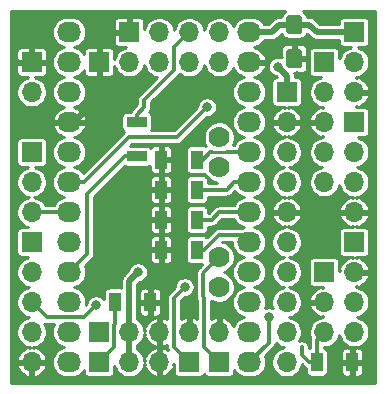
<source format=gbr>
G04 #@! TF.GenerationSoftware,KiCad,Pcbnew,(5.1.5)-3*
G04 #@! TF.CreationDate,2020-06-20T17:54:41+02:00*
G04 #@! TF.ProjectId,openXsensor,6f70656e-5873-4656-9e73-6f722e6b6963,rev?*
G04 #@! TF.SameCoordinates,Original*
G04 #@! TF.FileFunction,Copper,L2,Bot*
G04 #@! TF.FilePolarity,Positive*
%FSLAX46Y46*%
G04 Gerber Fmt 4.6, Leading zero omitted, Abs format (unit mm)*
G04 Created by KiCad (PCBNEW (5.1.5)-3) date 2020-06-20 17:54:41*
%MOMM*%
%LPD*%
G04 APERTURE LIST*
%ADD10O,2.032000X1.727200*%
%ADD11C,1.778000*%
%ADD12R,1.000000X1.600000*%
%ADD13C,0.100000*%
%ADD14O,1.700000X1.700000*%
%ADD15R,1.700000X1.700000*%
%ADD16R,1.700000X0.900000*%
%ADD17C,0.800000*%
%ADD18C,0.500000*%
%ADD19C,0.300000*%
%ADD20C,0.250000*%
%ADD21C,0.254000*%
G04 APERTURE END LIST*
D10*
X138430000Y-85090000D03*
X138430000Y-87630000D03*
X138430000Y-90170000D03*
X138430000Y-92710000D03*
X138430000Y-95250000D03*
X138430000Y-97790000D03*
X138430000Y-100330000D03*
X138430000Y-102870000D03*
X138430000Y-105410000D03*
X138430000Y-107950000D03*
X138430000Y-110490000D03*
X138430000Y-113030000D03*
D11*
X151130000Y-93980000D03*
X151130000Y-96520000D03*
D10*
X153670000Y-85090000D03*
X153670000Y-87630000D03*
X153670000Y-90170000D03*
X153670000Y-92710000D03*
X153670000Y-95250000D03*
X153670000Y-97790000D03*
X153670000Y-100330000D03*
X153670000Y-102870000D03*
X153670000Y-105410000D03*
X153670000Y-107950000D03*
X153670000Y-110490000D03*
X153670000Y-113030000D03*
D11*
X151130000Y-104140000D03*
X151130000Y-106680000D03*
D12*
X146225000Y-103505000D03*
X149225000Y-103505000D03*
X149225000Y-100965000D03*
X146225000Y-100965000D03*
X146225000Y-98425000D03*
X149225000Y-98425000D03*
X149225000Y-95885000D03*
X146225000Y-95885000D03*
G04 #@! TA.AperFunction,SMDPad,CuDef*
D13*
G36*
X157929505Y-86543704D02*
G01*
X157953773Y-86547304D01*
X157977572Y-86553265D01*
X158000671Y-86561530D01*
X158022850Y-86572020D01*
X158043893Y-86584632D01*
X158063599Y-86599247D01*
X158081777Y-86615723D01*
X158098253Y-86633901D01*
X158112868Y-86653607D01*
X158125480Y-86674650D01*
X158135970Y-86696829D01*
X158144235Y-86719928D01*
X158150196Y-86743727D01*
X158153796Y-86767995D01*
X158155000Y-86792499D01*
X158155000Y-87867501D01*
X158153796Y-87892005D01*
X158150196Y-87916273D01*
X158144235Y-87940072D01*
X158135970Y-87963171D01*
X158125480Y-87985350D01*
X158112868Y-88006393D01*
X158098253Y-88026099D01*
X158081777Y-88044277D01*
X158063599Y-88060753D01*
X158043893Y-88075368D01*
X158022850Y-88087980D01*
X158000671Y-88098470D01*
X157977572Y-88106735D01*
X157953773Y-88112696D01*
X157929505Y-88116296D01*
X157905001Y-88117500D01*
X157054999Y-88117500D01*
X157030495Y-88116296D01*
X157006227Y-88112696D01*
X156982428Y-88106735D01*
X156959329Y-88098470D01*
X156937150Y-88087980D01*
X156916107Y-88075368D01*
X156896401Y-88060753D01*
X156878223Y-88044277D01*
X156861747Y-88026099D01*
X156847132Y-88006393D01*
X156834520Y-87985350D01*
X156824030Y-87963171D01*
X156815765Y-87940072D01*
X156809804Y-87916273D01*
X156806204Y-87892005D01*
X156805000Y-87867501D01*
X156805000Y-86792499D01*
X156806204Y-86767995D01*
X156809804Y-86743727D01*
X156815765Y-86719928D01*
X156824030Y-86696829D01*
X156834520Y-86674650D01*
X156847132Y-86653607D01*
X156861747Y-86633901D01*
X156878223Y-86615723D01*
X156896401Y-86599247D01*
X156916107Y-86584632D01*
X156937150Y-86572020D01*
X156959329Y-86561530D01*
X156982428Y-86553265D01*
X157006227Y-86547304D01*
X157030495Y-86543704D01*
X157054999Y-86542500D01*
X157905001Y-86542500D01*
X157929505Y-86543704D01*
G37*
G04 #@! TD.AperFunction*
G04 #@! TA.AperFunction,SMDPad,CuDef*
G36*
X157929505Y-83668704D02*
G01*
X157953773Y-83672304D01*
X157977572Y-83678265D01*
X158000671Y-83686530D01*
X158022850Y-83697020D01*
X158043893Y-83709632D01*
X158063599Y-83724247D01*
X158081777Y-83740723D01*
X158098253Y-83758901D01*
X158112868Y-83778607D01*
X158125480Y-83799650D01*
X158135970Y-83821829D01*
X158144235Y-83844928D01*
X158150196Y-83868727D01*
X158153796Y-83892995D01*
X158155000Y-83917499D01*
X158155000Y-84992501D01*
X158153796Y-85017005D01*
X158150196Y-85041273D01*
X158144235Y-85065072D01*
X158135970Y-85088171D01*
X158125480Y-85110350D01*
X158112868Y-85131393D01*
X158098253Y-85151099D01*
X158081777Y-85169277D01*
X158063599Y-85185753D01*
X158043893Y-85200368D01*
X158022850Y-85212980D01*
X158000671Y-85223470D01*
X157977572Y-85231735D01*
X157953773Y-85237696D01*
X157929505Y-85241296D01*
X157905001Y-85242500D01*
X157054999Y-85242500D01*
X157030495Y-85241296D01*
X157006227Y-85237696D01*
X156982428Y-85231735D01*
X156959329Y-85223470D01*
X156937150Y-85212980D01*
X156916107Y-85200368D01*
X156896401Y-85185753D01*
X156878223Y-85169277D01*
X156861747Y-85151099D01*
X156847132Y-85131393D01*
X156834520Y-85110350D01*
X156824030Y-85088171D01*
X156815765Y-85065072D01*
X156809804Y-85041273D01*
X156806204Y-85017005D01*
X156805000Y-84992501D01*
X156805000Y-83917499D01*
X156806204Y-83892995D01*
X156809804Y-83868727D01*
X156815765Y-83844928D01*
X156824030Y-83821829D01*
X156834520Y-83799650D01*
X156847132Y-83778607D01*
X156861747Y-83758901D01*
X156878223Y-83740723D01*
X156896401Y-83724247D01*
X156916107Y-83709632D01*
X156937150Y-83697020D01*
X156959329Y-83686530D01*
X156982428Y-83678265D01*
X157006227Y-83672304D01*
X157030495Y-83668704D01*
X157054999Y-83667500D01*
X157905001Y-83667500D01*
X157929505Y-83668704D01*
G37*
G04 #@! TD.AperFunction*
D12*
X162385000Y-113030000D03*
X159385000Y-113030000D03*
X142288000Y-107950000D03*
X145288000Y-107950000D03*
D14*
X151130000Y-85090000D03*
X148590000Y-85090000D03*
X146050000Y-85090000D03*
D15*
X143510000Y-85090000D03*
X135255000Y-95250000D03*
D14*
X135255000Y-97790000D03*
X135255000Y-100330000D03*
D15*
X135255000Y-87630000D03*
D14*
X135255000Y-90170000D03*
D15*
X140970000Y-113030000D03*
D14*
X143510000Y-113030000D03*
X146050000Y-113030000D03*
X146050000Y-110490000D03*
X143510000Y-110490000D03*
D15*
X140970000Y-110490000D03*
X162560000Y-102870000D03*
D14*
X162560000Y-105410000D03*
X162560000Y-107950000D03*
X162560000Y-110490000D03*
D15*
X160020000Y-87630000D03*
D14*
X160020000Y-90170000D03*
X160020000Y-92710000D03*
X160020000Y-95250000D03*
X160020000Y-97790000D03*
X148590000Y-110490000D03*
D15*
X148590000Y-113030000D03*
X151130000Y-113030000D03*
D14*
X151130000Y-110490000D03*
D15*
X162560000Y-85090000D03*
D14*
X162560000Y-87630000D03*
X162560000Y-90170000D03*
D15*
X135255000Y-102870000D03*
D14*
X135255000Y-105410000D03*
X135255000Y-107950000D03*
X135255000Y-110490000D03*
X135255000Y-113030000D03*
X151130000Y-87630000D03*
X148590000Y-87630000D03*
X146050000Y-87630000D03*
X143510000Y-87630000D03*
D15*
X140970000Y-87630000D03*
X156845000Y-90170000D03*
D14*
X156845000Y-92710000D03*
X156845000Y-95250000D03*
X156845000Y-97790000D03*
X156845000Y-100330000D03*
X156845000Y-102870000D03*
X156845000Y-105410000D03*
X156845000Y-107950000D03*
X156845000Y-110490000D03*
X156845000Y-113030000D03*
D15*
X162560000Y-92710000D03*
D14*
X162560000Y-95250000D03*
X162560000Y-97790000D03*
X162560000Y-100330000D03*
X160020000Y-110490000D03*
X160020000Y-107950000D03*
D15*
X160020000Y-105410000D03*
D16*
X144145000Y-92710000D03*
X144145000Y-95610000D03*
D17*
X161290000Y-113030000D03*
X160020000Y-101600000D03*
X156210000Y-86233000D03*
X147574000Y-104140000D03*
X141605000Y-99060000D03*
X145161000Y-106299000D03*
X144018000Y-98794000D03*
X147701000Y-98679000D03*
X150114000Y-91440000D03*
X156083000Y-88011000D03*
X144272000Y-105410000D03*
X148209000Y-106680000D03*
X140716000Y-108204000D03*
X155321000Y-109220000D03*
D18*
X138430000Y-92710000D02*
X138811000Y-92710000D01*
X140081000Y-91440000D02*
X140970000Y-91440000D01*
X138811000Y-92710000D02*
X140081000Y-91440000D01*
D19*
X139700000Y-97790000D02*
X138430000Y-97790000D01*
X143510000Y-93980000D02*
X139700000Y-97790000D01*
X150114000Y-91440000D02*
X147574000Y-93980000D01*
X147574000Y-93980000D02*
X143510000Y-93980000D01*
X138430000Y-100330000D02*
X135255000Y-100330000D01*
X139954000Y-103886000D02*
X138430000Y-105410000D01*
X139954000Y-98806000D02*
X139954000Y-103886000D01*
X143150000Y-95610000D02*
X139954000Y-98806000D01*
X144145000Y-95610000D02*
X143150000Y-95610000D01*
D18*
X143510000Y-113030000D02*
X143510000Y-110490000D01*
X156083000Y-88011000D02*
X156845000Y-88773000D01*
X156845000Y-88773000D02*
X156845000Y-90170000D01*
X143510000Y-106172000D02*
X143510000Y-110490000D01*
X144272000Y-105410000D02*
X143510000Y-106172000D01*
D20*
X150495000Y-95250000D02*
X151765000Y-95250000D01*
D19*
X151765000Y-95250000D02*
X153670000Y-95250000D01*
X150495000Y-95250000D02*
X150368000Y-95250000D01*
X149733000Y-95885000D02*
X149225000Y-95885000D01*
X150368000Y-95250000D02*
X149733000Y-95885000D01*
X149225000Y-98425000D02*
X151765000Y-98425000D01*
X152400000Y-97790000D02*
X153670000Y-97790000D01*
X151765000Y-98425000D02*
X152400000Y-97790000D01*
X151130000Y-100330000D02*
X153670000Y-100330000D01*
X150495000Y-100965000D02*
X151130000Y-100330000D01*
X150495000Y-100965000D02*
X149225000Y-100965000D01*
X153035000Y-102235000D02*
X153670000Y-102870000D01*
X151130000Y-102235000D02*
X153035000Y-102235000D01*
X149225000Y-103505000D02*
X149860000Y-103505000D01*
X149860000Y-103505000D02*
X151130000Y-102235000D01*
X149860000Y-111760000D02*
X149860000Y-107569000D01*
X151130000Y-113030000D02*
X149860000Y-111760000D01*
X149733000Y-105537000D02*
X149860000Y-105410000D01*
X149860000Y-105410000D02*
X151130000Y-104140000D01*
X149733000Y-107442000D02*
X149733000Y-105537000D01*
X149860000Y-107569000D02*
X149733000Y-107442000D01*
X147320000Y-111760000D02*
X148590000Y-113030000D01*
X147320000Y-107569000D02*
X147320000Y-111760000D01*
X148209000Y-106680000D02*
X147320000Y-107569000D01*
D18*
X161290000Y-85090000D02*
X159385000Y-85090000D01*
X162560000Y-85090000D02*
X161290000Y-85090000D01*
X158750000Y-84455000D02*
X157480000Y-84455000D01*
X159385000Y-85090000D02*
X158750000Y-84455000D01*
X157480000Y-84455000D02*
X156210000Y-84455000D01*
X155575000Y-85090000D02*
X153670000Y-85090000D01*
X156210000Y-84455000D02*
X155575000Y-85090000D01*
D19*
X147320000Y-86360000D02*
X148590000Y-85090000D01*
X147320000Y-88265000D02*
X147320000Y-86360000D01*
X144780000Y-90805000D02*
X147320000Y-88265000D01*
X144780000Y-91440000D02*
X144780000Y-90805000D01*
X144145000Y-92075000D02*
X144780000Y-91440000D01*
X144145000Y-92710000D02*
X144145000Y-92075000D01*
X139700000Y-109220000D02*
X136525000Y-109220000D01*
X140716000Y-108204000D02*
X139700000Y-109220000D01*
X155321000Y-111379000D02*
X153670000Y-113030000D01*
X155321000Y-109220000D02*
X155321000Y-111379000D01*
X136525000Y-109220000D02*
X135255000Y-107950000D01*
X159385000Y-113030000D02*
X158750000Y-113030000D01*
X158750000Y-113030000D02*
X158115000Y-112395000D01*
X158115000Y-112395000D02*
X158115000Y-111760000D01*
X159385000Y-111125000D02*
X160020000Y-110490000D01*
X159385000Y-113030000D02*
X159385000Y-111125000D01*
X142288000Y-107950000D02*
X142288000Y-109807000D01*
X142288000Y-109807000D02*
X142240000Y-109855000D01*
X142240000Y-111760000D02*
X140970000Y-113030000D01*
X142240000Y-109855000D02*
X142240000Y-111760000D01*
D21*
G36*
X156672148Y-83344522D02*
G01*
X156567723Y-83430223D01*
X156482022Y-83534648D01*
X156418342Y-83653787D01*
X156383695Y-83768000D01*
X156243747Y-83768000D01*
X156210000Y-83764676D01*
X156176252Y-83768000D01*
X156176250Y-83768000D01*
X156075324Y-83777940D01*
X155945824Y-83817224D01*
X155914992Y-83833704D01*
X155826476Y-83881016D01*
X155767399Y-83929500D01*
X155721867Y-83966867D01*
X155700354Y-83993081D01*
X155290436Y-84403000D01*
X154929926Y-84403000D01*
X154909042Y-84363929D01*
X154746513Y-84165887D01*
X154548471Y-84003358D01*
X154322526Y-83882588D01*
X154077362Y-83808219D01*
X153886293Y-83789400D01*
X153453707Y-83789400D01*
X153262638Y-83808219D01*
X153017474Y-83882588D01*
X152791529Y-84003358D01*
X152593487Y-84165887D01*
X152430958Y-84363929D01*
X152313394Y-84583875D01*
X152270524Y-84480377D01*
X152129678Y-84269585D01*
X151950415Y-84090322D01*
X151739623Y-83949476D01*
X151505404Y-83852459D01*
X151256758Y-83803000D01*
X151003242Y-83803000D01*
X150754596Y-83852459D01*
X150520377Y-83949476D01*
X150309585Y-84090322D01*
X150130322Y-84269585D01*
X149989476Y-84480377D01*
X149892459Y-84714596D01*
X149860000Y-84877778D01*
X149827541Y-84714596D01*
X149730524Y-84480377D01*
X149589678Y-84269585D01*
X149410415Y-84090322D01*
X149199623Y-83949476D01*
X148965404Y-83852459D01*
X148716758Y-83803000D01*
X148463242Y-83803000D01*
X148214596Y-83852459D01*
X147980377Y-83949476D01*
X147769585Y-84090322D01*
X147590322Y-84269585D01*
X147449476Y-84480377D01*
X147352459Y-84714596D01*
X147320000Y-84877778D01*
X147287541Y-84714596D01*
X147190524Y-84480377D01*
X147049678Y-84269585D01*
X146870415Y-84090322D01*
X146659623Y-83949476D01*
X146425404Y-83852459D01*
X146176758Y-83803000D01*
X145923242Y-83803000D01*
X145674596Y-83852459D01*
X145440377Y-83949476D01*
X145229585Y-84090322D01*
X145050322Y-84269585D01*
X144909476Y-84480377D01*
X144812459Y-84714596D01*
X144797215Y-84791231D01*
X144799114Y-84240000D01*
X144790677Y-84154333D01*
X144765688Y-84071958D01*
X144725110Y-83996041D01*
X144670500Y-83929500D01*
X144603959Y-83874890D01*
X144528042Y-83834312D01*
X144445667Y-83809323D01*
X144360000Y-83800886D01*
X143746250Y-83803000D01*
X143637000Y-83912250D01*
X143637000Y-84963000D01*
X143657000Y-84963000D01*
X143657000Y-85217000D01*
X143637000Y-85217000D01*
X143637000Y-85237000D01*
X143383000Y-85237000D01*
X143383000Y-85217000D01*
X142332250Y-85217000D01*
X142223000Y-85326250D01*
X142220886Y-85940000D01*
X142229323Y-86025667D01*
X142254312Y-86108042D01*
X142294890Y-86183959D01*
X142349500Y-86250500D01*
X142416041Y-86305110D01*
X142491958Y-86345688D01*
X142574333Y-86370677D01*
X142660000Y-86379114D01*
X143211231Y-86377215D01*
X143134596Y-86392459D01*
X142900377Y-86489476D01*
X142689585Y-86630322D01*
X142510322Y-86809585D01*
X142369476Y-87020377D01*
X142272459Y-87254596D01*
X142257215Y-87331231D01*
X142259114Y-86780000D01*
X142250677Y-86694333D01*
X142225688Y-86611958D01*
X142185110Y-86536041D01*
X142130500Y-86469500D01*
X142063959Y-86414890D01*
X141988042Y-86374312D01*
X141905667Y-86349323D01*
X141820000Y-86340886D01*
X141206250Y-86343000D01*
X141097000Y-86452250D01*
X141097000Y-87503000D01*
X141117000Y-87503000D01*
X141117000Y-87757000D01*
X141097000Y-87757000D01*
X141097000Y-88807750D01*
X141206250Y-88917000D01*
X141820000Y-88919114D01*
X141905667Y-88910677D01*
X141988042Y-88885688D01*
X142063959Y-88845110D01*
X142130500Y-88790500D01*
X142185110Y-88723959D01*
X142225688Y-88648042D01*
X142250677Y-88565667D01*
X142259114Y-88480000D01*
X142257215Y-87928769D01*
X142272459Y-88005404D01*
X142369476Y-88239623D01*
X142510322Y-88450415D01*
X142689585Y-88629678D01*
X142900377Y-88770524D01*
X143134596Y-88867541D01*
X143383242Y-88917000D01*
X143636758Y-88917000D01*
X143885404Y-88867541D01*
X144119623Y-88770524D01*
X144330415Y-88629678D01*
X144509678Y-88450415D01*
X144650524Y-88239623D01*
X144747541Y-88005404D01*
X144780000Y-87842222D01*
X144812459Y-88005404D01*
X144909476Y-88239623D01*
X145050322Y-88450415D01*
X145229585Y-88629678D01*
X145440377Y-88770524D01*
X145674596Y-88867541D01*
X145852023Y-88902834D01*
X144385322Y-90369536D01*
X144362921Y-90387920D01*
X144289567Y-90477302D01*
X144235059Y-90579278D01*
X144235059Y-90579279D01*
X144201494Y-90689929D01*
X144190160Y-90805000D01*
X144193000Y-90833834D01*
X144193000Y-91196857D01*
X143750322Y-91639536D01*
X143727921Y-91657920D01*
X143654567Y-91747302D01*
X143615235Y-91820886D01*
X143295000Y-91820886D01*
X143209333Y-91829323D01*
X143126958Y-91854312D01*
X143051041Y-91894890D01*
X142984500Y-91949500D01*
X142929890Y-92016041D01*
X142889312Y-92091958D01*
X142864323Y-92174333D01*
X142855886Y-92260000D01*
X142855886Y-93160000D01*
X142864323Y-93245667D01*
X142889312Y-93328042D01*
X142929890Y-93403959D01*
X142984500Y-93470500D01*
X143051041Y-93525110D01*
X143104303Y-93553579D01*
X143092920Y-93562920D01*
X143074536Y-93585321D01*
X139636086Y-97023772D01*
X139506513Y-96865887D01*
X139308471Y-96703358D01*
X139082526Y-96582588D01*
X138876199Y-96520000D01*
X139082526Y-96457412D01*
X139308471Y-96336642D01*
X139506513Y-96174113D01*
X139669042Y-95976071D01*
X139789812Y-95750126D01*
X139864181Y-95504962D01*
X139889293Y-95250000D01*
X139864181Y-94995038D01*
X139789812Y-94749874D01*
X139669042Y-94523929D01*
X139506513Y-94325887D01*
X139308471Y-94163358D01*
X139082526Y-94042588D01*
X138861671Y-93975593D01*
X139009158Y-93940165D01*
X139240951Y-93833271D01*
X139447436Y-93683211D01*
X139620679Y-93495751D01*
X139754021Y-93278095D01*
X139840982Y-93037923D01*
X139766961Y-92837000D01*
X138557000Y-92837000D01*
X138557000Y-92857000D01*
X138303000Y-92857000D01*
X138303000Y-92837000D01*
X137093039Y-92837000D01*
X137019018Y-93037923D01*
X137105979Y-93278095D01*
X137239321Y-93495751D01*
X137412564Y-93683211D01*
X137619049Y-93833271D01*
X137850842Y-93940165D01*
X137998329Y-93975593D01*
X137777474Y-94042588D01*
X137551529Y-94163358D01*
X137353487Y-94325887D01*
X137190958Y-94523929D01*
X137070188Y-94749874D01*
X136995819Y-94995038D01*
X136970707Y-95250000D01*
X136995819Y-95504962D01*
X137070188Y-95750126D01*
X137190958Y-95976071D01*
X137353487Y-96174113D01*
X137551529Y-96336642D01*
X137777474Y-96457412D01*
X137983801Y-96520000D01*
X137777474Y-96582588D01*
X137551529Y-96703358D01*
X137353487Y-96865887D01*
X137190958Y-97063929D01*
X137070188Y-97289874D01*
X136995819Y-97535038D01*
X136970707Y-97790000D01*
X136995819Y-98044962D01*
X137070188Y-98290126D01*
X137190958Y-98516071D01*
X137353487Y-98714113D01*
X137551529Y-98876642D01*
X137777474Y-98997412D01*
X137983801Y-99060000D01*
X137777474Y-99122588D01*
X137551529Y-99243358D01*
X137353487Y-99405887D01*
X137190958Y-99603929D01*
X137116623Y-99743000D01*
X136404895Y-99743000D01*
X136395524Y-99720377D01*
X136254678Y-99509585D01*
X136075415Y-99330322D01*
X135864623Y-99189476D01*
X135630404Y-99092459D01*
X135467222Y-99060000D01*
X135630404Y-99027541D01*
X135864623Y-98930524D01*
X136075415Y-98789678D01*
X136254678Y-98610415D01*
X136395524Y-98399623D01*
X136492541Y-98165404D01*
X136542000Y-97916758D01*
X136542000Y-97663242D01*
X136492541Y-97414596D01*
X136395524Y-97180377D01*
X136254678Y-96969585D01*
X136075415Y-96790322D01*
X135864623Y-96649476D01*
X135630404Y-96552459D01*
X135563314Y-96539114D01*
X136105000Y-96539114D01*
X136190667Y-96530677D01*
X136273042Y-96505688D01*
X136348959Y-96465110D01*
X136415500Y-96410500D01*
X136470110Y-96343959D01*
X136510688Y-96268042D01*
X136535677Y-96185667D01*
X136544114Y-96100000D01*
X136544114Y-94400000D01*
X136535677Y-94314333D01*
X136510688Y-94231958D01*
X136470110Y-94156041D01*
X136415500Y-94089500D01*
X136348959Y-94034890D01*
X136273042Y-93994312D01*
X136190667Y-93969323D01*
X136105000Y-93960886D01*
X134405000Y-93960886D01*
X134319333Y-93969323D01*
X134236958Y-93994312D01*
X134161041Y-94034890D01*
X134094500Y-94089500D01*
X134039890Y-94156041D01*
X133999312Y-94231958D01*
X133974323Y-94314333D01*
X133965886Y-94400000D01*
X133965886Y-96100000D01*
X133974323Y-96185667D01*
X133999312Y-96268042D01*
X134039890Y-96343959D01*
X134094500Y-96410500D01*
X134161041Y-96465110D01*
X134236958Y-96505688D01*
X134319333Y-96530677D01*
X134405000Y-96539114D01*
X134946686Y-96539114D01*
X134879596Y-96552459D01*
X134645377Y-96649476D01*
X134434585Y-96790322D01*
X134255322Y-96969585D01*
X134114476Y-97180377D01*
X134017459Y-97414596D01*
X133968000Y-97663242D01*
X133968000Y-97916758D01*
X134017459Y-98165404D01*
X134114476Y-98399623D01*
X134255322Y-98610415D01*
X134434585Y-98789678D01*
X134645377Y-98930524D01*
X134879596Y-99027541D01*
X135042778Y-99060000D01*
X134879596Y-99092459D01*
X134645377Y-99189476D01*
X134434585Y-99330322D01*
X134255322Y-99509585D01*
X134114476Y-99720377D01*
X134017459Y-99954596D01*
X133968000Y-100203242D01*
X133968000Y-100456758D01*
X134017459Y-100705404D01*
X134114476Y-100939623D01*
X134255322Y-101150415D01*
X134434585Y-101329678D01*
X134645377Y-101470524D01*
X134879596Y-101567541D01*
X134946686Y-101580886D01*
X134405000Y-101580886D01*
X134319333Y-101589323D01*
X134236958Y-101614312D01*
X134161041Y-101654890D01*
X134094500Y-101709500D01*
X134039890Y-101776041D01*
X133999312Y-101851958D01*
X133974323Y-101934333D01*
X133965886Y-102020000D01*
X133965886Y-103720000D01*
X133974323Y-103805667D01*
X133999312Y-103888042D01*
X134039890Y-103963959D01*
X134094500Y-104030500D01*
X134161041Y-104085110D01*
X134236958Y-104125688D01*
X134319333Y-104150677D01*
X134405000Y-104159114D01*
X134946686Y-104159114D01*
X134879596Y-104172459D01*
X134645377Y-104269476D01*
X134434585Y-104410322D01*
X134255322Y-104589585D01*
X134114476Y-104800377D01*
X134017459Y-105034596D01*
X133968000Y-105283242D01*
X133968000Y-105536758D01*
X134017459Y-105785404D01*
X134114476Y-106019623D01*
X134255322Y-106230415D01*
X134434585Y-106409678D01*
X134645377Y-106550524D01*
X134879596Y-106647541D01*
X135042778Y-106680000D01*
X134879596Y-106712459D01*
X134645377Y-106809476D01*
X134434585Y-106950322D01*
X134255322Y-107129585D01*
X134114476Y-107340377D01*
X134017459Y-107574596D01*
X133968000Y-107823242D01*
X133968000Y-108076758D01*
X134017459Y-108325404D01*
X134114476Y-108559623D01*
X134255322Y-108770415D01*
X134434585Y-108949678D01*
X134645377Y-109090524D01*
X134879596Y-109187541D01*
X135042778Y-109220000D01*
X134879596Y-109252459D01*
X134645377Y-109349476D01*
X134434585Y-109490322D01*
X134255322Y-109669585D01*
X134114476Y-109880377D01*
X134017459Y-110114596D01*
X133968000Y-110363242D01*
X133968000Y-110616758D01*
X134017459Y-110865404D01*
X134114476Y-111099623D01*
X134255322Y-111310415D01*
X134434585Y-111489678D01*
X134645377Y-111630524D01*
X134879596Y-111727541D01*
X135127998Y-111776951D01*
X135127998Y-111858525D01*
X134929214Y-111784911D01*
X134692569Y-111872393D01*
X134477538Y-112004361D01*
X134292384Y-112175744D01*
X134144223Y-112379955D01*
X134038749Y-112609147D01*
X134009916Y-112704215D01*
X134084117Y-112903000D01*
X135128000Y-112903000D01*
X135128000Y-112883000D01*
X135382000Y-112883000D01*
X135382000Y-112903000D01*
X136425883Y-112903000D01*
X136500084Y-112704215D01*
X136471251Y-112609147D01*
X136365777Y-112379955D01*
X136217616Y-112175744D01*
X136032462Y-112004361D01*
X135817431Y-111872393D01*
X135580786Y-111784911D01*
X135382002Y-111858525D01*
X135382002Y-111776951D01*
X135630404Y-111727541D01*
X135864623Y-111630524D01*
X136075415Y-111489678D01*
X136254678Y-111310415D01*
X136395524Y-111099623D01*
X136492541Y-110865404D01*
X136542000Y-110616758D01*
X136542000Y-110363242D01*
X136492541Y-110114596D01*
X136395524Y-109880377D01*
X136323252Y-109772213D01*
X136409928Y-109798506D01*
X136524999Y-109809840D01*
X136553833Y-109807000D01*
X137167936Y-109807000D01*
X137070188Y-109989874D01*
X136995819Y-110235038D01*
X136970707Y-110490000D01*
X136995819Y-110744962D01*
X137070188Y-110990126D01*
X137190958Y-111216071D01*
X137353487Y-111414113D01*
X137551529Y-111576642D01*
X137777474Y-111697412D01*
X137983801Y-111760000D01*
X137777474Y-111822588D01*
X137551529Y-111943358D01*
X137353487Y-112105887D01*
X137190958Y-112303929D01*
X137070188Y-112529874D01*
X136995819Y-112775038D01*
X136970707Y-113030000D01*
X136995819Y-113284962D01*
X137070188Y-113530126D01*
X137190958Y-113756071D01*
X137353487Y-113954113D01*
X137551529Y-114116642D01*
X137777474Y-114237412D01*
X138022638Y-114311781D01*
X138213707Y-114330600D01*
X138646293Y-114330600D01*
X138837362Y-114311781D01*
X139082526Y-114237412D01*
X139308471Y-114116642D01*
X139506513Y-113954113D01*
X139669042Y-113756071D01*
X139680886Y-113733912D01*
X139680886Y-113880000D01*
X139689323Y-113965667D01*
X139714312Y-114048042D01*
X139754890Y-114123959D01*
X139809500Y-114190500D01*
X139876041Y-114245110D01*
X139951958Y-114285688D01*
X140034333Y-114310677D01*
X140120000Y-114319114D01*
X141820000Y-114319114D01*
X141905667Y-114310677D01*
X141988042Y-114285688D01*
X142063959Y-114245110D01*
X142130500Y-114190500D01*
X142185110Y-114123959D01*
X142225688Y-114048042D01*
X142250677Y-113965667D01*
X142259114Y-113880000D01*
X142259114Y-113338314D01*
X142272459Y-113405404D01*
X142369476Y-113639623D01*
X142510322Y-113850415D01*
X142689585Y-114029678D01*
X142900377Y-114170524D01*
X143134596Y-114267541D01*
X143383242Y-114317000D01*
X143636758Y-114317000D01*
X143885404Y-114267541D01*
X144119623Y-114170524D01*
X144330415Y-114029678D01*
X144509678Y-113850415D01*
X144650524Y-113639623D01*
X144747541Y-113405404D01*
X144796951Y-113157002D01*
X144878525Y-113157002D01*
X144804911Y-113355786D01*
X144892393Y-113592431D01*
X145024361Y-113807462D01*
X145195744Y-113992616D01*
X145399955Y-114140777D01*
X145629147Y-114246251D01*
X145724215Y-114275084D01*
X145923000Y-114200883D01*
X145923000Y-113157000D01*
X145903000Y-113157000D01*
X145903000Y-112903000D01*
X145923000Y-112903000D01*
X145923000Y-111859117D01*
X145724215Y-111784916D01*
X145629147Y-111813749D01*
X145399955Y-111919223D01*
X145195744Y-112067384D01*
X145024361Y-112252538D01*
X144892393Y-112467569D01*
X144804911Y-112704214D01*
X144878525Y-112902998D01*
X144796951Y-112902998D01*
X144747541Y-112654596D01*
X144650524Y-112420377D01*
X144509678Y-112209585D01*
X144330415Y-112030322D01*
X144197000Y-111941177D01*
X144197000Y-111578823D01*
X144330415Y-111489678D01*
X144509678Y-111310415D01*
X144650524Y-111099623D01*
X144747541Y-110865404D01*
X144796951Y-110617002D01*
X144878525Y-110617002D01*
X144804911Y-110815786D01*
X144892393Y-111052431D01*
X145024361Y-111267462D01*
X145195744Y-111452616D01*
X145399955Y-111600777D01*
X145629147Y-111706251D01*
X145724215Y-111735084D01*
X145923000Y-111660883D01*
X145923000Y-110617000D01*
X145903000Y-110617000D01*
X145903000Y-110363000D01*
X145923000Y-110363000D01*
X145923000Y-109319117D01*
X145724215Y-109244916D01*
X145629147Y-109273749D01*
X145399955Y-109379223D01*
X145195744Y-109527384D01*
X145024361Y-109712538D01*
X144892393Y-109927569D01*
X144804911Y-110164214D01*
X144878525Y-110362998D01*
X144796951Y-110362998D01*
X144747541Y-110114596D01*
X144650524Y-109880377D01*
X144509678Y-109669585D01*
X144330415Y-109490322D01*
X144197000Y-109401177D01*
X144197000Y-108750000D01*
X144348886Y-108750000D01*
X144357323Y-108835667D01*
X144382312Y-108918042D01*
X144422890Y-108993959D01*
X144477500Y-109060500D01*
X144544041Y-109115110D01*
X144619958Y-109155688D01*
X144702333Y-109180677D01*
X144788000Y-109189114D01*
X145051750Y-109187000D01*
X145161000Y-109077750D01*
X145161000Y-108077000D01*
X145415000Y-108077000D01*
X145415000Y-109077750D01*
X145524250Y-109187000D01*
X145788000Y-109189114D01*
X145873667Y-109180677D01*
X145956042Y-109155688D01*
X146031959Y-109115110D01*
X146098500Y-109060500D01*
X146153110Y-108993959D01*
X146193688Y-108918042D01*
X146218677Y-108835667D01*
X146227114Y-108750000D01*
X146225000Y-108186250D01*
X146115750Y-108077000D01*
X145415000Y-108077000D01*
X145161000Y-108077000D01*
X144460250Y-108077000D01*
X144351000Y-108186250D01*
X144348886Y-108750000D01*
X144197000Y-108750000D01*
X144197000Y-107150000D01*
X144348886Y-107150000D01*
X144351000Y-107713750D01*
X144460250Y-107823000D01*
X145161000Y-107823000D01*
X145161000Y-106822250D01*
X145415000Y-106822250D01*
X145415000Y-107823000D01*
X146115750Y-107823000D01*
X146225000Y-107713750D01*
X146227114Y-107150000D01*
X146218677Y-107064333D01*
X146193688Y-106981958D01*
X146153110Y-106906041D01*
X146098500Y-106839500D01*
X146031959Y-106784890D01*
X145956042Y-106744312D01*
X145873667Y-106719323D01*
X145788000Y-106710886D01*
X145524250Y-106713000D01*
X145415000Y-106822250D01*
X145161000Y-106822250D01*
X145051750Y-106713000D01*
X144788000Y-106710886D01*
X144702333Y-106719323D01*
X144619958Y-106744312D01*
X144544041Y-106784890D01*
X144477500Y-106839500D01*
X144422890Y-106906041D01*
X144382312Y-106981958D01*
X144357323Y-107064333D01*
X144348886Y-107150000D01*
X144197000Y-107150000D01*
X144197000Y-106456564D01*
X144419508Y-106234057D01*
X144516144Y-106214835D01*
X144668468Y-106151740D01*
X144805556Y-106060140D01*
X144922140Y-105943556D01*
X145013740Y-105806468D01*
X145076835Y-105654144D01*
X145109000Y-105492437D01*
X145109000Y-105327563D01*
X145076835Y-105165856D01*
X145013740Y-105013532D01*
X144922140Y-104876444D01*
X144805556Y-104759860D01*
X144668468Y-104668260D01*
X144516144Y-104605165D01*
X144354437Y-104573000D01*
X144189563Y-104573000D01*
X144027856Y-104605165D01*
X143875532Y-104668260D01*
X143738444Y-104759860D01*
X143621860Y-104876444D01*
X143530260Y-105013532D01*
X143467165Y-105165856D01*
X143447943Y-105262492D01*
X143048082Y-105662354D01*
X143021867Y-105683868D01*
X143000354Y-105710082D01*
X143000353Y-105710083D01*
X142936016Y-105788477D01*
X142889681Y-105875165D01*
X142872224Y-105907825D01*
X142832940Y-106037325D01*
X142823000Y-106138251D01*
X142819676Y-106172000D01*
X142823000Y-106205745D01*
X142823000Y-106714333D01*
X142788000Y-106710886D01*
X141788000Y-106710886D01*
X141702333Y-106719323D01*
X141619958Y-106744312D01*
X141544041Y-106784890D01*
X141477500Y-106839500D01*
X141422890Y-106906041D01*
X141382312Y-106981958D01*
X141357323Y-107064333D01*
X141348886Y-107150000D01*
X141348886Y-107653190D01*
X141249556Y-107553860D01*
X141112468Y-107462260D01*
X140960144Y-107399165D01*
X140798437Y-107367000D01*
X140633563Y-107367000D01*
X140471856Y-107399165D01*
X140319532Y-107462260D01*
X140182444Y-107553860D01*
X140065860Y-107670444D01*
X139974260Y-107807532D01*
X139911165Y-107959856D01*
X139879000Y-108121563D01*
X139879000Y-108210857D01*
X139855161Y-108234696D01*
X139864181Y-108204962D01*
X139889293Y-107950000D01*
X139864181Y-107695038D01*
X139789812Y-107449874D01*
X139669042Y-107223929D01*
X139506513Y-107025887D01*
X139308471Y-106863358D01*
X139082526Y-106742588D01*
X138876199Y-106680000D01*
X139082526Y-106617412D01*
X139308471Y-106496642D01*
X139506513Y-106334113D01*
X139669042Y-106136071D01*
X139789812Y-105910126D01*
X139864181Y-105664962D01*
X139889293Y-105410000D01*
X139864181Y-105155038D01*
X139789812Y-104909874D01*
X139779521Y-104890622D01*
X140348684Y-104321460D01*
X140368740Y-104305000D01*
X145285886Y-104305000D01*
X145294323Y-104390667D01*
X145319312Y-104473042D01*
X145359890Y-104548959D01*
X145414500Y-104615500D01*
X145481041Y-104670110D01*
X145556958Y-104710688D01*
X145639333Y-104735677D01*
X145725000Y-104744114D01*
X145988750Y-104742000D01*
X146098000Y-104632750D01*
X146098000Y-103632000D01*
X146352000Y-103632000D01*
X146352000Y-104632750D01*
X146461250Y-104742000D01*
X146725000Y-104744114D01*
X146810667Y-104735677D01*
X146893042Y-104710688D01*
X146968959Y-104670110D01*
X147035500Y-104615500D01*
X147090110Y-104548959D01*
X147130688Y-104473042D01*
X147155677Y-104390667D01*
X147164114Y-104305000D01*
X147162000Y-103741250D01*
X147052750Y-103632000D01*
X146352000Y-103632000D01*
X146098000Y-103632000D01*
X145397250Y-103632000D01*
X145288000Y-103741250D01*
X145285886Y-104305000D01*
X140368740Y-104305000D01*
X140371080Y-104303080D01*
X140444434Y-104213698D01*
X140498941Y-104111722D01*
X140532506Y-104001072D01*
X140541000Y-103914834D01*
X140541000Y-103914827D01*
X140543839Y-103886001D01*
X140541000Y-103857175D01*
X140541000Y-102705000D01*
X145285886Y-102705000D01*
X145288000Y-103268750D01*
X145397250Y-103378000D01*
X146098000Y-103378000D01*
X146098000Y-102377250D01*
X146352000Y-102377250D01*
X146352000Y-103378000D01*
X147052750Y-103378000D01*
X147162000Y-103268750D01*
X147164114Y-102705000D01*
X147155677Y-102619333D01*
X147130688Y-102536958D01*
X147090110Y-102461041D01*
X147035500Y-102394500D01*
X146968959Y-102339890D01*
X146893042Y-102299312D01*
X146810667Y-102274323D01*
X146725000Y-102265886D01*
X146461250Y-102268000D01*
X146352000Y-102377250D01*
X146098000Y-102377250D01*
X145988750Y-102268000D01*
X145725000Y-102265886D01*
X145639333Y-102274323D01*
X145556958Y-102299312D01*
X145481041Y-102339890D01*
X145414500Y-102394500D01*
X145359890Y-102461041D01*
X145319312Y-102536958D01*
X145294323Y-102619333D01*
X145285886Y-102705000D01*
X140541000Y-102705000D01*
X140541000Y-101765000D01*
X145285886Y-101765000D01*
X145294323Y-101850667D01*
X145319312Y-101933042D01*
X145359890Y-102008959D01*
X145414500Y-102075500D01*
X145481041Y-102130110D01*
X145556958Y-102170688D01*
X145639333Y-102195677D01*
X145725000Y-102204114D01*
X145988750Y-102202000D01*
X146098000Y-102092750D01*
X146098000Y-101092000D01*
X146352000Y-101092000D01*
X146352000Y-102092750D01*
X146461250Y-102202000D01*
X146725000Y-102204114D01*
X146810667Y-102195677D01*
X146893042Y-102170688D01*
X146968959Y-102130110D01*
X147035500Y-102075500D01*
X147090110Y-102008959D01*
X147130688Y-101933042D01*
X147155677Y-101850667D01*
X147164114Y-101765000D01*
X147162000Y-101201250D01*
X147052750Y-101092000D01*
X146352000Y-101092000D01*
X146098000Y-101092000D01*
X145397250Y-101092000D01*
X145288000Y-101201250D01*
X145285886Y-101765000D01*
X140541000Y-101765000D01*
X140541000Y-100165000D01*
X145285886Y-100165000D01*
X145288000Y-100728750D01*
X145397250Y-100838000D01*
X146098000Y-100838000D01*
X146098000Y-99837250D01*
X146352000Y-99837250D01*
X146352000Y-100838000D01*
X147052750Y-100838000D01*
X147162000Y-100728750D01*
X147164114Y-100165000D01*
X147155677Y-100079333D01*
X147130688Y-99996958D01*
X147090110Y-99921041D01*
X147035500Y-99854500D01*
X146968959Y-99799890D01*
X146893042Y-99759312D01*
X146810667Y-99734323D01*
X146725000Y-99725886D01*
X146461250Y-99728000D01*
X146352000Y-99837250D01*
X146098000Y-99837250D01*
X145988750Y-99728000D01*
X145725000Y-99725886D01*
X145639333Y-99734323D01*
X145556958Y-99759312D01*
X145481041Y-99799890D01*
X145414500Y-99854500D01*
X145359890Y-99921041D01*
X145319312Y-99996958D01*
X145294323Y-100079333D01*
X145285886Y-100165000D01*
X140541000Y-100165000D01*
X140541000Y-99225000D01*
X145285886Y-99225000D01*
X145294323Y-99310667D01*
X145319312Y-99393042D01*
X145359890Y-99468959D01*
X145414500Y-99535500D01*
X145481041Y-99590110D01*
X145556958Y-99630688D01*
X145639333Y-99655677D01*
X145725000Y-99664114D01*
X145988750Y-99662000D01*
X146098000Y-99552750D01*
X146098000Y-98552000D01*
X146352000Y-98552000D01*
X146352000Y-99552750D01*
X146461250Y-99662000D01*
X146725000Y-99664114D01*
X146810667Y-99655677D01*
X146893042Y-99630688D01*
X146968959Y-99590110D01*
X147035500Y-99535500D01*
X147090110Y-99468959D01*
X147130688Y-99393042D01*
X147155677Y-99310667D01*
X147164114Y-99225000D01*
X147162000Y-98661250D01*
X147052750Y-98552000D01*
X146352000Y-98552000D01*
X146098000Y-98552000D01*
X145397250Y-98552000D01*
X145288000Y-98661250D01*
X145285886Y-99225000D01*
X140541000Y-99225000D01*
X140541000Y-99049142D01*
X141965142Y-97625000D01*
X145285886Y-97625000D01*
X145288000Y-98188750D01*
X145397250Y-98298000D01*
X146098000Y-98298000D01*
X146098000Y-97297250D01*
X146352000Y-97297250D01*
X146352000Y-98298000D01*
X147052750Y-98298000D01*
X147162000Y-98188750D01*
X147164114Y-97625000D01*
X147155677Y-97539333D01*
X147130688Y-97456958D01*
X147090110Y-97381041D01*
X147035500Y-97314500D01*
X146968959Y-97259890D01*
X146893042Y-97219312D01*
X146810667Y-97194323D01*
X146725000Y-97185886D01*
X146461250Y-97188000D01*
X146352000Y-97297250D01*
X146098000Y-97297250D01*
X145988750Y-97188000D01*
X145725000Y-97185886D01*
X145639333Y-97194323D01*
X145556958Y-97219312D01*
X145481041Y-97259890D01*
X145414500Y-97314500D01*
X145359890Y-97381041D01*
X145319312Y-97456958D01*
X145294323Y-97539333D01*
X145285886Y-97625000D01*
X141965142Y-97625000D01*
X143125327Y-96464816D01*
X143126958Y-96465688D01*
X143209333Y-96490677D01*
X143295000Y-96499114D01*
X144995000Y-96499114D01*
X145080667Y-96490677D01*
X145163042Y-96465688D01*
X145238959Y-96425110D01*
X145287008Y-96385676D01*
X145285886Y-96685000D01*
X145294323Y-96770667D01*
X145319312Y-96853042D01*
X145359890Y-96928959D01*
X145414500Y-96995500D01*
X145481041Y-97050110D01*
X145556958Y-97090688D01*
X145639333Y-97115677D01*
X145725000Y-97124114D01*
X145988750Y-97122000D01*
X146098000Y-97012750D01*
X146098000Y-96012000D01*
X146352000Y-96012000D01*
X146352000Y-97012750D01*
X146461250Y-97122000D01*
X146725000Y-97124114D01*
X146810667Y-97115677D01*
X146893042Y-97090688D01*
X146968959Y-97050110D01*
X147035500Y-96995500D01*
X147090110Y-96928959D01*
X147130688Y-96853042D01*
X147155677Y-96770667D01*
X147164114Y-96685000D01*
X147162000Y-96121250D01*
X147052750Y-96012000D01*
X146352000Y-96012000D01*
X146098000Y-96012000D01*
X146078000Y-96012000D01*
X146078000Y-95758000D01*
X146098000Y-95758000D01*
X146098000Y-94757250D01*
X146352000Y-94757250D01*
X146352000Y-95758000D01*
X147052750Y-95758000D01*
X147162000Y-95648750D01*
X147164114Y-95085000D01*
X147155677Y-94999333D01*
X147130688Y-94916958D01*
X147090110Y-94841041D01*
X147035500Y-94774500D01*
X146968959Y-94719890D01*
X146893042Y-94679312D01*
X146810667Y-94654323D01*
X146725000Y-94645886D01*
X146461250Y-94648000D01*
X146352000Y-94757250D01*
X146098000Y-94757250D01*
X145988750Y-94648000D01*
X145725000Y-94645886D01*
X145639333Y-94654323D01*
X145556958Y-94679312D01*
X145481041Y-94719890D01*
X145414500Y-94774500D01*
X145359890Y-94841041D01*
X145335700Y-94886298D01*
X145305500Y-94849500D01*
X145238959Y-94794890D01*
X145163042Y-94754312D01*
X145080667Y-94729323D01*
X144995000Y-94720886D01*
X143599257Y-94720886D01*
X143753143Y-94567000D01*
X147545166Y-94567000D01*
X147574000Y-94569840D01*
X147602834Y-94567000D01*
X147689072Y-94558506D01*
X147799722Y-94524941D01*
X147901698Y-94470434D01*
X147991080Y-94397080D01*
X148009469Y-94374673D01*
X150107144Y-92277000D01*
X150196437Y-92277000D01*
X150358144Y-92244835D01*
X150510468Y-92181740D01*
X150647556Y-92090140D01*
X150764140Y-91973556D01*
X150855740Y-91836468D01*
X150918835Y-91684144D01*
X150951000Y-91522437D01*
X150951000Y-91357563D01*
X150918835Y-91195856D01*
X150855740Y-91043532D01*
X150764140Y-90906444D01*
X150647556Y-90789860D01*
X150510468Y-90698260D01*
X150358144Y-90635165D01*
X150196437Y-90603000D01*
X150031563Y-90603000D01*
X149869856Y-90635165D01*
X149717532Y-90698260D01*
X149580444Y-90789860D01*
X149463860Y-90906444D01*
X149372260Y-91043532D01*
X149309165Y-91195856D01*
X149277000Y-91357563D01*
X149277000Y-91446856D01*
X147330858Y-93393000D01*
X145365968Y-93393000D01*
X145400688Y-93328042D01*
X145425677Y-93245667D01*
X145434114Y-93160000D01*
X145434114Y-92260000D01*
X145425677Y-92174333D01*
X145400688Y-92091958D01*
X145360110Y-92016041D01*
X145305500Y-91949500D01*
X145238959Y-91894890D01*
X145185697Y-91866421D01*
X145197080Y-91857080D01*
X145270434Y-91767698D01*
X145324941Y-91665722D01*
X145358506Y-91555072D01*
X145367000Y-91468834D01*
X145367000Y-91468833D01*
X145369840Y-91440000D01*
X145367000Y-91411166D01*
X145367000Y-91048142D01*
X147714685Y-88700459D01*
X147737080Y-88682080D01*
X147776367Y-88634209D01*
X147980377Y-88770524D01*
X148214596Y-88867541D01*
X148463242Y-88917000D01*
X148716758Y-88917000D01*
X148965404Y-88867541D01*
X149199623Y-88770524D01*
X149410415Y-88629678D01*
X149589678Y-88450415D01*
X149730524Y-88239623D01*
X149827541Y-88005404D01*
X149860000Y-87842222D01*
X149892459Y-88005404D01*
X149989476Y-88239623D01*
X150130322Y-88450415D01*
X150309585Y-88629678D01*
X150520377Y-88770524D01*
X150754596Y-88867541D01*
X151003242Y-88917000D01*
X151256758Y-88917000D01*
X151505404Y-88867541D01*
X151739623Y-88770524D01*
X151950415Y-88629678D01*
X152129678Y-88450415D01*
X152270524Y-88239623D01*
X152318808Y-88123054D01*
X152345979Y-88198095D01*
X152479321Y-88415751D01*
X152652564Y-88603211D01*
X152859049Y-88753271D01*
X153090842Y-88860165D01*
X153238329Y-88895593D01*
X153017474Y-88962588D01*
X152791529Y-89083358D01*
X152593487Y-89245887D01*
X152430958Y-89443929D01*
X152310188Y-89669874D01*
X152235819Y-89915038D01*
X152210707Y-90170000D01*
X152235819Y-90424962D01*
X152310188Y-90670126D01*
X152430958Y-90896071D01*
X152593487Y-91094113D01*
X152791529Y-91256642D01*
X153017474Y-91377412D01*
X153223801Y-91440000D01*
X153017474Y-91502588D01*
X152791529Y-91623358D01*
X152593487Y-91785887D01*
X152430958Y-91983929D01*
X152310188Y-92209874D01*
X152235819Y-92455038D01*
X152210707Y-92710000D01*
X152235819Y-92964962D01*
X152310188Y-93210126D01*
X152430958Y-93436071D01*
X152593487Y-93634113D01*
X152791529Y-93796642D01*
X153017474Y-93917412D01*
X153223801Y-93980000D01*
X153017474Y-94042588D01*
X152791529Y-94163358D01*
X152593487Y-94325887D01*
X152430958Y-94523929D01*
X152356623Y-94663000D01*
X152268401Y-94663000D01*
X152305086Y-94608097D01*
X152405043Y-94366780D01*
X152456000Y-94110600D01*
X152456000Y-93849400D01*
X152405043Y-93593220D01*
X152305086Y-93351903D01*
X152159971Y-93134724D01*
X151975276Y-92950029D01*
X151758097Y-92804914D01*
X151516780Y-92704957D01*
X151260600Y-92654000D01*
X150999400Y-92654000D01*
X150743220Y-92704957D01*
X150501903Y-92804914D01*
X150284724Y-92950029D01*
X150100029Y-93134724D01*
X149954914Y-93351903D01*
X149854957Y-93593220D01*
X149804000Y-93849400D01*
X149804000Y-94110600D01*
X149854957Y-94366780D01*
X149954914Y-94608097D01*
X150051959Y-94753335D01*
X150040302Y-94759566D01*
X150028803Y-94769003D01*
X149968959Y-94719890D01*
X149893042Y-94679312D01*
X149810667Y-94654323D01*
X149725000Y-94645886D01*
X148725000Y-94645886D01*
X148639333Y-94654323D01*
X148556958Y-94679312D01*
X148481041Y-94719890D01*
X148414500Y-94774500D01*
X148359890Y-94841041D01*
X148319312Y-94916958D01*
X148294323Y-94999333D01*
X148285886Y-95085000D01*
X148285886Y-96685000D01*
X148294323Y-96770667D01*
X148319312Y-96853042D01*
X148359890Y-96928959D01*
X148414500Y-96995500D01*
X148481041Y-97050110D01*
X148556958Y-97090688D01*
X148639333Y-97115677D01*
X148725000Y-97124114D01*
X149725000Y-97124114D01*
X149810667Y-97115677D01*
X149893042Y-97090688D01*
X149924229Y-97074018D01*
X149954914Y-97148097D01*
X150100029Y-97365276D01*
X150284724Y-97549971D01*
X150501903Y-97695086D01*
X150743220Y-97795043D01*
X150959181Y-97838000D01*
X150164114Y-97838000D01*
X150164114Y-97625000D01*
X150155677Y-97539333D01*
X150130688Y-97456958D01*
X150090110Y-97381041D01*
X150035500Y-97314500D01*
X149968959Y-97259890D01*
X149893042Y-97219312D01*
X149810667Y-97194323D01*
X149725000Y-97185886D01*
X148725000Y-97185886D01*
X148639333Y-97194323D01*
X148556958Y-97219312D01*
X148481041Y-97259890D01*
X148414500Y-97314500D01*
X148359890Y-97381041D01*
X148319312Y-97456958D01*
X148294323Y-97539333D01*
X148285886Y-97625000D01*
X148285886Y-99225000D01*
X148294323Y-99310667D01*
X148319312Y-99393042D01*
X148359890Y-99468959D01*
X148414500Y-99535500D01*
X148481041Y-99590110D01*
X148556958Y-99630688D01*
X148639333Y-99655677D01*
X148725000Y-99664114D01*
X149725000Y-99664114D01*
X149810667Y-99655677D01*
X149893042Y-99630688D01*
X149968959Y-99590110D01*
X150035500Y-99535500D01*
X150090110Y-99468959D01*
X150130688Y-99393042D01*
X150155677Y-99310667D01*
X150164114Y-99225000D01*
X150164114Y-99012000D01*
X151736166Y-99012000D01*
X151765000Y-99014840D01*
X151793834Y-99012000D01*
X151880072Y-99003506D01*
X151990722Y-98969941D01*
X152092698Y-98915434D01*
X152182080Y-98842080D01*
X152200469Y-98819673D01*
X152463914Y-98556228D01*
X152593487Y-98714113D01*
X152791529Y-98876642D01*
X153017474Y-98997412D01*
X153223801Y-99060000D01*
X153017474Y-99122588D01*
X152791529Y-99243358D01*
X152593487Y-99405887D01*
X152430958Y-99603929D01*
X152356623Y-99743000D01*
X151158834Y-99743000D01*
X151130000Y-99740160D01*
X151101166Y-99743000D01*
X151014928Y-99751494D01*
X150904278Y-99785059D01*
X150802302Y-99839566D01*
X150712920Y-99912920D01*
X150694535Y-99935322D01*
X150251858Y-100378000D01*
X150164114Y-100378000D01*
X150164114Y-100165000D01*
X150155677Y-100079333D01*
X150130688Y-99996958D01*
X150090110Y-99921041D01*
X150035500Y-99854500D01*
X149968959Y-99799890D01*
X149893042Y-99759312D01*
X149810667Y-99734323D01*
X149725000Y-99725886D01*
X148725000Y-99725886D01*
X148639333Y-99734323D01*
X148556958Y-99759312D01*
X148481041Y-99799890D01*
X148414500Y-99854500D01*
X148359890Y-99921041D01*
X148319312Y-99996958D01*
X148294323Y-100079333D01*
X148285886Y-100165000D01*
X148285886Y-101765000D01*
X148294323Y-101850667D01*
X148319312Y-101933042D01*
X148359890Y-102008959D01*
X148414500Y-102075500D01*
X148481041Y-102130110D01*
X148556958Y-102170688D01*
X148639333Y-102195677D01*
X148725000Y-102204114D01*
X149725000Y-102204114D01*
X149810667Y-102195677D01*
X149893042Y-102170688D01*
X149968959Y-102130110D01*
X150035500Y-102075500D01*
X150090110Y-102008959D01*
X150130688Y-101933042D01*
X150155677Y-101850667D01*
X150164114Y-101765000D01*
X150164114Y-101552000D01*
X150466166Y-101552000D01*
X150495000Y-101554840D01*
X150523834Y-101552000D01*
X150610072Y-101543506D01*
X150720722Y-101509941D01*
X150822698Y-101455434D01*
X150912080Y-101382080D01*
X150930469Y-101359673D01*
X151373143Y-100917000D01*
X152356623Y-100917000D01*
X152430958Y-101056071D01*
X152593487Y-101254113D01*
X152791529Y-101416642D01*
X153017474Y-101537412D01*
X153223801Y-101600000D01*
X153065140Y-101648129D01*
X153063834Y-101648000D01*
X153035000Y-101645160D01*
X153006166Y-101648000D01*
X151158833Y-101648000D01*
X151129999Y-101645160D01*
X151031213Y-101654890D01*
X151014928Y-101656494D01*
X150904278Y-101690059D01*
X150802302Y-101744566D01*
X150712920Y-101817920D01*
X150694540Y-101840316D01*
X150082765Y-102452092D01*
X150035500Y-102394500D01*
X149968959Y-102339890D01*
X149893042Y-102299312D01*
X149810667Y-102274323D01*
X149725000Y-102265886D01*
X148725000Y-102265886D01*
X148639333Y-102274323D01*
X148556958Y-102299312D01*
X148481041Y-102339890D01*
X148414500Y-102394500D01*
X148359890Y-102461041D01*
X148319312Y-102536958D01*
X148294323Y-102619333D01*
X148285886Y-102705000D01*
X148285886Y-104305000D01*
X148294323Y-104390667D01*
X148319312Y-104473042D01*
X148359890Y-104548959D01*
X148414500Y-104615500D01*
X148481041Y-104670110D01*
X148556958Y-104710688D01*
X148639333Y-104735677D01*
X148725000Y-104744114D01*
X149695744Y-104744114D01*
X149465322Y-104974536D01*
X149465317Y-104974540D01*
X149338321Y-105101537D01*
X149315921Y-105119920D01*
X149242567Y-105209302D01*
X149213432Y-105263810D01*
X149188059Y-105311279D01*
X149154494Y-105421929D01*
X149143160Y-105537000D01*
X149146001Y-105565844D01*
X149146000Y-107413166D01*
X149143160Y-107442000D01*
X149146000Y-107470833D01*
X149154494Y-107557071D01*
X149188059Y-107667721D01*
X149242566Y-107769697D01*
X149273001Y-107806782D01*
X149273001Y-109406388D01*
X149152431Y-109332393D01*
X148915786Y-109244911D01*
X148717000Y-109318526D01*
X148717000Y-110363000D01*
X148737000Y-110363000D01*
X148737000Y-110617000D01*
X148717000Y-110617000D01*
X148717000Y-110637000D01*
X148463000Y-110637000D01*
X148463000Y-110617000D01*
X148443000Y-110617000D01*
X148443000Y-110363000D01*
X148463000Y-110363000D01*
X148463000Y-109318526D01*
X148264214Y-109244911D01*
X148027569Y-109332393D01*
X147907000Y-109406388D01*
X147907000Y-107812142D01*
X148202143Y-107517000D01*
X148291437Y-107517000D01*
X148453144Y-107484835D01*
X148605468Y-107421740D01*
X148742556Y-107330140D01*
X148859140Y-107213556D01*
X148950740Y-107076468D01*
X149013835Y-106924144D01*
X149046000Y-106762437D01*
X149046000Y-106597563D01*
X149013835Y-106435856D01*
X148950740Y-106283532D01*
X148859140Y-106146444D01*
X148742556Y-106029860D01*
X148605468Y-105938260D01*
X148453144Y-105875165D01*
X148291437Y-105843000D01*
X148126563Y-105843000D01*
X147964856Y-105875165D01*
X147812532Y-105938260D01*
X147675444Y-106029860D01*
X147558860Y-106146444D01*
X147467260Y-106283532D01*
X147404165Y-106435856D01*
X147372000Y-106597563D01*
X147372000Y-106686857D01*
X146925327Y-107133531D01*
X146902920Y-107151920D01*
X146829566Y-107241303D01*
X146798216Y-107299955D01*
X146775059Y-107343279D01*
X146741494Y-107453929D01*
X146730160Y-107569000D01*
X146733000Y-107597834D01*
X146733000Y-109403133D01*
X146700045Y-109379223D01*
X146470853Y-109273749D01*
X146375785Y-109244916D01*
X146177000Y-109319117D01*
X146177000Y-110363000D01*
X146197000Y-110363000D01*
X146197000Y-110617000D01*
X146177000Y-110617000D01*
X146177000Y-111660883D01*
X146375785Y-111735084D01*
X146470853Y-111706251D01*
X146700045Y-111600777D01*
X146733001Y-111576867D01*
X146733001Y-111731156D01*
X146730160Y-111760000D01*
X146741494Y-111875071D01*
X146770363Y-111970241D01*
X146700045Y-111919223D01*
X146470853Y-111813749D01*
X146375785Y-111784916D01*
X146177000Y-111859117D01*
X146177000Y-112903000D01*
X146197000Y-112903000D01*
X146197000Y-113157000D01*
X146177000Y-113157000D01*
X146177000Y-114200883D01*
X146375785Y-114275084D01*
X146470853Y-114246251D01*
X146700045Y-114140777D01*
X146904256Y-113992616D01*
X147075639Y-113807462D01*
X147207607Y-113592431D01*
X147295089Y-113355786D01*
X147221475Y-113157002D01*
X147300886Y-113157002D01*
X147300886Y-113880000D01*
X147309323Y-113965667D01*
X147334312Y-114048042D01*
X147374890Y-114123959D01*
X147429500Y-114190500D01*
X147496041Y-114245110D01*
X147571958Y-114285688D01*
X147654333Y-114310677D01*
X147740000Y-114319114D01*
X149440000Y-114319114D01*
X149525667Y-114310677D01*
X149608042Y-114285688D01*
X149683959Y-114245110D01*
X149750500Y-114190500D01*
X149805110Y-114123959D01*
X149845688Y-114048042D01*
X149860000Y-114000863D01*
X149874312Y-114048042D01*
X149914890Y-114123959D01*
X149969500Y-114190500D01*
X150036041Y-114245110D01*
X150111958Y-114285688D01*
X150194333Y-114310677D01*
X150280000Y-114319114D01*
X151980000Y-114319114D01*
X152065667Y-114310677D01*
X152148042Y-114285688D01*
X152223959Y-114245110D01*
X152290500Y-114190500D01*
X152345110Y-114123959D01*
X152385688Y-114048042D01*
X152410677Y-113965667D01*
X152419114Y-113880000D01*
X152419114Y-113733912D01*
X152430958Y-113756071D01*
X152593487Y-113954113D01*
X152791529Y-114116642D01*
X153017474Y-114237412D01*
X153262638Y-114311781D01*
X153453707Y-114330600D01*
X153886293Y-114330600D01*
X154077362Y-114311781D01*
X154322526Y-114237412D01*
X154548471Y-114116642D01*
X154746513Y-113954113D01*
X154909042Y-113756071D01*
X155029812Y-113530126D01*
X155104181Y-113284962D01*
X155129293Y-113030000D01*
X155104181Y-112775038D01*
X155029812Y-112529874D01*
X155019521Y-112510621D01*
X155715679Y-111814464D01*
X155738080Y-111796080D01*
X155811434Y-111706698D01*
X155865941Y-111604722D01*
X155899506Y-111494072D01*
X155908000Y-111407834D01*
X155910840Y-111379000D01*
X155910505Y-111375598D01*
X156024585Y-111489678D01*
X156235377Y-111630524D01*
X156469596Y-111727541D01*
X156632778Y-111760000D01*
X156469596Y-111792459D01*
X156235377Y-111889476D01*
X156024585Y-112030322D01*
X155845322Y-112209585D01*
X155704476Y-112420377D01*
X155607459Y-112654596D01*
X155558000Y-112903242D01*
X155558000Y-113156758D01*
X155607459Y-113405404D01*
X155704476Y-113639623D01*
X155845322Y-113850415D01*
X156024585Y-114029678D01*
X156235377Y-114170524D01*
X156469596Y-114267541D01*
X156718242Y-114317000D01*
X156971758Y-114317000D01*
X157220404Y-114267541D01*
X157454623Y-114170524D01*
X157665415Y-114029678D01*
X157844678Y-113850415D01*
X157985524Y-113639623D01*
X158082541Y-113405404D01*
X158117834Y-113227976D01*
X158314535Y-113424678D01*
X158332920Y-113447080D01*
X158422302Y-113520434D01*
X158445886Y-113533040D01*
X158445886Y-113830000D01*
X158454323Y-113915667D01*
X158479312Y-113998042D01*
X158519890Y-114073959D01*
X158574500Y-114140500D01*
X158641041Y-114195110D01*
X158716958Y-114235688D01*
X158799333Y-114260677D01*
X158885000Y-114269114D01*
X159885000Y-114269114D01*
X159970667Y-114260677D01*
X160053042Y-114235688D01*
X160128959Y-114195110D01*
X160195500Y-114140500D01*
X160250110Y-114073959D01*
X160290688Y-113998042D01*
X160315677Y-113915667D01*
X160324114Y-113830000D01*
X161445886Y-113830000D01*
X161454323Y-113915667D01*
X161479312Y-113998042D01*
X161519890Y-114073959D01*
X161574500Y-114140500D01*
X161641041Y-114195110D01*
X161716958Y-114235688D01*
X161799333Y-114260677D01*
X161885000Y-114269114D01*
X162148750Y-114267000D01*
X162258000Y-114157750D01*
X162258000Y-113157000D01*
X162512000Y-113157000D01*
X162512000Y-114157750D01*
X162621250Y-114267000D01*
X162885000Y-114269114D01*
X162970667Y-114260677D01*
X163053042Y-114235688D01*
X163128959Y-114195110D01*
X163195500Y-114140500D01*
X163250110Y-114073959D01*
X163290688Y-113998042D01*
X163315677Y-113915667D01*
X163324114Y-113830000D01*
X163322000Y-113266250D01*
X163212750Y-113157000D01*
X162512000Y-113157000D01*
X162258000Y-113157000D01*
X161557250Y-113157000D01*
X161448000Y-113266250D01*
X161445886Y-113830000D01*
X160324114Y-113830000D01*
X160324114Y-112230000D01*
X161445886Y-112230000D01*
X161448000Y-112793750D01*
X161557250Y-112903000D01*
X162258000Y-112903000D01*
X162258000Y-111902250D01*
X162512000Y-111902250D01*
X162512000Y-112903000D01*
X163212750Y-112903000D01*
X163322000Y-112793750D01*
X163324114Y-112230000D01*
X163315677Y-112144333D01*
X163290688Y-112061958D01*
X163250110Y-111986041D01*
X163195500Y-111919500D01*
X163128959Y-111864890D01*
X163053042Y-111824312D01*
X162970667Y-111799323D01*
X162885000Y-111790886D01*
X162621250Y-111793000D01*
X162512000Y-111902250D01*
X162258000Y-111902250D01*
X162148750Y-111793000D01*
X161885000Y-111790886D01*
X161799333Y-111799323D01*
X161716958Y-111824312D01*
X161641041Y-111864890D01*
X161574500Y-111919500D01*
X161519890Y-111986041D01*
X161479312Y-112061958D01*
X161454323Y-112144333D01*
X161445886Y-112230000D01*
X160324114Y-112230000D01*
X160315677Y-112144333D01*
X160290688Y-112061958D01*
X160250110Y-111986041D01*
X160195500Y-111919500D01*
X160128959Y-111864890D01*
X160053042Y-111824312D01*
X159972000Y-111799727D01*
X159972000Y-111777000D01*
X160146758Y-111777000D01*
X160395404Y-111727541D01*
X160629623Y-111630524D01*
X160840415Y-111489678D01*
X161019678Y-111310415D01*
X161160524Y-111099623D01*
X161257541Y-110865404D01*
X161290000Y-110702222D01*
X161322459Y-110865404D01*
X161419476Y-111099623D01*
X161560322Y-111310415D01*
X161739585Y-111489678D01*
X161950377Y-111630524D01*
X162184596Y-111727541D01*
X162433242Y-111777000D01*
X162686758Y-111777000D01*
X162935404Y-111727541D01*
X163169623Y-111630524D01*
X163380415Y-111489678D01*
X163559678Y-111310415D01*
X163700524Y-111099623D01*
X163797541Y-110865404D01*
X163847000Y-110616758D01*
X163847000Y-110363242D01*
X163797541Y-110114596D01*
X163700524Y-109880377D01*
X163559678Y-109669585D01*
X163380415Y-109490322D01*
X163169623Y-109349476D01*
X162935404Y-109252459D01*
X162772222Y-109220000D01*
X162935404Y-109187541D01*
X163169623Y-109090524D01*
X163380415Y-108949678D01*
X163559678Y-108770415D01*
X163700524Y-108559623D01*
X163797541Y-108325404D01*
X163847000Y-108076758D01*
X163847000Y-107823242D01*
X163797541Y-107574596D01*
X163700524Y-107340377D01*
X163559678Y-107129585D01*
X163380415Y-106950322D01*
X163169623Y-106809476D01*
X162935404Y-106712459D01*
X162687002Y-106663049D01*
X162687002Y-106581475D01*
X162885786Y-106655089D01*
X163122431Y-106567607D01*
X163337462Y-106435639D01*
X163522616Y-106264256D01*
X163670777Y-106060045D01*
X163776251Y-105830853D01*
X163805084Y-105735785D01*
X163730883Y-105537000D01*
X162687000Y-105537000D01*
X162687000Y-105557000D01*
X162433000Y-105557000D01*
X162433000Y-105537000D01*
X162413000Y-105537000D01*
X162413000Y-105283000D01*
X162433000Y-105283000D01*
X162433000Y-105263000D01*
X162687000Y-105263000D01*
X162687000Y-105283000D01*
X163730883Y-105283000D01*
X163805084Y-105084215D01*
X163776251Y-104989147D01*
X163670777Y-104759955D01*
X163522616Y-104555744D01*
X163337462Y-104384361D01*
X163122431Y-104252393D01*
X162885786Y-104164911D01*
X162687002Y-104238525D01*
X162687002Y-104159114D01*
X163410000Y-104159114D01*
X163495667Y-104150677D01*
X163578042Y-104125688D01*
X163653959Y-104085110D01*
X163720500Y-104030500D01*
X163775110Y-103963959D01*
X163815688Y-103888042D01*
X163840677Y-103805667D01*
X163849114Y-103720000D01*
X163849114Y-102020000D01*
X163840677Y-101934333D01*
X163815688Y-101851958D01*
X163775110Y-101776041D01*
X163720500Y-101709500D01*
X163653959Y-101654890D01*
X163578042Y-101614312D01*
X163495667Y-101589323D01*
X163410000Y-101580886D01*
X162687002Y-101580886D01*
X162687002Y-101501475D01*
X162885786Y-101575089D01*
X163122431Y-101487607D01*
X163337462Y-101355639D01*
X163522616Y-101184256D01*
X163670777Y-100980045D01*
X163776251Y-100750853D01*
X163805084Y-100655785D01*
X163730883Y-100457000D01*
X162687000Y-100457000D01*
X162687000Y-100477000D01*
X162433000Y-100477000D01*
X162433000Y-100457000D01*
X161389117Y-100457000D01*
X161314916Y-100655785D01*
X161343749Y-100750853D01*
X161449223Y-100980045D01*
X161597384Y-101184256D01*
X161782538Y-101355639D01*
X161997569Y-101487607D01*
X162234214Y-101575089D01*
X162432998Y-101501475D01*
X162432998Y-101580886D01*
X161710000Y-101580886D01*
X161624333Y-101589323D01*
X161541958Y-101614312D01*
X161466041Y-101654890D01*
X161399500Y-101709500D01*
X161344890Y-101776041D01*
X161304312Y-101851958D01*
X161279323Y-101934333D01*
X161270886Y-102020000D01*
X161270886Y-103720000D01*
X161279323Y-103805667D01*
X161304312Y-103888042D01*
X161344890Y-103963959D01*
X161399500Y-104030500D01*
X161466041Y-104085110D01*
X161541958Y-104125688D01*
X161624333Y-104150677D01*
X161710000Y-104159114D01*
X162432998Y-104159114D01*
X162432998Y-104238525D01*
X162234214Y-104164911D01*
X161997569Y-104252393D01*
X161782538Y-104384361D01*
X161597384Y-104555744D01*
X161449223Y-104759955D01*
X161343749Y-104989147D01*
X161314916Y-105084215D01*
X161389116Y-105282998D01*
X161309114Y-105282998D01*
X161309114Y-104560000D01*
X161300677Y-104474333D01*
X161275688Y-104391958D01*
X161235110Y-104316041D01*
X161180500Y-104249500D01*
X161113959Y-104194890D01*
X161038042Y-104154312D01*
X160955667Y-104129323D01*
X160870000Y-104120886D01*
X159170000Y-104120886D01*
X159084333Y-104129323D01*
X159001958Y-104154312D01*
X158926041Y-104194890D01*
X158859500Y-104249500D01*
X158804890Y-104316041D01*
X158764312Y-104391958D01*
X158739323Y-104474333D01*
X158730886Y-104560000D01*
X158730886Y-106260000D01*
X158739323Y-106345667D01*
X158764312Y-106428042D01*
X158804890Y-106503959D01*
X158859500Y-106570500D01*
X158926041Y-106625110D01*
X159001958Y-106665688D01*
X159084333Y-106690677D01*
X159170000Y-106699114D01*
X159892998Y-106699114D01*
X159892998Y-106778525D01*
X159694214Y-106704911D01*
X159457569Y-106792393D01*
X159242538Y-106924361D01*
X159057384Y-107095744D01*
X158909223Y-107299955D01*
X158803749Y-107529147D01*
X158774916Y-107624215D01*
X158849117Y-107823000D01*
X159893000Y-107823000D01*
X159893000Y-107803000D01*
X160147000Y-107803000D01*
X160147000Y-107823000D01*
X160167000Y-107823000D01*
X160167000Y-108077000D01*
X160147000Y-108077000D01*
X160147000Y-108097000D01*
X159893000Y-108097000D01*
X159893000Y-108077000D01*
X158849117Y-108077000D01*
X158774916Y-108275785D01*
X158803749Y-108370853D01*
X158909223Y-108600045D01*
X159057384Y-108804256D01*
X159242538Y-108975639D01*
X159457569Y-109107607D01*
X159694214Y-109195089D01*
X159892998Y-109121475D01*
X159892998Y-109203049D01*
X159644596Y-109252459D01*
X159410377Y-109349476D01*
X159199585Y-109490322D01*
X159020322Y-109669585D01*
X158879476Y-109880377D01*
X158782459Y-110114596D01*
X158733000Y-110363242D01*
X158733000Y-110616758D01*
X158782459Y-110865404D01*
X158821641Y-110959997D01*
X158806494Y-111009929D01*
X158795160Y-111125000D01*
X158798001Y-111153844D01*
X158798001Y-111799727D01*
X158716958Y-111824312D01*
X158702000Y-111832307D01*
X158702000Y-111731166D01*
X158693506Y-111644928D01*
X158659941Y-111534278D01*
X158605434Y-111432302D01*
X158532080Y-111342920D01*
X158442698Y-111269566D01*
X158340722Y-111215059D01*
X158230072Y-111181494D01*
X158115000Y-111170160D01*
X157999929Y-111181494D01*
X157913251Y-111207787D01*
X157985524Y-111099623D01*
X158082541Y-110865404D01*
X158132000Y-110616758D01*
X158132000Y-110363242D01*
X158082541Y-110114596D01*
X157985524Y-109880377D01*
X157844678Y-109669585D01*
X157665415Y-109490322D01*
X157454623Y-109349476D01*
X157220404Y-109252459D01*
X157057222Y-109220000D01*
X157220404Y-109187541D01*
X157454623Y-109090524D01*
X157665415Y-108949678D01*
X157844678Y-108770415D01*
X157985524Y-108559623D01*
X158082541Y-108325404D01*
X158132000Y-108076758D01*
X158132000Y-107823242D01*
X158082541Y-107574596D01*
X157985524Y-107340377D01*
X157844678Y-107129585D01*
X157665415Y-106950322D01*
X157454623Y-106809476D01*
X157220404Y-106712459D01*
X157057222Y-106680000D01*
X157220404Y-106647541D01*
X157454623Y-106550524D01*
X157665415Y-106409678D01*
X157844678Y-106230415D01*
X157985524Y-106019623D01*
X158082541Y-105785404D01*
X158132000Y-105536758D01*
X158132000Y-105283242D01*
X158082541Y-105034596D01*
X157985524Y-104800377D01*
X157844678Y-104589585D01*
X157665415Y-104410322D01*
X157454623Y-104269476D01*
X157220404Y-104172459D01*
X157057222Y-104140000D01*
X157220404Y-104107541D01*
X157454623Y-104010524D01*
X157665415Y-103869678D01*
X157844678Y-103690415D01*
X157985524Y-103479623D01*
X158082541Y-103245404D01*
X158132000Y-102996758D01*
X158132000Y-102743242D01*
X158082541Y-102494596D01*
X157985524Y-102260377D01*
X157844678Y-102049585D01*
X157665415Y-101870322D01*
X157454623Y-101729476D01*
X157220404Y-101632459D01*
X156972002Y-101583049D01*
X156972002Y-101501475D01*
X157170786Y-101575089D01*
X157407431Y-101487607D01*
X157622462Y-101355639D01*
X157807616Y-101184256D01*
X157955777Y-100980045D01*
X158061251Y-100750853D01*
X158090084Y-100655785D01*
X158015883Y-100457000D01*
X156972000Y-100457000D01*
X156972000Y-100477000D01*
X156718000Y-100477000D01*
X156718000Y-100457000D01*
X155674117Y-100457000D01*
X155599916Y-100655785D01*
X155628749Y-100750853D01*
X155734223Y-100980045D01*
X155882384Y-101184256D01*
X156067538Y-101355639D01*
X156282569Y-101487607D01*
X156519214Y-101575089D01*
X156717998Y-101501475D01*
X156717998Y-101583049D01*
X156469596Y-101632459D01*
X156235377Y-101729476D01*
X156024585Y-101870322D01*
X155845322Y-102049585D01*
X155704476Y-102260377D01*
X155607459Y-102494596D01*
X155558000Y-102743242D01*
X155558000Y-102996758D01*
X155607459Y-103245404D01*
X155704476Y-103479623D01*
X155845322Y-103690415D01*
X156024585Y-103869678D01*
X156235377Y-104010524D01*
X156469596Y-104107541D01*
X156632778Y-104140000D01*
X156469596Y-104172459D01*
X156235377Y-104269476D01*
X156024585Y-104410322D01*
X155845322Y-104589585D01*
X155704476Y-104800377D01*
X155607459Y-105034596D01*
X155558000Y-105283242D01*
X155558000Y-105536758D01*
X155607459Y-105785404D01*
X155704476Y-106019623D01*
X155845322Y-106230415D01*
X156024585Y-106409678D01*
X156235377Y-106550524D01*
X156469596Y-106647541D01*
X156632778Y-106680000D01*
X156469596Y-106712459D01*
X156235377Y-106809476D01*
X156024585Y-106950322D01*
X155845322Y-107129585D01*
X155704476Y-107340377D01*
X155607459Y-107574596D01*
X155558000Y-107823242D01*
X155558000Y-108076758D01*
X155607459Y-108325404D01*
X155661104Y-108454913D01*
X155565144Y-108415165D01*
X155403437Y-108383000D01*
X155238563Y-108383000D01*
X155076856Y-108415165D01*
X155035181Y-108432428D01*
X155104181Y-108204962D01*
X155129293Y-107950000D01*
X155104181Y-107695038D01*
X155029812Y-107449874D01*
X154909042Y-107223929D01*
X154746513Y-107025887D01*
X154548471Y-106863358D01*
X154322526Y-106742588D01*
X154116199Y-106680000D01*
X154322526Y-106617412D01*
X154548471Y-106496642D01*
X154746513Y-106334113D01*
X154909042Y-106136071D01*
X155029812Y-105910126D01*
X155104181Y-105664962D01*
X155129293Y-105410000D01*
X155104181Y-105155038D01*
X155029812Y-104909874D01*
X154909042Y-104683929D01*
X154746513Y-104485887D01*
X154548471Y-104323358D01*
X154322526Y-104202588D01*
X154116199Y-104140000D01*
X154322526Y-104077412D01*
X154548471Y-103956642D01*
X154746513Y-103794113D01*
X154909042Y-103596071D01*
X155029812Y-103370126D01*
X155104181Y-103124962D01*
X155129293Y-102870000D01*
X155104181Y-102615038D01*
X155029812Y-102369874D01*
X154909042Y-102143929D01*
X154746513Y-101945887D01*
X154548471Y-101783358D01*
X154322526Y-101662588D01*
X154116199Y-101600000D01*
X154322526Y-101537412D01*
X154548471Y-101416642D01*
X154746513Y-101254113D01*
X154909042Y-101056071D01*
X155029812Y-100830126D01*
X155104181Y-100584962D01*
X155129293Y-100330000D01*
X155104181Y-100075038D01*
X155029812Y-99829874D01*
X154909042Y-99603929D01*
X154746513Y-99405887D01*
X154548471Y-99243358D01*
X154322526Y-99122588D01*
X154116199Y-99060000D01*
X154322526Y-98997412D01*
X154548471Y-98876642D01*
X154746513Y-98714113D01*
X154909042Y-98516071D01*
X155029812Y-98290126D01*
X155104181Y-98044962D01*
X155129293Y-97790000D01*
X155104181Y-97535038D01*
X155029812Y-97289874D01*
X154909042Y-97063929D01*
X154746513Y-96865887D01*
X154548471Y-96703358D01*
X154322526Y-96582588D01*
X154116199Y-96520000D01*
X154322526Y-96457412D01*
X154548471Y-96336642D01*
X154746513Y-96174113D01*
X154909042Y-95976071D01*
X155029812Y-95750126D01*
X155104181Y-95504962D01*
X155129293Y-95250000D01*
X155116809Y-95123242D01*
X155558000Y-95123242D01*
X155558000Y-95376758D01*
X155607459Y-95625404D01*
X155704476Y-95859623D01*
X155845322Y-96070415D01*
X156024585Y-96249678D01*
X156235377Y-96390524D01*
X156469596Y-96487541D01*
X156632778Y-96520000D01*
X156469596Y-96552459D01*
X156235377Y-96649476D01*
X156024585Y-96790322D01*
X155845322Y-96969585D01*
X155704476Y-97180377D01*
X155607459Y-97414596D01*
X155558000Y-97663242D01*
X155558000Y-97916758D01*
X155607459Y-98165404D01*
X155704476Y-98399623D01*
X155845322Y-98610415D01*
X156024585Y-98789678D01*
X156235377Y-98930524D01*
X156469596Y-99027541D01*
X156717998Y-99076951D01*
X156717998Y-99158525D01*
X156519214Y-99084911D01*
X156282569Y-99172393D01*
X156067538Y-99304361D01*
X155882384Y-99475744D01*
X155734223Y-99679955D01*
X155628749Y-99909147D01*
X155599916Y-100004215D01*
X155674117Y-100203000D01*
X156718000Y-100203000D01*
X156718000Y-100183000D01*
X156972000Y-100183000D01*
X156972000Y-100203000D01*
X158015883Y-100203000D01*
X158090084Y-100004215D01*
X158061251Y-99909147D01*
X157955777Y-99679955D01*
X157807616Y-99475744D01*
X157622462Y-99304361D01*
X157407431Y-99172393D01*
X157170786Y-99084911D01*
X156972002Y-99158525D01*
X156972002Y-99076951D01*
X157220404Y-99027541D01*
X157454623Y-98930524D01*
X157665415Y-98789678D01*
X157844678Y-98610415D01*
X157985524Y-98399623D01*
X158082541Y-98165404D01*
X158132000Y-97916758D01*
X158132000Y-97663242D01*
X158082541Y-97414596D01*
X157985524Y-97180377D01*
X157844678Y-96969585D01*
X157665415Y-96790322D01*
X157454623Y-96649476D01*
X157220404Y-96552459D01*
X157057222Y-96520000D01*
X157220404Y-96487541D01*
X157454623Y-96390524D01*
X157665415Y-96249678D01*
X157844678Y-96070415D01*
X157985524Y-95859623D01*
X158082541Y-95625404D01*
X158132000Y-95376758D01*
X158132000Y-95123242D01*
X158082541Y-94874596D01*
X157985524Y-94640377D01*
X157844678Y-94429585D01*
X157665415Y-94250322D01*
X157454623Y-94109476D01*
X157220404Y-94012459D01*
X156972002Y-93963049D01*
X156972002Y-93881475D01*
X157170786Y-93955089D01*
X157407431Y-93867607D01*
X157622462Y-93735639D01*
X157807616Y-93564256D01*
X157955777Y-93360045D01*
X158061251Y-93130853D01*
X158090084Y-93035785D01*
X158015883Y-92837000D01*
X156972000Y-92837000D01*
X156972000Y-92857000D01*
X156718000Y-92857000D01*
X156718000Y-92837000D01*
X155674117Y-92837000D01*
X155599916Y-93035785D01*
X155628749Y-93130853D01*
X155734223Y-93360045D01*
X155882384Y-93564256D01*
X156067538Y-93735639D01*
X156282569Y-93867607D01*
X156519214Y-93955089D01*
X156717998Y-93881475D01*
X156717998Y-93963049D01*
X156469596Y-94012459D01*
X156235377Y-94109476D01*
X156024585Y-94250322D01*
X155845322Y-94429585D01*
X155704476Y-94640377D01*
X155607459Y-94874596D01*
X155558000Y-95123242D01*
X155116809Y-95123242D01*
X155104181Y-94995038D01*
X155029812Y-94749874D01*
X154909042Y-94523929D01*
X154746513Y-94325887D01*
X154548471Y-94163358D01*
X154322526Y-94042588D01*
X154116199Y-93980000D01*
X154322526Y-93917412D01*
X154548471Y-93796642D01*
X154746513Y-93634113D01*
X154909042Y-93436071D01*
X155029812Y-93210126D01*
X155104181Y-92964962D01*
X155129293Y-92710000D01*
X155104181Y-92455038D01*
X155029812Y-92209874D01*
X154909042Y-91983929D01*
X154746513Y-91785887D01*
X154548471Y-91623358D01*
X154322526Y-91502588D01*
X154116199Y-91440000D01*
X154322526Y-91377412D01*
X154548471Y-91256642D01*
X154746513Y-91094113D01*
X154909042Y-90896071D01*
X155029812Y-90670126D01*
X155104181Y-90424962D01*
X155129293Y-90170000D01*
X155104181Y-89915038D01*
X155029812Y-89669874D01*
X154909042Y-89443929D01*
X154746513Y-89245887D01*
X154548471Y-89083358D01*
X154322526Y-88962588D01*
X154101671Y-88895593D01*
X154249158Y-88860165D01*
X154480951Y-88753271D01*
X154687436Y-88603211D01*
X154860679Y-88415751D01*
X154994021Y-88198095D01*
X155080982Y-87957923D01*
X155070166Y-87928563D01*
X155246000Y-87928563D01*
X155246000Y-88093437D01*
X155278165Y-88255144D01*
X155341260Y-88407468D01*
X155432860Y-88544556D01*
X155549444Y-88661140D01*
X155686532Y-88752740D01*
X155838856Y-88815835D01*
X155935492Y-88835057D01*
X155982548Y-88882112D01*
X155909333Y-88889323D01*
X155826958Y-88914312D01*
X155751041Y-88954890D01*
X155684500Y-89009500D01*
X155629890Y-89076041D01*
X155589312Y-89151958D01*
X155564323Y-89234333D01*
X155555886Y-89320000D01*
X155555886Y-91020000D01*
X155564323Y-91105667D01*
X155589312Y-91188042D01*
X155629890Y-91263959D01*
X155684500Y-91330500D01*
X155751041Y-91385110D01*
X155826958Y-91425688D01*
X155909333Y-91450677D01*
X155995000Y-91459114D01*
X156717998Y-91459114D01*
X156717998Y-91538525D01*
X156519214Y-91464911D01*
X156282569Y-91552393D01*
X156067538Y-91684361D01*
X155882384Y-91855744D01*
X155734223Y-92059955D01*
X155628749Y-92289147D01*
X155599916Y-92384215D01*
X155674117Y-92583000D01*
X156718000Y-92583000D01*
X156718000Y-92563000D01*
X156972000Y-92563000D01*
X156972000Y-92583000D01*
X158015883Y-92583000D01*
X158090084Y-92384215D01*
X158061251Y-92289147D01*
X157955777Y-92059955D01*
X157807616Y-91855744D01*
X157622462Y-91684361D01*
X157407431Y-91552393D01*
X157170786Y-91464911D01*
X156972002Y-91538525D01*
X156972002Y-91459114D01*
X157695000Y-91459114D01*
X157780667Y-91450677D01*
X157863042Y-91425688D01*
X157938959Y-91385110D01*
X158005500Y-91330500D01*
X158060110Y-91263959D01*
X158100688Y-91188042D01*
X158125677Y-91105667D01*
X158134114Y-91020000D01*
X158134114Y-89320000D01*
X158125677Y-89234333D01*
X158100688Y-89151958D01*
X158060110Y-89076041D01*
X158005500Y-89009500D01*
X157938959Y-88954890D01*
X157863042Y-88914312D01*
X157780667Y-88889323D01*
X157695000Y-88880886D01*
X157532000Y-88880886D01*
X157532000Y-88806747D01*
X157535324Y-88773000D01*
X157526369Y-88682080D01*
X157522060Y-88638324D01*
X157496632Y-88554500D01*
X157607002Y-88554500D01*
X157607002Y-88445252D01*
X157716250Y-88554500D01*
X158155000Y-88556614D01*
X158240667Y-88548177D01*
X158323042Y-88523188D01*
X158398959Y-88482610D01*
X158465500Y-88428000D01*
X158520110Y-88361459D01*
X158560688Y-88285542D01*
X158585677Y-88203167D01*
X158594114Y-88117500D01*
X158592000Y-87566250D01*
X158482750Y-87457000D01*
X157607000Y-87457000D01*
X157607000Y-87477000D01*
X157353000Y-87477000D01*
X157353000Y-87457000D01*
X157333000Y-87457000D01*
X157333000Y-87203000D01*
X157353000Y-87203000D01*
X157353000Y-86214750D01*
X157607000Y-86214750D01*
X157607000Y-87203000D01*
X158482750Y-87203000D01*
X158592000Y-87093750D01*
X158594114Y-86542500D01*
X158585677Y-86456833D01*
X158560688Y-86374458D01*
X158520110Y-86298541D01*
X158465500Y-86232000D01*
X158398959Y-86177390D01*
X158323042Y-86136812D01*
X158240667Y-86111823D01*
X158155000Y-86103386D01*
X157716250Y-86105500D01*
X157607000Y-86214750D01*
X157353000Y-86214750D01*
X157243750Y-86105500D01*
X156805000Y-86103386D01*
X156719333Y-86111823D01*
X156636958Y-86136812D01*
X156561041Y-86177390D01*
X156494500Y-86232000D01*
X156439890Y-86298541D01*
X156399312Y-86374458D01*
X156374323Y-86456833D01*
X156365886Y-86542500D01*
X156368000Y-87093750D01*
X156477248Y-87202998D01*
X156368000Y-87202998D01*
X156368000Y-87223088D01*
X156327144Y-87206165D01*
X156165437Y-87174000D01*
X156000563Y-87174000D01*
X155838856Y-87206165D01*
X155686532Y-87269260D01*
X155549444Y-87360860D01*
X155432860Y-87477444D01*
X155341260Y-87614532D01*
X155278165Y-87766856D01*
X155246000Y-87928563D01*
X155070166Y-87928563D01*
X155006961Y-87757000D01*
X153797000Y-87757000D01*
X153797000Y-87777000D01*
X153543000Y-87777000D01*
X153543000Y-87757000D01*
X153523000Y-87757000D01*
X153523000Y-87503000D01*
X153543000Y-87503000D01*
X153543000Y-87483000D01*
X153797000Y-87483000D01*
X153797000Y-87503000D01*
X155006961Y-87503000D01*
X155080982Y-87302077D01*
X154994021Y-87061905D01*
X154860679Y-86844249D01*
X154687436Y-86656789D01*
X154480951Y-86506729D01*
X154249158Y-86399835D01*
X154101671Y-86364407D01*
X154322526Y-86297412D01*
X154548471Y-86176642D01*
X154746513Y-86014113D01*
X154909042Y-85816071D01*
X154929926Y-85777000D01*
X155541255Y-85777000D01*
X155575000Y-85780324D01*
X155608745Y-85777000D01*
X155608750Y-85777000D01*
X155709676Y-85767060D01*
X155839176Y-85727776D01*
X155891846Y-85699623D01*
X155958523Y-85663984D01*
X156007143Y-85624082D01*
X156063133Y-85578133D01*
X156084650Y-85551914D01*
X156409500Y-85227065D01*
X156418342Y-85256213D01*
X156482022Y-85375352D01*
X156567723Y-85479777D01*
X156672148Y-85565478D01*
X156791287Y-85629158D01*
X156920560Y-85668373D01*
X157054999Y-85681614D01*
X157905001Y-85681614D01*
X158039440Y-85668373D01*
X158168713Y-85629158D01*
X158287852Y-85565478D01*
X158392277Y-85479777D01*
X158477978Y-85375352D01*
X158541658Y-85256213D01*
X158550500Y-85227065D01*
X158875354Y-85551919D01*
X158896867Y-85578133D01*
X158923081Y-85599646D01*
X158923082Y-85599647D01*
X159001476Y-85663984D01*
X159089992Y-85711296D01*
X159120824Y-85727776D01*
X159250324Y-85767060D01*
X159351250Y-85777000D01*
X159351252Y-85777000D01*
X159385000Y-85780324D01*
X159418747Y-85777000D01*
X161270886Y-85777000D01*
X161270886Y-85940000D01*
X161279323Y-86025667D01*
X161304312Y-86108042D01*
X161344890Y-86183959D01*
X161399500Y-86250500D01*
X161466041Y-86305110D01*
X161541958Y-86345688D01*
X161624333Y-86370677D01*
X161710000Y-86379114D01*
X162251686Y-86379114D01*
X162184596Y-86392459D01*
X161950377Y-86489476D01*
X161739585Y-86630322D01*
X161560322Y-86809585D01*
X161419476Y-87020377D01*
X161322459Y-87254596D01*
X161309114Y-87321686D01*
X161309114Y-86780000D01*
X161300677Y-86694333D01*
X161275688Y-86611958D01*
X161235110Y-86536041D01*
X161180500Y-86469500D01*
X161113959Y-86414890D01*
X161038042Y-86374312D01*
X160955667Y-86349323D01*
X160870000Y-86340886D01*
X159170000Y-86340886D01*
X159084333Y-86349323D01*
X159001958Y-86374312D01*
X158926041Y-86414890D01*
X158859500Y-86469500D01*
X158804890Y-86536041D01*
X158764312Y-86611958D01*
X158739323Y-86694333D01*
X158730886Y-86780000D01*
X158730886Y-88480000D01*
X158739323Y-88565667D01*
X158764312Y-88648042D01*
X158804890Y-88723959D01*
X158859500Y-88790500D01*
X158926041Y-88845110D01*
X159001958Y-88885688D01*
X159084333Y-88910677D01*
X159170000Y-88919114D01*
X159711686Y-88919114D01*
X159644596Y-88932459D01*
X159410377Y-89029476D01*
X159199585Y-89170322D01*
X159020322Y-89349585D01*
X158879476Y-89560377D01*
X158782459Y-89794596D01*
X158733000Y-90043242D01*
X158733000Y-90296758D01*
X158782459Y-90545404D01*
X158879476Y-90779623D01*
X159020322Y-90990415D01*
X159199585Y-91169678D01*
X159410377Y-91310524D01*
X159644596Y-91407541D01*
X159892998Y-91456951D01*
X159892998Y-91538525D01*
X159694214Y-91464911D01*
X159457569Y-91552393D01*
X159242538Y-91684361D01*
X159057384Y-91855744D01*
X158909223Y-92059955D01*
X158803749Y-92289147D01*
X158774916Y-92384215D01*
X158849117Y-92583000D01*
X159893000Y-92583000D01*
X159893000Y-92563000D01*
X160147000Y-92563000D01*
X160147000Y-92583000D01*
X160167000Y-92583000D01*
X160167000Y-92837000D01*
X160147000Y-92837000D01*
X160147000Y-92857000D01*
X159893000Y-92857000D01*
X159893000Y-92837000D01*
X158849117Y-92837000D01*
X158774916Y-93035785D01*
X158803749Y-93130853D01*
X158909223Y-93360045D01*
X159057384Y-93564256D01*
X159242538Y-93735639D01*
X159457569Y-93867607D01*
X159694214Y-93955089D01*
X159892998Y-93881475D01*
X159892998Y-93963049D01*
X159644596Y-94012459D01*
X159410377Y-94109476D01*
X159199585Y-94250322D01*
X159020322Y-94429585D01*
X158879476Y-94640377D01*
X158782459Y-94874596D01*
X158733000Y-95123242D01*
X158733000Y-95376758D01*
X158782459Y-95625404D01*
X158879476Y-95859623D01*
X159020322Y-96070415D01*
X159199585Y-96249678D01*
X159410377Y-96390524D01*
X159644596Y-96487541D01*
X159807778Y-96520000D01*
X159644596Y-96552459D01*
X159410377Y-96649476D01*
X159199585Y-96790322D01*
X159020322Y-96969585D01*
X158879476Y-97180377D01*
X158782459Y-97414596D01*
X158733000Y-97663242D01*
X158733000Y-97916758D01*
X158782459Y-98165404D01*
X158879476Y-98399623D01*
X159020322Y-98610415D01*
X159199585Y-98789678D01*
X159410377Y-98930524D01*
X159644596Y-99027541D01*
X159893242Y-99077000D01*
X160146758Y-99077000D01*
X160395404Y-99027541D01*
X160629623Y-98930524D01*
X160840415Y-98789678D01*
X161019678Y-98610415D01*
X161160524Y-98399623D01*
X161257541Y-98165404D01*
X161290000Y-98002222D01*
X161322459Y-98165404D01*
X161419476Y-98399623D01*
X161560322Y-98610415D01*
X161739585Y-98789678D01*
X161950377Y-98930524D01*
X162184596Y-99027541D01*
X162432998Y-99076951D01*
X162432998Y-99158525D01*
X162234214Y-99084911D01*
X161997569Y-99172393D01*
X161782538Y-99304361D01*
X161597384Y-99475744D01*
X161449223Y-99679955D01*
X161343749Y-99909147D01*
X161314916Y-100004215D01*
X161389117Y-100203000D01*
X162433000Y-100203000D01*
X162433000Y-100183000D01*
X162687000Y-100183000D01*
X162687000Y-100203000D01*
X163730883Y-100203000D01*
X163805084Y-100004215D01*
X163776251Y-99909147D01*
X163670777Y-99679955D01*
X163522616Y-99475744D01*
X163337462Y-99304361D01*
X163122431Y-99172393D01*
X162885786Y-99084911D01*
X162687002Y-99158525D01*
X162687002Y-99076951D01*
X162935404Y-99027541D01*
X163169623Y-98930524D01*
X163380415Y-98789678D01*
X163559678Y-98610415D01*
X163700524Y-98399623D01*
X163797541Y-98165404D01*
X163847000Y-97916758D01*
X163847000Y-97663242D01*
X163797541Y-97414596D01*
X163700524Y-97180377D01*
X163559678Y-96969585D01*
X163380415Y-96790322D01*
X163169623Y-96649476D01*
X162935404Y-96552459D01*
X162772222Y-96520000D01*
X162935404Y-96487541D01*
X163169623Y-96390524D01*
X163380415Y-96249678D01*
X163559678Y-96070415D01*
X163700524Y-95859623D01*
X163797541Y-95625404D01*
X163847000Y-95376758D01*
X163847000Y-95123242D01*
X163797541Y-94874596D01*
X163700524Y-94640377D01*
X163559678Y-94429585D01*
X163380415Y-94250322D01*
X163169623Y-94109476D01*
X162935404Y-94012459D01*
X162868314Y-93999114D01*
X163410000Y-93999114D01*
X163495667Y-93990677D01*
X163578042Y-93965688D01*
X163653959Y-93925110D01*
X163720500Y-93870500D01*
X163775110Y-93803959D01*
X163815688Y-93728042D01*
X163840677Y-93645667D01*
X163849114Y-93560000D01*
X163849114Y-91860000D01*
X163840677Y-91774333D01*
X163815688Y-91691958D01*
X163775110Y-91616041D01*
X163720500Y-91549500D01*
X163653959Y-91494890D01*
X163578042Y-91454312D01*
X163495667Y-91429323D01*
X163410000Y-91420886D01*
X162687002Y-91420886D01*
X162687002Y-91341475D01*
X162885786Y-91415089D01*
X163122431Y-91327607D01*
X163337462Y-91195639D01*
X163522616Y-91024256D01*
X163670777Y-90820045D01*
X163776251Y-90590853D01*
X163805084Y-90495785D01*
X163730883Y-90297000D01*
X162687000Y-90297000D01*
X162687000Y-90317000D01*
X162433000Y-90317000D01*
X162433000Y-90297000D01*
X162413000Y-90297000D01*
X162413000Y-90043000D01*
X162433000Y-90043000D01*
X162433000Y-90023000D01*
X162687000Y-90023000D01*
X162687000Y-90043000D01*
X163730883Y-90043000D01*
X163805084Y-89844215D01*
X163776251Y-89749147D01*
X163670777Y-89519955D01*
X163522616Y-89315744D01*
X163337462Y-89144361D01*
X163122431Y-89012393D01*
X162885786Y-88924911D01*
X162687002Y-88998525D01*
X162687002Y-88916951D01*
X162935404Y-88867541D01*
X163169623Y-88770524D01*
X163380415Y-88629678D01*
X163559678Y-88450415D01*
X163700524Y-88239623D01*
X163797541Y-88005404D01*
X163847000Y-87756758D01*
X163847000Y-87503242D01*
X163797541Y-87254596D01*
X163700524Y-87020377D01*
X163559678Y-86809585D01*
X163380415Y-86630322D01*
X163169623Y-86489476D01*
X162935404Y-86392459D01*
X162868314Y-86379114D01*
X163410000Y-86379114D01*
X163495667Y-86370677D01*
X163578042Y-86345688D01*
X163653959Y-86305110D01*
X163720500Y-86250500D01*
X163775110Y-86183959D01*
X163815688Y-86108042D01*
X163840677Y-86025667D01*
X163849114Y-85940000D01*
X163849114Y-84240000D01*
X163840677Y-84154333D01*
X163815688Y-84071958D01*
X163775110Y-83996041D01*
X163720500Y-83929500D01*
X163653959Y-83874890D01*
X163578042Y-83834312D01*
X163495667Y-83809323D01*
X163410000Y-83800886D01*
X161710000Y-83800886D01*
X161624333Y-83809323D01*
X161541958Y-83834312D01*
X161466041Y-83874890D01*
X161399500Y-83929500D01*
X161344890Y-83996041D01*
X161304312Y-84071958D01*
X161279323Y-84154333D01*
X161270886Y-84240000D01*
X161270886Y-84403000D01*
X159669565Y-84403000D01*
X159259650Y-83993086D01*
X159238133Y-83966867D01*
X159171581Y-83912250D01*
X159133523Y-83881016D01*
X159046145Y-83834312D01*
X159014176Y-83817224D01*
X158884676Y-83777940D01*
X158783750Y-83768000D01*
X158783745Y-83768000D01*
X158750000Y-83764676D01*
X158716255Y-83768000D01*
X158576305Y-83768000D01*
X158541658Y-83653787D01*
X158477978Y-83534648D01*
X158392277Y-83430223D01*
X158287852Y-83344522D01*
X158227007Y-83312000D01*
X164338000Y-83312000D01*
X164338000Y-114808000D01*
X133477000Y-114808000D01*
X133477000Y-113355785D01*
X134009916Y-113355785D01*
X134038749Y-113450853D01*
X134144223Y-113680045D01*
X134292384Y-113884256D01*
X134477538Y-114055639D01*
X134692569Y-114187607D01*
X134929214Y-114275089D01*
X135128000Y-114201474D01*
X135128000Y-113157000D01*
X135382000Y-113157000D01*
X135382000Y-114201474D01*
X135580786Y-114275089D01*
X135817431Y-114187607D01*
X136032462Y-114055639D01*
X136217616Y-113884256D01*
X136365777Y-113680045D01*
X136471251Y-113450853D01*
X136500084Y-113355785D01*
X136425883Y-113157000D01*
X135382000Y-113157000D01*
X135128000Y-113157000D01*
X134084117Y-113157000D01*
X134009916Y-113355785D01*
X133477000Y-113355785D01*
X133477000Y-88480000D01*
X133965886Y-88480000D01*
X133974323Y-88565667D01*
X133999312Y-88648042D01*
X134039890Y-88723959D01*
X134094500Y-88790500D01*
X134161041Y-88845110D01*
X134236958Y-88885688D01*
X134319333Y-88910677D01*
X134405000Y-88919114D01*
X134956231Y-88917215D01*
X134879596Y-88932459D01*
X134645377Y-89029476D01*
X134434585Y-89170322D01*
X134255322Y-89349585D01*
X134114476Y-89560377D01*
X134017459Y-89794596D01*
X133968000Y-90043242D01*
X133968000Y-90296758D01*
X134017459Y-90545404D01*
X134114476Y-90779623D01*
X134255322Y-90990415D01*
X134434585Y-91169678D01*
X134645377Y-91310524D01*
X134879596Y-91407541D01*
X135128242Y-91457000D01*
X135381758Y-91457000D01*
X135630404Y-91407541D01*
X135864623Y-91310524D01*
X136075415Y-91169678D01*
X136254678Y-90990415D01*
X136395524Y-90779623D01*
X136492541Y-90545404D01*
X136542000Y-90296758D01*
X136542000Y-90043242D01*
X136492541Y-89794596D01*
X136395524Y-89560377D01*
X136254678Y-89349585D01*
X136075415Y-89170322D01*
X135864623Y-89029476D01*
X135630404Y-88932459D01*
X135553769Y-88917215D01*
X136105000Y-88919114D01*
X136190667Y-88910677D01*
X136273042Y-88885688D01*
X136348959Y-88845110D01*
X136415500Y-88790500D01*
X136470110Y-88723959D01*
X136510688Y-88648042D01*
X136535677Y-88565667D01*
X136544114Y-88480000D01*
X136542000Y-87866250D01*
X136432750Y-87757000D01*
X135382000Y-87757000D01*
X135382000Y-87777000D01*
X135128000Y-87777000D01*
X135128000Y-87757000D01*
X134077250Y-87757000D01*
X133968000Y-87866250D01*
X133965886Y-88480000D01*
X133477000Y-88480000D01*
X133477000Y-86780000D01*
X133965886Y-86780000D01*
X133968000Y-87393750D01*
X134077250Y-87503000D01*
X135128000Y-87503000D01*
X135128000Y-86452250D01*
X135382000Y-86452250D01*
X135382000Y-87503000D01*
X136432750Y-87503000D01*
X136542000Y-87393750D01*
X136544114Y-86780000D01*
X136535677Y-86694333D01*
X136510688Y-86611958D01*
X136470110Y-86536041D01*
X136415500Y-86469500D01*
X136348959Y-86414890D01*
X136273042Y-86374312D01*
X136190667Y-86349323D01*
X136105000Y-86340886D01*
X135491250Y-86343000D01*
X135382000Y-86452250D01*
X135128000Y-86452250D01*
X135018750Y-86343000D01*
X134405000Y-86340886D01*
X134319333Y-86349323D01*
X134236958Y-86374312D01*
X134161041Y-86414890D01*
X134094500Y-86469500D01*
X134039890Y-86536041D01*
X133999312Y-86611958D01*
X133974323Y-86694333D01*
X133965886Y-86780000D01*
X133477000Y-86780000D01*
X133477000Y-85090000D01*
X136970707Y-85090000D01*
X136995819Y-85344962D01*
X137070188Y-85590126D01*
X137190958Y-85816071D01*
X137353487Y-86014113D01*
X137551529Y-86176642D01*
X137777474Y-86297412D01*
X137983801Y-86360000D01*
X137777474Y-86422588D01*
X137551529Y-86543358D01*
X137353487Y-86705887D01*
X137190958Y-86903929D01*
X137070188Y-87129874D01*
X136995819Y-87375038D01*
X136970707Y-87630000D01*
X136995819Y-87884962D01*
X137070188Y-88130126D01*
X137190958Y-88356071D01*
X137353487Y-88554113D01*
X137551529Y-88716642D01*
X137777474Y-88837412D01*
X137983801Y-88900000D01*
X137777474Y-88962588D01*
X137551529Y-89083358D01*
X137353487Y-89245887D01*
X137190958Y-89443929D01*
X137070188Y-89669874D01*
X136995819Y-89915038D01*
X136970707Y-90170000D01*
X136995819Y-90424962D01*
X137070188Y-90670126D01*
X137190958Y-90896071D01*
X137353487Y-91094113D01*
X137551529Y-91256642D01*
X137777474Y-91377412D01*
X137998329Y-91444407D01*
X137850842Y-91479835D01*
X137619049Y-91586729D01*
X137412564Y-91736789D01*
X137239321Y-91924249D01*
X137105979Y-92141905D01*
X137019018Y-92382077D01*
X137093039Y-92583000D01*
X138303000Y-92583000D01*
X138303000Y-92563000D01*
X138557000Y-92563000D01*
X138557000Y-92583000D01*
X139766961Y-92583000D01*
X139840982Y-92382077D01*
X139754021Y-92141905D01*
X139620679Y-91924249D01*
X139447436Y-91736789D01*
X139240951Y-91586729D01*
X139009158Y-91479835D01*
X138861671Y-91444407D01*
X139082526Y-91377412D01*
X139308471Y-91256642D01*
X139506513Y-91094113D01*
X139669042Y-90896071D01*
X139789812Y-90670126D01*
X139864181Y-90424962D01*
X139889293Y-90170000D01*
X139864181Y-89915038D01*
X139789812Y-89669874D01*
X139669042Y-89443929D01*
X139506513Y-89245887D01*
X139308471Y-89083358D01*
X139082526Y-88962588D01*
X138876199Y-88900000D01*
X139082526Y-88837412D01*
X139308471Y-88716642D01*
X139506513Y-88554113D01*
X139669042Y-88356071D01*
X139681392Y-88332965D01*
X139680886Y-88480000D01*
X139689323Y-88565667D01*
X139714312Y-88648042D01*
X139754890Y-88723959D01*
X139809500Y-88790500D01*
X139876041Y-88845110D01*
X139951958Y-88885688D01*
X140034333Y-88910677D01*
X140120000Y-88919114D01*
X140733750Y-88917000D01*
X140843000Y-88807750D01*
X140843000Y-87757000D01*
X140823000Y-87757000D01*
X140823000Y-87503000D01*
X140843000Y-87503000D01*
X140843000Y-86452250D01*
X140733750Y-86343000D01*
X140120000Y-86340886D01*
X140034333Y-86349323D01*
X139951958Y-86374312D01*
X139876041Y-86414890D01*
X139809500Y-86469500D01*
X139754890Y-86536041D01*
X139714312Y-86611958D01*
X139689323Y-86694333D01*
X139680886Y-86780000D01*
X139681392Y-86927035D01*
X139669042Y-86903929D01*
X139506513Y-86705887D01*
X139308471Y-86543358D01*
X139082526Y-86422588D01*
X138876199Y-86360000D01*
X139082526Y-86297412D01*
X139308471Y-86176642D01*
X139506513Y-86014113D01*
X139669042Y-85816071D01*
X139789812Y-85590126D01*
X139864181Y-85344962D01*
X139889293Y-85090000D01*
X139864181Y-84835038D01*
X139789812Y-84589874D01*
X139669042Y-84363929D01*
X139567337Y-84240000D01*
X142220886Y-84240000D01*
X142223000Y-84853750D01*
X142332250Y-84963000D01*
X143383000Y-84963000D01*
X143383000Y-83912250D01*
X143273750Y-83803000D01*
X142660000Y-83800886D01*
X142574333Y-83809323D01*
X142491958Y-83834312D01*
X142416041Y-83874890D01*
X142349500Y-83929500D01*
X142294890Y-83996041D01*
X142254312Y-84071958D01*
X142229323Y-84154333D01*
X142220886Y-84240000D01*
X139567337Y-84240000D01*
X139506513Y-84165887D01*
X139308471Y-84003358D01*
X139082526Y-83882588D01*
X138837362Y-83808219D01*
X138646293Y-83789400D01*
X138213707Y-83789400D01*
X138022638Y-83808219D01*
X137777474Y-83882588D01*
X137551529Y-84003358D01*
X137353487Y-84165887D01*
X137190958Y-84363929D01*
X137070188Y-84589874D01*
X136995819Y-84835038D01*
X136970707Y-85090000D01*
X133477000Y-85090000D01*
X133477000Y-83312000D01*
X156732993Y-83312000D01*
X156672148Y-83344522D01*
G37*
X156672148Y-83344522D02*
X156567723Y-83430223D01*
X156482022Y-83534648D01*
X156418342Y-83653787D01*
X156383695Y-83768000D01*
X156243747Y-83768000D01*
X156210000Y-83764676D01*
X156176252Y-83768000D01*
X156176250Y-83768000D01*
X156075324Y-83777940D01*
X155945824Y-83817224D01*
X155914992Y-83833704D01*
X155826476Y-83881016D01*
X155767399Y-83929500D01*
X155721867Y-83966867D01*
X155700354Y-83993081D01*
X155290436Y-84403000D01*
X154929926Y-84403000D01*
X154909042Y-84363929D01*
X154746513Y-84165887D01*
X154548471Y-84003358D01*
X154322526Y-83882588D01*
X154077362Y-83808219D01*
X153886293Y-83789400D01*
X153453707Y-83789400D01*
X153262638Y-83808219D01*
X153017474Y-83882588D01*
X152791529Y-84003358D01*
X152593487Y-84165887D01*
X152430958Y-84363929D01*
X152313394Y-84583875D01*
X152270524Y-84480377D01*
X152129678Y-84269585D01*
X151950415Y-84090322D01*
X151739623Y-83949476D01*
X151505404Y-83852459D01*
X151256758Y-83803000D01*
X151003242Y-83803000D01*
X150754596Y-83852459D01*
X150520377Y-83949476D01*
X150309585Y-84090322D01*
X150130322Y-84269585D01*
X149989476Y-84480377D01*
X149892459Y-84714596D01*
X149860000Y-84877778D01*
X149827541Y-84714596D01*
X149730524Y-84480377D01*
X149589678Y-84269585D01*
X149410415Y-84090322D01*
X149199623Y-83949476D01*
X148965404Y-83852459D01*
X148716758Y-83803000D01*
X148463242Y-83803000D01*
X148214596Y-83852459D01*
X147980377Y-83949476D01*
X147769585Y-84090322D01*
X147590322Y-84269585D01*
X147449476Y-84480377D01*
X147352459Y-84714596D01*
X147320000Y-84877778D01*
X147287541Y-84714596D01*
X147190524Y-84480377D01*
X147049678Y-84269585D01*
X146870415Y-84090322D01*
X146659623Y-83949476D01*
X146425404Y-83852459D01*
X146176758Y-83803000D01*
X145923242Y-83803000D01*
X145674596Y-83852459D01*
X145440377Y-83949476D01*
X145229585Y-84090322D01*
X145050322Y-84269585D01*
X144909476Y-84480377D01*
X144812459Y-84714596D01*
X144797215Y-84791231D01*
X144799114Y-84240000D01*
X144790677Y-84154333D01*
X144765688Y-84071958D01*
X144725110Y-83996041D01*
X144670500Y-83929500D01*
X144603959Y-83874890D01*
X144528042Y-83834312D01*
X144445667Y-83809323D01*
X144360000Y-83800886D01*
X143746250Y-83803000D01*
X143637000Y-83912250D01*
X143637000Y-84963000D01*
X143657000Y-84963000D01*
X143657000Y-85217000D01*
X143637000Y-85217000D01*
X143637000Y-85237000D01*
X143383000Y-85237000D01*
X143383000Y-85217000D01*
X142332250Y-85217000D01*
X142223000Y-85326250D01*
X142220886Y-85940000D01*
X142229323Y-86025667D01*
X142254312Y-86108042D01*
X142294890Y-86183959D01*
X142349500Y-86250500D01*
X142416041Y-86305110D01*
X142491958Y-86345688D01*
X142574333Y-86370677D01*
X142660000Y-86379114D01*
X143211231Y-86377215D01*
X143134596Y-86392459D01*
X142900377Y-86489476D01*
X142689585Y-86630322D01*
X142510322Y-86809585D01*
X142369476Y-87020377D01*
X142272459Y-87254596D01*
X142257215Y-87331231D01*
X142259114Y-86780000D01*
X142250677Y-86694333D01*
X142225688Y-86611958D01*
X142185110Y-86536041D01*
X142130500Y-86469500D01*
X142063959Y-86414890D01*
X141988042Y-86374312D01*
X141905667Y-86349323D01*
X141820000Y-86340886D01*
X141206250Y-86343000D01*
X141097000Y-86452250D01*
X141097000Y-87503000D01*
X141117000Y-87503000D01*
X141117000Y-87757000D01*
X141097000Y-87757000D01*
X141097000Y-88807750D01*
X141206250Y-88917000D01*
X141820000Y-88919114D01*
X141905667Y-88910677D01*
X141988042Y-88885688D01*
X142063959Y-88845110D01*
X142130500Y-88790500D01*
X142185110Y-88723959D01*
X142225688Y-88648042D01*
X142250677Y-88565667D01*
X142259114Y-88480000D01*
X142257215Y-87928769D01*
X142272459Y-88005404D01*
X142369476Y-88239623D01*
X142510322Y-88450415D01*
X142689585Y-88629678D01*
X142900377Y-88770524D01*
X143134596Y-88867541D01*
X143383242Y-88917000D01*
X143636758Y-88917000D01*
X143885404Y-88867541D01*
X144119623Y-88770524D01*
X144330415Y-88629678D01*
X144509678Y-88450415D01*
X144650524Y-88239623D01*
X144747541Y-88005404D01*
X144780000Y-87842222D01*
X144812459Y-88005404D01*
X144909476Y-88239623D01*
X145050322Y-88450415D01*
X145229585Y-88629678D01*
X145440377Y-88770524D01*
X145674596Y-88867541D01*
X145852023Y-88902834D01*
X144385322Y-90369536D01*
X144362921Y-90387920D01*
X144289567Y-90477302D01*
X144235059Y-90579278D01*
X144235059Y-90579279D01*
X144201494Y-90689929D01*
X144190160Y-90805000D01*
X144193000Y-90833834D01*
X144193000Y-91196857D01*
X143750322Y-91639536D01*
X143727921Y-91657920D01*
X143654567Y-91747302D01*
X143615235Y-91820886D01*
X143295000Y-91820886D01*
X143209333Y-91829323D01*
X143126958Y-91854312D01*
X143051041Y-91894890D01*
X142984500Y-91949500D01*
X142929890Y-92016041D01*
X142889312Y-92091958D01*
X142864323Y-92174333D01*
X142855886Y-92260000D01*
X142855886Y-93160000D01*
X142864323Y-93245667D01*
X142889312Y-93328042D01*
X142929890Y-93403959D01*
X142984500Y-93470500D01*
X143051041Y-93525110D01*
X143104303Y-93553579D01*
X143092920Y-93562920D01*
X143074536Y-93585321D01*
X139636086Y-97023772D01*
X139506513Y-96865887D01*
X139308471Y-96703358D01*
X139082526Y-96582588D01*
X138876199Y-96520000D01*
X139082526Y-96457412D01*
X139308471Y-96336642D01*
X139506513Y-96174113D01*
X139669042Y-95976071D01*
X139789812Y-95750126D01*
X139864181Y-95504962D01*
X139889293Y-95250000D01*
X139864181Y-94995038D01*
X139789812Y-94749874D01*
X139669042Y-94523929D01*
X139506513Y-94325887D01*
X139308471Y-94163358D01*
X139082526Y-94042588D01*
X138861671Y-93975593D01*
X139009158Y-93940165D01*
X139240951Y-93833271D01*
X139447436Y-93683211D01*
X139620679Y-93495751D01*
X139754021Y-93278095D01*
X139840982Y-93037923D01*
X139766961Y-92837000D01*
X138557000Y-92837000D01*
X138557000Y-92857000D01*
X138303000Y-92857000D01*
X138303000Y-92837000D01*
X137093039Y-92837000D01*
X137019018Y-93037923D01*
X137105979Y-93278095D01*
X137239321Y-93495751D01*
X137412564Y-93683211D01*
X137619049Y-93833271D01*
X137850842Y-93940165D01*
X137998329Y-93975593D01*
X137777474Y-94042588D01*
X137551529Y-94163358D01*
X137353487Y-94325887D01*
X137190958Y-94523929D01*
X137070188Y-94749874D01*
X136995819Y-94995038D01*
X136970707Y-95250000D01*
X136995819Y-95504962D01*
X137070188Y-95750126D01*
X137190958Y-95976071D01*
X137353487Y-96174113D01*
X137551529Y-96336642D01*
X137777474Y-96457412D01*
X137983801Y-96520000D01*
X137777474Y-96582588D01*
X137551529Y-96703358D01*
X137353487Y-96865887D01*
X137190958Y-97063929D01*
X137070188Y-97289874D01*
X136995819Y-97535038D01*
X136970707Y-97790000D01*
X136995819Y-98044962D01*
X137070188Y-98290126D01*
X137190958Y-98516071D01*
X137353487Y-98714113D01*
X137551529Y-98876642D01*
X137777474Y-98997412D01*
X137983801Y-99060000D01*
X137777474Y-99122588D01*
X137551529Y-99243358D01*
X137353487Y-99405887D01*
X137190958Y-99603929D01*
X137116623Y-99743000D01*
X136404895Y-99743000D01*
X136395524Y-99720377D01*
X136254678Y-99509585D01*
X136075415Y-99330322D01*
X135864623Y-99189476D01*
X135630404Y-99092459D01*
X135467222Y-99060000D01*
X135630404Y-99027541D01*
X135864623Y-98930524D01*
X136075415Y-98789678D01*
X136254678Y-98610415D01*
X136395524Y-98399623D01*
X136492541Y-98165404D01*
X136542000Y-97916758D01*
X136542000Y-97663242D01*
X136492541Y-97414596D01*
X136395524Y-97180377D01*
X136254678Y-96969585D01*
X136075415Y-96790322D01*
X135864623Y-96649476D01*
X135630404Y-96552459D01*
X135563314Y-96539114D01*
X136105000Y-96539114D01*
X136190667Y-96530677D01*
X136273042Y-96505688D01*
X136348959Y-96465110D01*
X136415500Y-96410500D01*
X136470110Y-96343959D01*
X136510688Y-96268042D01*
X136535677Y-96185667D01*
X136544114Y-96100000D01*
X136544114Y-94400000D01*
X136535677Y-94314333D01*
X136510688Y-94231958D01*
X136470110Y-94156041D01*
X136415500Y-94089500D01*
X136348959Y-94034890D01*
X136273042Y-93994312D01*
X136190667Y-93969323D01*
X136105000Y-93960886D01*
X134405000Y-93960886D01*
X134319333Y-93969323D01*
X134236958Y-93994312D01*
X134161041Y-94034890D01*
X134094500Y-94089500D01*
X134039890Y-94156041D01*
X133999312Y-94231958D01*
X133974323Y-94314333D01*
X133965886Y-94400000D01*
X133965886Y-96100000D01*
X133974323Y-96185667D01*
X133999312Y-96268042D01*
X134039890Y-96343959D01*
X134094500Y-96410500D01*
X134161041Y-96465110D01*
X134236958Y-96505688D01*
X134319333Y-96530677D01*
X134405000Y-96539114D01*
X134946686Y-96539114D01*
X134879596Y-96552459D01*
X134645377Y-96649476D01*
X134434585Y-96790322D01*
X134255322Y-96969585D01*
X134114476Y-97180377D01*
X134017459Y-97414596D01*
X133968000Y-97663242D01*
X133968000Y-97916758D01*
X134017459Y-98165404D01*
X134114476Y-98399623D01*
X134255322Y-98610415D01*
X134434585Y-98789678D01*
X134645377Y-98930524D01*
X134879596Y-99027541D01*
X135042778Y-99060000D01*
X134879596Y-99092459D01*
X134645377Y-99189476D01*
X134434585Y-99330322D01*
X134255322Y-99509585D01*
X134114476Y-99720377D01*
X134017459Y-99954596D01*
X133968000Y-100203242D01*
X133968000Y-100456758D01*
X134017459Y-100705404D01*
X134114476Y-100939623D01*
X134255322Y-101150415D01*
X134434585Y-101329678D01*
X134645377Y-101470524D01*
X134879596Y-101567541D01*
X134946686Y-101580886D01*
X134405000Y-101580886D01*
X134319333Y-101589323D01*
X134236958Y-101614312D01*
X134161041Y-101654890D01*
X134094500Y-101709500D01*
X134039890Y-101776041D01*
X133999312Y-101851958D01*
X133974323Y-101934333D01*
X133965886Y-102020000D01*
X133965886Y-103720000D01*
X133974323Y-103805667D01*
X133999312Y-103888042D01*
X134039890Y-103963959D01*
X134094500Y-104030500D01*
X134161041Y-104085110D01*
X134236958Y-104125688D01*
X134319333Y-104150677D01*
X134405000Y-104159114D01*
X134946686Y-104159114D01*
X134879596Y-104172459D01*
X134645377Y-104269476D01*
X134434585Y-104410322D01*
X134255322Y-104589585D01*
X134114476Y-104800377D01*
X134017459Y-105034596D01*
X133968000Y-105283242D01*
X133968000Y-105536758D01*
X134017459Y-105785404D01*
X134114476Y-106019623D01*
X134255322Y-106230415D01*
X134434585Y-106409678D01*
X134645377Y-106550524D01*
X134879596Y-106647541D01*
X135042778Y-106680000D01*
X134879596Y-106712459D01*
X134645377Y-106809476D01*
X134434585Y-106950322D01*
X134255322Y-107129585D01*
X134114476Y-107340377D01*
X134017459Y-107574596D01*
X133968000Y-107823242D01*
X133968000Y-108076758D01*
X134017459Y-108325404D01*
X134114476Y-108559623D01*
X134255322Y-108770415D01*
X134434585Y-108949678D01*
X134645377Y-109090524D01*
X134879596Y-109187541D01*
X135042778Y-109220000D01*
X134879596Y-109252459D01*
X134645377Y-109349476D01*
X134434585Y-109490322D01*
X134255322Y-109669585D01*
X134114476Y-109880377D01*
X134017459Y-110114596D01*
X133968000Y-110363242D01*
X133968000Y-110616758D01*
X134017459Y-110865404D01*
X134114476Y-111099623D01*
X134255322Y-111310415D01*
X134434585Y-111489678D01*
X134645377Y-111630524D01*
X134879596Y-111727541D01*
X135127998Y-111776951D01*
X135127998Y-111858525D01*
X134929214Y-111784911D01*
X134692569Y-111872393D01*
X134477538Y-112004361D01*
X134292384Y-112175744D01*
X134144223Y-112379955D01*
X134038749Y-112609147D01*
X134009916Y-112704215D01*
X134084117Y-112903000D01*
X135128000Y-112903000D01*
X135128000Y-112883000D01*
X135382000Y-112883000D01*
X135382000Y-112903000D01*
X136425883Y-112903000D01*
X136500084Y-112704215D01*
X136471251Y-112609147D01*
X136365777Y-112379955D01*
X136217616Y-112175744D01*
X136032462Y-112004361D01*
X135817431Y-111872393D01*
X135580786Y-111784911D01*
X135382002Y-111858525D01*
X135382002Y-111776951D01*
X135630404Y-111727541D01*
X135864623Y-111630524D01*
X136075415Y-111489678D01*
X136254678Y-111310415D01*
X136395524Y-111099623D01*
X136492541Y-110865404D01*
X136542000Y-110616758D01*
X136542000Y-110363242D01*
X136492541Y-110114596D01*
X136395524Y-109880377D01*
X136323252Y-109772213D01*
X136409928Y-109798506D01*
X136524999Y-109809840D01*
X136553833Y-109807000D01*
X137167936Y-109807000D01*
X137070188Y-109989874D01*
X136995819Y-110235038D01*
X136970707Y-110490000D01*
X136995819Y-110744962D01*
X137070188Y-110990126D01*
X137190958Y-111216071D01*
X137353487Y-111414113D01*
X137551529Y-111576642D01*
X137777474Y-111697412D01*
X137983801Y-111760000D01*
X137777474Y-111822588D01*
X137551529Y-111943358D01*
X137353487Y-112105887D01*
X137190958Y-112303929D01*
X137070188Y-112529874D01*
X136995819Y-112775038D01*
X136970707Y-113030000D01*
X136995819Y-113284962D01*
X137070188Y-113530126D01*
X137190958Y-113756071D01*
X137353487Y-113954113D01*
X137551529Y-114116642D01*
X137777474Y-114237412D01*
X138022638Y-114311781D01*
X138213707Y-114330600D01*
X138646293Y-114330600D01*
X138837362Y-114311781D01*
X139082526Y-114237412D01*
X139308471Y-114116642D01*
X139506513Y-113954113D01*
X139669042Y-113756071D01*
X139680886Y-113733912D01*
X139680886Y-113880000D01*
X139689323Y-113965667D01*
X139714312Y-114048042D01*
X139754890Y-114123959D01*
X139809500Y-114190500D01*
X139876041Y-114245110D01*
X139951958Y-114285688D01*
X140034333Y-114310677D01*
X140120000Y-114319114D01*
X141820000Y-114319114D01*
X141905667Y-114310677D01*
X141988042Y-114285688D01*
X142063959Y-114245110D01*
X142130500Y-114190500D01*
X142185110Y-114123959D01*
X142225688Y-114048042D01*
X142250677Y-113965667D01*
X142259114Y-113880000D01*
X142259114Y-113338314D01*
X142272459Y-113405404D01*
X142369476Y-113639623D01*
X142510322Y-113850415D01*
X142689585Y-114029678D01*
X142900377Y-114170524D01*
X143134596Y-114267541D01*
X143383242Y-114317000D01*
X143636758Y-114317000D01*
X143885404Y-114267541D01*
X144119623Y-114170524D01*
X144330415Y-114029678D01*
X144509678Y-113850415D01*
X144650524Y-113639623D01*
X144747541Y-113405404D01*
X144796951Y-113157002D01*
X144878525Y-113157002D01*
X144804911Y-113355786D01*
X144892393Y-113592431D01*
X145024361Y-113807462D01*
X145195744Y-113992616D01*
X145399955Y-114140777D01*
X145629147Y-114246251D01*
X145724215Y-114275084D01*
X145923000Y-114200883D01*
X145923000Y-113157000D01*
X145903000Y-113157000D01*
X145903000Y-112903000D01*
X145923000Y-112903000D01*
X145923000Y-111859117D01*
X145724215Y-111784916D01*
X145629147Y-111813749D01*
X145399955Y-111919223D01*
X145195744Y-112067384D01*
X145024361Y-112252538D01*
X144892393Y-112467569D01*
X144804911Y-112704214D01*
X144878525Y-112902998D01*
X144796951Y-112902998D01*
X144747541Y-112654596D01*
X144650524Y-112420377D01*
X144509678Y-112209585D01*
X144330415Y-112030322D01*
X144197000Y-111941177D01*
X144197000Y-111578823D01*
X144330415Y-111489678D01*
X144509678Y-111310415D01*
X144650524Y-111099623D01*
X144747541Y-110865404D01*
X144796951Y-110617002D01*
X144878525Y-110617002D01*
X144804911Y-110815786D01*
X144892393Y-111052431D01*
X145024361Y-111267462D01*
X145195744Y-111452616D01*
X145399955Y-111600777D01*
X145629147Y-111706251D01*
X145724215Y-111735084D01*
X145923000Y-111660883D01*
X145923000Y-110617000D01*
X145903000Y-110617000D01*
X145903000Y-110363000D01*
X145923000Y-110363000D01*
X145923000Y-109319117D01*
X145724215Y-109244916D01*
X145629147Y-109273749D01*
X145399955Y-109379223D01*
X145195744Y-109527384D01*
X145024361Y-109712538D01*
X144892393Y-109927569D01*
X144804911Y-110164214D01*
X144878525Y-110362998D01*
X144796951Y-110362998D01*
X144747541Y-110114596D01*
X144650524Y-109880377D01*
X144509678Y-109669585D01*
X144330415Y-109490322D01*
X144197000Y-109401177D01*
X144197000Y-108750000D01*
X144348886Y-108750000D01*
X144357323Y-108835667D01*
X144382312Y-108918042D01*
X144422890Y-108993959D01*
X144477500Y-109060500D01*
X144544041Y-109115110D01*
X144619958Y-109155688D01*
X144702333Y-109180677D01*
X144788000Y-109189114D01*
X145051750Y-109187000D01*
X145161000Y-109077750D01*
X145161000Y-108077000D01*
X145415000Y-108077000D01*
X145415000Y-109077750D01*
X145524250Y-109187000D01*
X145788000Y-109189114D01*
X145873667Y-109180677D01*
X145956042Y-109155688D01*
X146031959Y-109115110D01*
X146098500Y-109060500D01*
X146153110Y-108993959D01*
X146193688Y-108918042D01*
X146218677Y-108835667D01*
X146227114Y-108750000D01*
X146225000Y-108186250D01*
X146115750Y-108077000D01*
X145415000Y-108077000D01*
X145161000Y-108077000D01*
X144460250Y-108077000D01*
X144351000Y-108186250D01*
X144348886Y-108750000D01*
X144197000Y-108750000D01*
X144197000Y-107150000D01*
X144348886Y-107150000D01*
X144351000Y-107713750D01*
X144460250Y-107823000D01*
X145161000Y-107823000D01*
X145161000Y-106822250D01*
X145415000Y-106822250D01*
X145415000Y-107823000D01*
X146115750Y-107823000D01*
X146225000Y-107713750D01*
X146227114Y-107150000D01*
X146218677Y-107064333D01*
X146193688Y-106981958D01*
X146153110Y-106906041D01*
X146098500Y-106839500D01*
X146031959Y-106784890D01*
X145956042Y-106744312D01*
X145873667Y-106719323D01*
X145788000Y-106710886D01*
X145524250Y-106713000D01*
X145415000Y-106822250D01*
X145161000Y-106822250D01*
X145051750Y-106713000D01*
X144788000Y-106710886D01*
X144702333Y-106719323D01*
X144619958Y-106744312D01*
X144544041Y-106784890D01*
X144477500Y-106839500D01*
X144422890Y-106906041D01*
X144382312Y-106981958D01*
X144357323Y-107064333D01*
X144348886Y-107150000D01*
X144197000Y-107150000D01*
X144197000Y-106456564D01*
X144419508Y-106234057D01*
X144516144Y-106214835D01*
X144668468Y-106151740D01*
X144805556Y-106060140D01*
X144922140Y-105943556D01*
X145013740Y-105806468D01*
X145076835Y-105654144D01*
X145109000Y-105492437D01*
X145109000Y-105327563D01*
X145076835Y-105165856D01*
X145013740Y-105013532D01*
X144922140Y-104876444D01*
X144805556Y-104759860D01*
X144668468Y-104668260D01*
X144516144Y-104605165D01*
X144354437Y-104573000D01*
X144189563Y-104573000D01*
X144027856Y-104605165D01*
X143875532Y-104668260D01*
X143738444Y-104759860D01*
X143621860Y-104876444D01*
X143530260Y-105013532D01*
X143467165Y-105165856D01*
X143447943Y-105262492D01*
X143048082Y-105662354D01*
X143021867Y-105683868D01*
X143000354Y-105710082D01*
X143000353Y-105710083D01*
X142936016Y-105788477D01*
X142889681Y-105875165D01*
X142872224Y-105907825D01*
X142832940Y-106037325D01*
X142823000Y-106138251D01*
X142819676Y-106172000D01*
X142823000Y-106205745D01*
X142823000Y-106714333D01*
X142788000Y-106710886D01*
X141788000Y-106710886D01*
X141702333Y-106719323D01*
X141619958Y-106744312D01*
X141544041Y-106784890D01*
X141477500Y-106839500D01*
X141422890Y-106906041D01*
X141382312Y-106981958D01*
X141357323Y-107064333D01*
X141348886Y-107150000D01*
X141348886Y-107653190D01*
X141249556Y-107553860D01*
X141112468Y-107462260D01*
X140960144Y-107399165D01*
X140798437Y-107367000D01*
X140633563Y-107367000D01*
X140471856Y-107399165D01*
X140319532Y-107462260D01*
X140182444Y-107553860D01*
X140065860Y-107670444D01*
X139974260Y-107807532D01*
X139911165Y-107959856D01*
X139879000Y-108121563D01*
X139879000Y-108210857D01*
X139855161Y-108234696D01*
X139864181Y-108204962D01*
X139889293Y-107950000D01*
X139864181Y-107695038D01*
X139789812Y-107449874D01*
X139669042Y-107223929D01*
X139506513Y-107025887D01*
X139308471Y-106863358D01*
X139082526Y-106742588D01*
X138876199Y-106680000D01*
X139082526Y-106617412D01*
X139308471Y-106496642D01*
X139506513Y-106334113D01*
X139669042Y-106136071D01*
X139789812Y-105910126D01*
X139864181Y-105664962D01*
X139889293Y-105410000D01*
X139864181Y-105155038D01*
X139789812Y-104909874D01*
X139779521Y-104890622D01*
X140348684Y-104321460D01*
X140368740Y-104305000D01*
X145285886Y-104305000D01*
X145294323Y-104390667D01*
X145319312Y-104473042D01*
X145359890Y-104548959D01*
X145414500Y-104615500D01*
X145481041Y-104670110D01*
X145556958Y-104710688D01*
X145639333Y-104735677D01*
X145725000Y-104744114D01*
X145988750Y-104742000D01*
X146098000Y-104632750D01*
X146098000Y-103632000D01*
X146352000Y-103632000D01*
X146352000Y-104632750D01*
X146461250Y-104742000D01*
X146725000Y-104744114D01*
X146810667Y-104735677D01*
X146893042Y-104710688D01*
X146968959Y-104670110D01*
X147035500Y-104615500D01*
X147090110Y-104548959D01*
X147130688Y-104473042D01*
X147155677Y-104390667D01*
X147164114Y-104305000D01*
X147162000Y-103741250D01*
X147052750Y-103632000D01*
X146352000Y-103632000D01*
X146098000Y-103632000D01*
X145397250Y-103632000D01*
X145288000Y-103741250D01*
X145285886Y-104305000D01*
X140368740Y-104305000D01*
X140371080Y-104303080D01*
X140444434Y-104213698D01*
X140498941Y-104111722D01*
X140532506Y-104001072D01*
X140541000Y-103914834D01*
X140541000Y-103914827D01*
X140543839Y-103886001D01*
X140541000Y-103857175D01*
X140541000Y-102705000D01*
X145285886Y-102705000D01*
X145288000Y-103268750D01*
X145397250Y-103378000D01*
X146098000Y-103378000D01*
X146098000Y-102377250D01*
X146352000Y-102377250D01*
X146352000Y-103378000D01*
X147052750Y-103378000D01*
X147162000Y-103268750D01*
X147164114Y-102705000D01*
X147155677Y-102619333D01*
X147130688Y-102536958D01*
X147090110Y-102461041D01*
X147035500Y-102394500D01*
X146968959Y-102339890D01*
X146893042Y-102299312D01*
X146810667Y-102274323D01*
X146725000Y-102265886D01*
X146461250Y-102268000D01*
X146352000Y-102377250D01*
X146098000Y-102377250D01*
X145988750Y-102268000D01*
X145725000Y-102265886D01*
X145639333Y-102274323D01*
X145556958Y-102299312D01*
X145481041Y-102339890D01*
X145414500Y-102394500D01*
X145359890Y-102461041D01*
X145319312Y-102536958D01*
X145294323Y-102619333D01*
X145285886Y-102705000D01*
X140541000Y-102705000D01*
X140541000Y-101765000D01*
X145285886Y-101765000D01*
X145294323Y-101850667D01*
X145319312Y-101933042D01*
X145359890Y-102008959D01*
X145414500Y-102075500D01*
X145481041Y-102130110D01*
X145556958Y-102170688D01*
X145639333Y-102195677D01*
X145725000Y-102204114D01*
X145988750Y-102202000D01*
X146098000Y-102092750D01*
X146098000Y-101092000D01*
X146352000Y-101092000D01*
X146352000Y-102092750D01*
X146461250Y-102202000D01*
X146725000Y-102204114D01*
X146810667Y-102195677D01*
X146893042Y-102170688D01*
X146968959Y-102130110D01*
X147035500Y-102075500D01*
X147090110Y-102008959D01*
X147130688Y-101933042D01*
X147155677Y-101850667D01*
X147164114Y-101765000D01*
X147162000Y-101201250D01*
X147052750Y-101092000D01*
X146352000Y-101092000D01*
X146098000Y-101092000D01*
X145397250Y-101092000D01*
X145288000Y-101201250D01*
X145285886Y-101765000D01*
X140541000Y-101765000D01*
X140541000Y-100165000D01*
X145285886Y-100165000D01*
X145288000Y-100728750D01*
X145397250Y-100838000D01*
X146098000Y-100838000D01*
X146098000Y-99837250D01*
X146352000Y-99837250D01*
X146352000Y-100838000D01*
X147052750Y-100838000D01*
X147162000Y-100728750D01*
X147164114Y-100165000D01*
X147155677Y-100079333D01*
X147130688Y-99996958D01*
X147090110Y-99921041D01*
X147035500Y-99854500D01*
X146968959Y-99799890D01*
X146893042Y-99759312D01*
X146810667Y-99734323D01*
X146725000Y-99725886D01*
X146461250Y-99728000D01*
X146352000Y-99837250D01*
X146098000Y-99837250D01*
X145988750Y-99728000D01*
X145725000Y-99725886D01*
X145639333Y-99734323D01*
X145556958Y-99759312D01*
X145481041Y-99799890D01*
X145414500Y-99854500D01*
X145359890Y-99921041D01*
X145319312Y-99996958D01*
X145294323Y-100079333D01*
X145285886Y-100165000D01*
X140541000Y-100165000D01*
X140541000Y-99225000D01*
X145285886Y-99225000D01*
X145294323Y-99310667D01*
X145319312Y-99393042D01*
X145359890Y-99468959D01*
X145414500Y-99535500D01*
X145481041Y-99590110D01*
X145556958Y-99630688D01*
X145639333Y-99655677D01*
X145725000Y-99664114D01*
X145988750Y-99662000D01*
X146098000Y-99552750D01*
X146098000Y-98552000D01*
X146352000Y-98552000D01*
X146352000Y-99552750D01*
X146461250Y-99662000D01*
X146725000Y-99664114D01*
X146810667Y-99655677D01*
X146893042Y-99630688D01*
X146968959Y-99590110D01*
X147035500Y-99535500D01*
X147090110Y-99468959D01*
X147130688Y-99393042D01*
X147155677Y-99310667D01*
X147164114Y-99225000D01*
X147162000Y-98661250D01*
X147052750Y-98552000D01*
X146352000Y-98552000D01*
X146098000Y-98552000D01*
X145397250Y-98552000D01*
X145288000Y-98661250D01*
X145285886Y-99225000D01*
X140541000Y-99225000D01*
X140541000Y-99049142D01*
X141965142Y-97625000D01*
X145285886Y-97625000D01*
X145288000Y-98188750D01*
X145397250Y-98298000D01*
X146098000Y-98298000D01*
X146098000Y-97297250D01*
X146352000Y-97297250D01*
X146352000Y-98298000D01*
X147052750Y-98298000D01*
X147162000Y-98188750D01*
X147164114Y-97625000D01*
X147155677Y-97539333D01*
X147130688Y-97456958D01*
X147090110Y-97381041D01*
X147035500Y-97314500D01*
X146968959Y-97259890D01*
X146893042Y-97219312D01*
X146810667Y-97194323D01*
X146725000Y-97185886D01*
X146461250Y-97188000D01*
X146352000Y-97297250D01*
X146098000Y-97297250D01*
X145988750Y-97188000D01*
X145725000Y-97185886D01*
X145639333Y-97194323D01*
X145556958Y-97219312D01*
X145481041Y-97259890D01*
X145414500Y-97314500D01*
X145359890Y-97381041D01*
X145319312Y-97456958D01*
X145294323Y-97539333D01*
X145285886Y-97625000D01*
X141965142Y-97625000D01*
X143125327Y-96464816D01*
X143126958Y-96465688D01*
X143209333Y-96490677D01*
X143295000Y-96499114D01*
X144995000Y-96499114D01*
X145080667Y-96490677D01*
X145163042Y-96465688D01*
X145238959Y-96425110D01*
X145287008Y-96385676D01*
X145285886Y-96685000D01*
X145294323Y-96770667D01*
X145319312Y-96853042D01*
X145359890Y-96928959D01*
X145414500Y-96995500D01*
X145481041Y-97050110D01*
X145556958Y-97090688D01*
X145639333Y-97115677D01*
X145725000Y-97124114D01*
X145988750Y-97122000D01*
X146098000Y-97012750D01*
X146098000Y-96012000D01*
X146352000Y-96012000D01*
X146352000Y-97012750D01*
X146461250Y-97122000D01*
X146725000Y-97124114D01*
X146810667Y-97115677D01*
X146893042Y-97090688D01*
X146968959Y-97050110D01*
X147035500Y-96995500D01*
X147090110Y-96928959D01*
X147130688Y-96853042D01*
X147155677Y-96770667D01*
X147164114Y-96685000D01*
X147162000Y-96121250D01*
X147052750Y-96012000D01*
X146352000Y-96012000D01*
X146098000Y-96012000D01*
X146078000Y-96012000D01*
X146078000Y-95758000D01*
X146098000Y-95758000D01*
X146098000Y-94757250D01*
X146352000Y-94757250D01*
X146352000Y-95758000D01*
X147052750Y-95758000D01*
X147162000Y-95648750D01*
X147164114Y-95085000D01*
X147155677Y-94999333D01*
X147130688Y-94916958D01*
X147090110Y-94841041D01*
X147035500Y-94774500D01*
X146968959Y-94719890D01*
X146893042Y-94679312D01*
X146810667Y-94654323D01*
X146725000Y-94645886D01*
X146461250Y-94648000D01*
X146352000Y-94757250D01*
X146098000Y-94757250D01*
X145988750Y-94648000D01*
X145725000Y-94645886D01*
X145639333Y-94654323D01*
X145556958Y-94679312D01*
X145481041Y-94719890D01*
X145414500Y-94774500D01*
X145359890Y-94841041D01*
X145335700Y-94886298D01*
X145305500Y-94849500D01*
X145238959Y-94794890D01*
X145163042Y-94754312D01*
X145080667Y-94729323D01*
X144995000Y-94720886D01*
X143599257Y-94720886D01*
X143753143Y-94567000D01*
X147545166Y-94567000D01*
X147574000Y-94569840D01*
X147602834Y-94567000D01*
X147689072Y-94558506D01*
X147799722Y-94524941D01*
X147901698Y-94470434D01*
X147991080Y-94397080D01*
X148009469Y-94374673D01*
X150107144Y-92277000D01*
X150196437Y-92277000D01*
X150358144Y-92244835D01*
X150510468Y-92181740D01*
X150647556Y-92090140D01*
X150764140Y-91973556D01*
X150855740Y-91836468D01*
X150918835Y-91684144D01*
X150951000Y-91522437D01*
X150951000Y-91357563D01*
X150918835Y-91195856D01*
X150855740Y-91043532D01*
X150764140Y-90906444D01*
X150647556Y-90789860D01*
X150510468Y-90698260D01*
X150358144Y-90635165D01*
X150196437Y-90603000D01*
X150031563Y-90603000D01*
X149869856Y-90635165D01*
X149717532Y-90698260D01*
X149580444Y-90789860D01*
X149463860Y-90906444D01*
X149372260Y-91043532D01*
X149309165Y-91195856D01*
X149277000Y-91357563D01*
X149277000Y-91446856D01*
X147330858Y-93393000D01*
X145365968Y-93393000D01*
X145400688Y-93328042D01*
X145425677Y-93245667D01*
X145434114Y-93160000D01*
X145434114Y-92260000D01*
X145425677Y-92174333D01*
X145400688Y-92091958D01*
X145360110Y-92016041D01*
X145305500Y-91949500D01*
X145238959Y-91894890D01*
X145185697Y-91866421D01*
X145197080Y-91857080D01*
X145270434Y-91767698D01*
X145324941Y-91665722D01*
X145358506Y-91555072D01*
X145367000Y-91468834D01*
X145367000Y-91468833D01*
X145369840Y-91440000D01*
X145367000Y-91411166D01*
X145367000Y-91048142D01*
X147714685Y-88700459D01*
X147737080Y-88682080D01*
X147776367Y-88634209D01*
X147980377Y-88770524D01*
X148214596Y-88867541D01*
X148463242Y-88917000D01*
X148716758Y-88917000D01*
X148965404Y-88867541D01*
X149199623Y-88770524D01*
X149410415Y-88629678D01*
X149589678Y-88450415D01*
X149730524Y-88239623D01*
X149827541Y-88005404D01*
X149860000Y-87842222D01*
X149892459Y-88005404D01*
X149989476Y-88239623D01*
X150130322Y-88450415D01*
X150309585Y-88629678D01*
X150520377Y-88770524D01*
X150754596Y-88867541D01*
X151003242Y-88917000D01*
X151256758Y-88917000D01*
X151505404Y-88867541D01*
X151739623Y-88770524D01*
X151950415Y-88629678D01*
X152129678Y-88450415D01*
X152270524Y-88239623D01*
X152318808Y-88123054D01*
X152345979Y-88198095D01*
X152479321Y-88415751D01*
X152652564Y-88603211D01*
X152859049Y-88753271D01*
X153090842Y-88860165D01*
X153238329Y-88895593D01*
X153017474Y-88962588D01*
X152791529Y-89083358D01*
X152593487Y-89245887D01*
X152430958Y-89443929D01*
X152310188Y-89669874D01*
X152235819Y-89915038D01*
X152210707Y-90170000D01*
X152235819Y-90424962D01*
X152310188Y-90670126D01*
X152430958Y-90896071D01*
X152593487Y-91094113D01*
X152791529Y-91256642D01*
X153017474Y-91377412D01*
X153223801Y-91440000D01*
X153017474Y-91502588D01*
X152791529Y-91623358D01*
X152593487Y-91785887D01*
X152430958Y-91983929D01*
X152310188Y-92209874D01*
X152235819Y-92455038D01*
X152210707Y-92710000D01*
X152235819Y-92964962D01*
X152310188Y-93210126D01*
X152430958Y-93436071D01*
X152593487Y-93634113D01*
X152791529Y-93796642D01*
X153017474Y-93917412D01*
X153223801Y-93980000D01*
X153017474Y-94042588D01*
X152791529Y-94163358D01*
X152593487Y-94325887D01*
X152430958Y-94523929D01*
X152356623Y-94663000D01*
X152268401Y-94663000D01*
X152305086Y-94608097D01*
X152405043Y-94366780D01*
X152456000Y-94110600D01*
X152456000Y-93849400D01*
X152405043Y-93593220D01*
X152305086Y-93351903D01*
X152159971Y-93134724D01*
X151975276Y-92950029D01*
X151758097Y-92804914D01*
X151516780Y-92704957D01*
X151260600Y-92654000D01*
X150999400Y-92654000D01*
X150743220Y-92704957D01*
X150501903Y-92804914D01*
X150284724Y-92950029D01*
X150100029Y-93134724D01*
X149954914Y-93351903D01*
X149854957Y-93593220D01*
X149804000Y-93849400D01*
X149804000Y-94110600D01*
X149854957Y-94366780D01*
X149954914Y-94608097D01*
X150051959Y-94753335D01*
X150040302Y-94759566D01*
X150028803Y-94769003D01*
X149968959Y-94719890D01*
X149893042Y-94679312D01*
X149810667Y-94654323D01*
X149725000Y-94645886D01*
X148725000Y-94645886D01*
X148639333Y-94654323D01*
X148556958Y-94679312D01*
X148481041Y-94719890D01*
X148414500Y-94774500D01*
X148359890Y-94841041D01*
X148319312Y-94916958D01*
X148294323Y-94999333D01*
X148285886Y-95085000D01*
X148285886Y-96685000D01*
X148294323Y-96770667D01*
X148319312Y-96853042D01*
X148359890Y-96928959D01*
X148414500Y-96995500D01*
X148481041Y-97050110D01*
X148556958Y-97090688D01*
X148639333Y-97115677D01*
X148725000Y-97124114D01*
X149725000Y-97124114D01*
X149810667Y-97115677D01*
X149893042Y-97090688D01*
X149924229Y-97074018D01*
X149954914Y-97148097D01*
X150100029Y-97365276D01*
X150284724Y-97549971D01*
X150501903Y-97695086D01*
X150743220Y-97795043D01*
X150959181Y-97838000D01*
X150164114Y-97838000D01*
X150164114Y-97625000D01*
X150155677Y-97539333D01*
X150130688Y-97456958D01*
X150090110Y-97381041D01*
X150035500Y-97314500D01*
X149968959Y-97259890D01*
X149893042Y-97219312D01*
X149810667Y-97194323D01*
X149725000Y-97185886D01*
X148725000Y-97185886D01*
X148639333Y-97194323D01*
X148556958Y-97219312D01*
X148481041Y-97259890D01*
X148414500Y-97314500D01*
X148359890Y-97381041D01*
X148319312Y-97456958D01*
X148294323Y-97539333D01*
X148285886Y-97625000D01*
X148285886Y-99225000D01*
X148294323Y-99310667D01*
X148319312Y-99393042D01*
X148359890Y-99468959D01*
X148414500Y-99535500D01*
X148481041Y-99590110D01*
X148556958Y-99630688D01*
X148639333Y-99655677D01*
X148725000Y-99664114D01*
X149725000Y-99664114D01*
X149810667Y-99655677D01*
X149893042Y-99630688D01*
X149968959Y-99590110D01*
X150035500Y-99535500D01*
X150090110Y-99468959D01*
X150130688Y-99393042D01*
X150155677Y-99310667D01*
X150164114Y-99225000D01*
X150164114Y-99012000D01*
X151736166Y-99012000D01*
X151765000Y-99014840D01*
X151793834Y-99012000D01*
X151880072Y-99003506D01*
X151990722Y-98969941D01*
X152092698Y-98915434D01*
X152182080Y-98842080D01*
X152200469Y-98819673D01*
X152463914Y-98556228D01*
X152593487Y-98714113D01*
X152791529Y-98876642D01*
X153017474Y-98997412D01*
X153223801Y-99060000D01*
X153017474Y-99122588D01*
X152791529Y-99243358D01*
X152593487Y-99405887D01*
X152430958Y-99603929D01*
X152356623Y-99743000D01*
X151158834Y-99743000D01*
X151130000Y-99740160D01*
X151101166Y-99743000D01*
X151014928Y-99751494D01*
X150904278Y-99785059D01*
X150802302Y-99839566D01*
X150712920Y-99912920D01*
X150694535Y-99935322D01*
X150251858Y-100378000D01*
X150164114Y-100378000D01*
X150164114Y-100165000D01*
X150155677Y-100079333D01*
X150130688Y-99996958D01*
X150090110Y-99921041D01*
X150035500Y-99854500D01*
X149968959Y-99799890D01*
X149893042Y-99759312D01*
X149810667Y-99734323D01*
X149725000Y-99725886D01*
X148725000Y-99725886D01*
X148639333Y-99734323D01*
X148556958Y-99759312D01*
X148481041Y-99799890D01*
X148414500Y-99854500D01*
X148359890Y-99921041D01*
X148319312Y-99996958D01*
X148294323Y-100079333D01*
X148285886Y-100165000D01*
X148285886Y-101765000D01*
X148294323Y-101850667D01*
X148319312Y-101933042D01*
X148359890Y-102008959D01*
X148414500Y-102075500D01*
X148481041Y-102130110D01*
X148556958Y-102170688D01*
X148639333Y-102195677D01*
X148725000Y-102204114D01*
X149725000Y-102204114D01*
X149810667Y-102195677D01*
X149893042Y-102170688D01*
X149968959Y-102130110D01*
X150035500Y-102075500D01*
X150090110Y-102008959D01*
X150130688Y-101933042D01*
X150155677Y-101850667D01*
X150164114Y-101765000D01*
X150164114Y-101552000D01*
X150466166Y-101552000D01*
X150495000Y-101554840D01*
X150523834Y-101552000D01*
X150610072Y-101543506D01*
X150720722Y-101509941D01*
X150822698Y-101455434D01*
X150912080Y-101382080D01*
X150930469Y-101359673D01*
X151373143Y-100917000D01*
X152356623Y-100917000D01*
X152430958Y-101056071D01*
X152593487Y-101254113D01*
X152791529Y-101416642D01*
X153017474Y-101537412D01*
X153223801Y-101600000D01*
X153065140Y-101648129D01*
X153063834Y-101648000D01*
X153035000Y-101645160D01*
X153006166Y-101648000D01*
X151158833Y-101648000D01*
X151129999Y-101645160D01*
X151031213Y-101654890D01*
X151014928Y-101656494D01*
X150904278Y-101690059D01*
X150802302Y-101744566D01*
X150712920Y-101817920D01*
X150694540Y-101840316D01*
X150082765Y-102452092D01*
X150035500Y-102394500D01*
X149968959Y-102339890D01*
X149893042Y-102299312D01*
X149810667Y-102274323D01*
X149725000Y-102265886D01*
X148725000Y-102265886D01*
X148639333Y-102274323D01*
X148556958Y-102299312D01*
X148481041Y-102339890D01*
X148414500Y-102394500D01*
X148359890Y-102461041D01*
X148319312Y-102536958D01*
X148294323Y-102619333D01*
X148285886Y-102705000D01*
X148285886Y-104305000D01*
X148294323Y-104390667D01*
X148319312Y-104473042D01*
X148359890Y-104548959D01*
X148414500Y-104615500D01*
X148481041Y-104670110D01*
X148556958Y-104710688D01*
X148639333Y-104735677D01*
X148725000Y-104744114D01*
X149695744Y-104744114D01*
X149465322Y-104974536D01*
X149465317Y-104974540D01*
X149338321Y-105101537D01*
X149315921Y-105119920D01*
X149242567Y-105209302D01*
X149213432Y-105263810D01*
X149188059Y-105311279D01*
X149154494Y-105421929D01*
X149143160Y-105537000D01*
X149146001Y-105565844D01*
X149146000Y-107413166D01*
X149143160Y-107442000D01*
X149146000Y-107470833D01*
X149154494Y-107557071D01*
X149188059Y-107667721D01*
X149242566Y-107769697D01*
X149273001Y-107806782D01*
X149273001Y-109406388D01*
X149152431Y-109332393D01*
X148915786Y-109244911D01*
X148717000Y-109318526D01*
X148717000Y-110363000D01*
X148737000Y-110363000D01*
X148737000Y-110617000D01*
X148717000Y-110617000D01*
X148717000Y-110637000D01*
X148463000Y-110637000D01*
X148463000Y-110617000D01*
X148443000Y-110617000D01*
X148443000Y-110363000D01*
X148463000Y-110363000D01*
X148463000Y-109318526D01*
X148264214Y-109244911D01*
X148027569Y-109332393D01*
X147907000Y-109406388D01*
X147907000Y-107812142D01*
X148202143Y-107517000D01*
X148291437Y-107517000D01*
X148453144Y-107484835D01*
X148605468Y-107421740D01*
X148742556Y-107330140D01*
X148859140Y-107213556D01*
X148950740Y-107076468D01*
X149013835Y-106924144D01*
X149046000Y-106762437D01*
X149046000Y-106597563D01*
X149013835Y-106435856D01*
X148950740Y-106283532D01*
X148859140Y-106146444D01*
X148742556Y-106029860D01*
X148605468Y-105938260D01*
X148453144Y-105875165D01*
X148291437Y-105843000D01*
X148126563Y-105843000D01*
X147964856Y-105875165D01*
X147812532Y-105938260D01*
X147675444Y-106029860D01*
X147558860Y-106146444D01*
X147467260Y-106283532D01*
X147404165Y-106435856D01*
X147372000Y-106597563D01*
X147372000Y-106686857D01*
X146925327Y-107133531D01*
X146902920Y-107151920D01*
X146829566Y-107241303D01*
X146798216Y-107299955D01*
X146775059Y-107343279D01*
X146741494Y-107453929D01*
X146730160Y-107569000D01*
X146733000Y-107597834D01*
X146733000Y-109403133D01*
X146700045Y-109379223D01*
X146470853Y-109273749D01*
X146375785Y-109244916D01*
X146177000Y-109319117D01*
X146177000Y-110363000D01*
X146197000Y-110363000D01*
X146197000Y-110617000D01*
X146177000Y-110617000D01*
X146177000Y-111660883D01*
X146375785Y-111735084D01*
X146470853Y-111706251D01*
X146700045Y-111600777D01*
X146733001Y-111576867D01*
X146733001Y-111731156D01*
X146730160Y-111760000D01*
X146741494Y-111875071D01*
X146770363Y-111970241D01*
X146700045Y-111919223D01*
X146470853Y-111813749D01*
X146375785Y-111784916D01*
X146177000Y-111859117D01*
X146177000Y-112903000D01*
X146197000Y-112903000D01*
X146197000Y-113157000D01*
X146177000Y-113157000D01*
X146177000Y-114200883D01*
X146375785Y-114275084D01*
X146470853Y-114246251D01*
X146700045Y-114140777D01*
X146904256Y-113992616D01*
X147075639Y-113807462D01*
X147207607Y-113592431D01*
X147295089Y-113355786D01*
X147221475Y-113157002D01*
X147300886Y-113157002D01*
X147300886Y-113880000D01*
X147309323Y-113965667D01*
X147334312Y-114048042D01*
X147374890Y-114123959D01*
X147429500Y-114190500D01*
X147496041Y-114245110D01*
X147571958Y-114285688D01*
X147654333Y-114310677D01*
X147740000Y-114319114D01*
X149440000Y-114319114D01*
X149525667Y-114310677D01*
X149608042Y-114285688D01*
X149683959Y-114245110D01*
X149750500Y-114190500D01*
X149805110Y-114123959D01*
X149845688Y-114048042D01*
X149860000Y-114000863D01*
X149874312Y-114048042D01*
X149914890Y-114123959D01*
X149969500Y-114190500D01*
X150036041Y-114245110D01*
X150111958Y-114285688D01*
X150194333Y-114310677D01*
X150280000Y-114319114D01*
X151980000Y-114319114D01*
X152065667Y-114310677D01*
X152148042Y-114285688D01*
X152223959Y-114245110D01*
X152290500Y-114190500D01*
X152345110Y-114123959D01*
X152385688Y-114048042D01*
X152410677Y-113965667D01*
X152419114Y-113880000D01*
X152419114Y-113733912D01*
X152430958Y-113756071D01*
X152593487Y-113954113D01*
X152791529Y-114116642D01*
X153017474Y-114237412D01*
X153262638Y-114311781D01*
X153453707Y-114330600D01*
X153886293Y-114330600D01*
X154077362Y-114311781D01*
X154322526Y-114237412D01*
X154548471Y-114116642D01*
X154746513Y-113954113D01*
X154909042Y-113756071D01*
X155029812Y-113530126D01*
X155104181Y-113284962D01*
X155129293Y-113030000D01*
X155104181Y-112775038D01*
X155029812Y-112529874D01*
X155019521Y-112510621D01*
X155715679Y-111814464D01*
X155738080Y-111796080D01*
X155811434Y-111706698D01*
X155865941Y-111604722D01*
X155899506Y-111494072D01*
X155908000Y-111407834D01*
X155910840Y-111379000D01*
X155910505Y-111375598D01*
X156024585Y-111489678D01*
X156235377Y-111630524D01*
X156469596Y-111727541D01*
X156632778Y-111760000D01*
X156469596Y-111792459D01*
X156235377Y-111889476D01*
X156024585Y-112030322D01*
X155845322Y-112209585D01*
X155704476Y-112420377D01*
X155607459Y-112654596D01*
X155558000Y-112903242D01*
X155558000Y-113156758D01*
X155607459Y-113405404D01*
X155704476Y-113639623D01*
X155845322Y-113850415D01*
X156024585Y-114029678D01*
X156235377Y-114170524D01*
X156469596Y-114267541D01*
X156718242Y-114317000D01*
X156971758Y-114317000D01*
X157220404Y-114267541D01*
X157454623Y-114170524D01*
X157665415Y-114029678D01*
X157844678Y-113850415D01*
X157985524Y-113639623D01*
X158082541Y-113405404D01*
X158117834Y-113227976D01*
X158314535Y-113424678D01*
X158332920Y-113447080D01*
X158422302Y-113520434D01*
X158445886Y-113533040D01*
X158445886Y-113830000D01*
X158454323Y-113915667D01*
X158479312Y-113998042D01*
X158519890Y-114073959D01*
X158574500Y-114140500D01*
X158641041Y-114195110D01*
X158716958Y-114235688D01*
X158799333Y-114260677D01*
X158885000Y-114269114D01*
X159885000Y-114269114D01*
X159970667Y-114260677D01*
X160053042Y-114235688D01*
X160128959Y-114195110D01*
X160195500Y-114140500D01*
X160250110Y-114073959D01*
X160290688Y-113998042D01*
X160315677Y-113915667D01*
X160324114Y-113830000D01*
X161445886Y-113830000D01*
X161454323Y-113915667D01*
X161479312Y-113998042D01*
X161519890Y-114073959D01*
X161574500Y-114140500D01*
X161641041Y-114195110D01*
X161716958Y-114235688D01*
X161799333Y-114260677D01*
X161885000Y-114269114D01*
X162148750Y-114267000D01*
X162258000Y-114157750D01*
X162258000Y-113157000D01*
X162512000Y-113157000D01*
X162512000Y-114157750D01*
X162621250Y-114267000D01*
X162885000Y-114269114D01*
X162970667Y-114260677D01*
X163053042Y-114235688D01*
X163128959Y-114195110D01*
X163195500Y-114140500D01*
X163250110Y-114073959D01*
X163290688Y-113998042D01*
X163315677Y-113915667D01*
X163324114Y-113830000D01*
X163322000Y-113266250D01*
X163212750Y-113157000D01*
X162512000Y-113157000D01*
X162258000Y-113157000D01*
X161557250Y-113157000D01*
X161448000Y-113266250D01*
X161445886Y-113830000D01*
X160324114Y-113830000D01*
X160324114Y-112230000D01*
X161445886Y-112230000D01*
X161448000Y-112793750D01*
X161557250Y-112903000D01*
X162258000Y-112903000D01*
X162258000Y-111902250D01*
X162512000Y-111902250D01*
X162512000Y-112903000D01*
X163212750Y-112903000D01*
X163322000Y-112793750D01*
X163324114Y-112230000D01*
X163315677Y-112144333D01*
X163290688Y-112061958D01*
X163250110Y-111986041D01*
X163195500Y-111919500D01*
X163128959Y-111864890D01*
X163053042Y-111824312D01*
X162970667Y-111799323D01*
X162885000Y-111790886D01*
X162621250Y-111793000D01*
X162512000Y-111902250D01*
X162258000Y-111902250D01*
X162148750Y-111793000D01*
X161885000Y-111790886D01*
X161799333Y-111799323D01*
X161716958Y-111824312D01*
X161641041Y-111864890D01*
X161574500Y-111919500D01*
X161519890Y-111986041D01*
X161479312Y-112061958D01*
X161454323Y-112144333D01*
X161445886Y-112230000D01*
X160324114Y-112230000D01*
X160315677Y-112144333D01*
X160290688Y-112061958D01*
X160250110Y-111986041D01*
X160195500Y-111919500D01*
X160128959Y-111864890D01*
X160053042Y-111824312D01*
X159972000Y-111799727D01*
X159972000Y-111777000D01*
X160146758Y-111777000D01*
X160395404Y-111727541D01*
X160629623Y-111630524D01*
X160840415Y-111489678D01*
X161019678Y-111310415D01*
X161160524Y-111099623D01*
X161257541Y-110865404D01*
X161290000Y-110702222D01*
X161322459Y-110865404D01*
X161419476Y-111099623D01*
X161560322Y-111310415D01*
X161739585Y-111489678D01*
X161950377Y-111630524D01*
X162184596Y-111727541D01*
X162433242Y-111777000D01*
X162686758Y-111777000D01*
X162935404Y-111727541D01*
X163169623Y-111630524D01*
X163380415Y-111489678D01*
X163559678Y-111310415D01*
X163700524Y-111099623D01*
X163797541Y-110865404D01*
X163847000Y-110616758D01*
X163847000Y-110363242D01*
X163797541Y-110114596D01*
X163700524Y-109880377D01*
X163559678Y-109669585D01*
X163380415Y-109490322D01*
X163169623Y-109349476D01*
X162935404Y-109252459D01*
X162772222Y-109220000D01*
X162935404Y-109187541D01*
X163169623Y-109090524D01*
X163380415Y-108949678D01*
X163559678Y-108770415D01*
X163700524Y-108559623D01*
X163797541Y-108325404D01*
X163847000Y-108076758D01*
X163847000Y-107823242D01*
X163797541Y-107574596D01*
X163700524Y-107340377D01*
X163559678Y-107129585D01*
X163380415Y-106950322D01*
X163169623Y-106809476D01*
X162935404Y-106712459D01*
X162687002Y-106663049D01*
X162687002Y-106581475D01*
X162885786Y-106655089D01*
X163122431Y-106567607D01*
X163337462Y-106435639D01*
X163522616Y-106264256D01*
X163670777Y-106060045D01*
X163776251Y-105830853D01*
X163805084Y-105735785D01*
X163730883Y-105537000D01*
X162687000Y-105537000D01*
X162687000Y-105557000D01*
X162433000Y-105557000D01*
X162433000Y-105537000D01*
X162413000Y-105537000D01*
X162413000Y-105283000D01*
X162433000Y-105283000D01*
X162433000Y-105263000D01*
X162687000Y-105263000D01*
X162687000Y-105283000D01*
X163730883Y-105283000D01*
X163805084Y-105084215D01*
X163776251Y-104989147D01*
X163670777Y-104759955D01*
X163522616Y-104555744D01*
X163337462Y-104384361D01*
X163122431Y-104252393D01*
X162885786Y-104164911D01*
X162687002Y-104238525D01*
X162687002Y-104159114D01*
X163410000Y-104159114D01*
X163495667Y-104150677D01*
X163578042Y-104125688D01*
X163653959Y-104085110D01*
X163720500Y-104030500D01*
X163775110Y-103963959D01*
X163815688Y-103888042D01*
X163840677Y-103805667D01*
X163849114Y-103720000D01*
X163849114Y-102020000D01*
X163840677Y-101934333D01*
X163815688Y-101851958D01*
X163775110Y-101776041D01*
X163720500Y-101709500D01*
X163653959Y-101654890D01*
X163578042Y-101614312D01*
X163495667Y-101589323D01*
X163410000Y-101580886D01*
X162687002Y-101580886D01*
X162687002Y-101501475D01*
X162885786Y-101575089D01*
X163122431Y-101487607D01*
X163337462Y-101355639D01*
X163522616Y-101184256D01*
X163670777Y-100980045D01*
X163776251Y-100750853D01*
X163805084Y-100655785D01*
X163730883Y-100457000D01*
X162687000Y-100457000D01*
X162687000Y-100477000D01*
X162433000Y-100477000D01*
X162433000Y-100457000D01*
X161389117Y-100457000D01*
X161314916Y-100655785D01*
X161343749Y-100750853D01*
X161449223Y-100980045D01*
X161597384Y-101184256D01*
X161782538Y-101355639D01*
X161997569Y-101487607D01*
X162234214Y-101575089D01*
X162432998Y-101501475D01*
X162432998Y-101580886D01*
X161710000Y-101580886D01*
X161624333Y-101589323D01*
X161541958Y-101614312D01*
X161466041Y-101654890D01*
X161399500Y-101709500D01*
X161344890Y-101776041D01*
X161304312Y-101851958D01*
X161279323Y-101934333D01*
X161270886Y-102020000D01*
X161270886Y-103720000D01*
X161279323Y-103805667D01*
X161304312Y-103888042D01*
X161344890Y-103963959D01*
X161399500Y-104030500D01*
X161466041Y-104085110D01*
X161541958Y-104125688D01*
X161624333Y-104150677D01*
X161710000Y-104159114D01*
X162432998Y-104159114D01*
X162432998Y-104238525D01*
X162234214Y-104164911D01*
X161997569Y-104252393D01*
X161782538Y-104384361D01*
X161597384Y-104555744D01*
X161449223Y-104759955D01*
X161343749Y-104989147D01*
X161314916Y-105084215D01*
X161389116Y-105282998D01*
X161309114Y-105282998D01*
X161309114Y-104560000D01*
X161300677Y-104474333D01*
X161275688Y-104391958D01*
X161235110Y-104316041D01*
X161180500Y-104249500D01*
X161113959Y-104194890D01*
X161038042Y-104154312D01*
X160955667Y-104129323D01*
X160870000Y-104120886D01*
X159170000Y-104120886D01*
X159084333Y-104129323D01*
X159001958Y-104154312D01*
X158926041Y-104194890D01*
X158859500Y-104249500D01*
X158804890Y-104316041D01*
X158764312Y-104391958D01*
X158739323Y-104474333D01*
X158730886Y-104560000D01*
X158730886Y-106260000D01*
X158739323Y-106345667D01*
X158764312Y-106428042D01*
X158804890Y-106503959D01*
X158859500Y-106570500D01*
X158926041Y-106625110D01*
X159001958Y-106665688D01*
X159084333Y-106690677D01*
X159170000Y-106699114D01*
X159892998Y-106699114D01*
X159892998Y-106778525D01*
X159694214Y-106704911D01*
X159457569Y-106792393D01*
X159242538Y-106924361D01*
X159057384Y-107095744D01*
X158909223Y-107299955D01*
X158803749Y-107529147D01*
X158774916Y-107624215D01*
X158849117Y-107823000D01*
X159893000Y-107823000D01*
X159893000Y-107803000D01*
X160147000Y-107803000D01*
X160147000Y-107823000D01*
X160167000Y-107823000D01*
X160167000Y-108077000D01*
X160147000Y-108077000D01*
X160147000Y-108097000D01*
X159893000Y-108097000D01*
X159893000Y-108077000D01*
X158849117Y-108077000D01*
X158774916Y-108275785D01*
X158803749Y-108370853D01*
X158909223Y-108600045D01*
X159057384Y-108804256D01*
X159242538Y-108975639D01*
X159457569Y-109107607D01*
X159694214Y-109195089D01*
X159892998Y-109121475D01*
X159892998Y-109203049D01*
X159644596Y-109252459D01*
X159410377Y-109349476D01*
X159199585Y-109490322D01*
X159020322Y-109669585D01*
X158879476Y-109880377D01*
X158782459Y-110114596D01*
X158733000Y-110363242D01*
X158733000Y-110616758D01*
X158782459Y-110865404D01*
X158821641Y-110959997D01*
X158806494Y-111009929D01*
X158795160Y-111125000D01*
X158798001Y-111153844D01*
X158798001Y-111799727D01*
X158716958Y-111824312D01*
X158702000Y-111832307D01*
X158702000Y-111731166D01*
X158693506Y-111644928D01*
X158659941Y-111534278D01*
X158605434Y-111432302D01*
X158532080Y-111342920D01*
X158442698Y-111269566D01*
X158340722Y-111215059D01*
X158230072Y-111181494D01*
X158115000Y-111170160D01*
X157999929Y-111181494D01*
X157913251Y-111207787D01*
X157985524Y-111099623D01*
X158082541Y-110865404D01*
X158132000Y-110616758D01*
X158132000Y-110363242D01*
X158082541Y-110114596D01*
X157985524Y-109880377D01*
X157844678Y-109669585D01*
X157665415Y-109490322D01*
X157454623Y-109349476D01*
X157220404Y-109252459D01*
X157057222Y-109220000D01*
X157220404Y-109187541D01*
X157454623Y-109090524D01*
X157665415Y-108949678D01*
X157844678Y-108770415D01*
X157985524Y-108559623D01*
X158082541Y-108325404D01*
X158132000Y-108076758D01*
X158132000Y-107823242D01*
X158082541Y-107574596D01*
X157985524Y-107340377D01*
X157844678Y-107129585D01*
X157665415Y-106950322D01*
X157454623Y-106809476D01*
X157220404Y-106712459D01*
X157057222Y-106680000D01*
X157220404Y-106647541D01*
X157454623Y-106550524D01*
X157665415Y-106409678D01*
X157844678Y-106230415D01*
X157985524Y-106019623D01*
X158082541Y-105785404D01*
X158132000Y-105536758D01*
X158132000Y-105283242D01*
X158082541Y-105034596D01*
X157985524Y-104800377D01*
X157844678Y-104589585D01*
X157665415Y-104410322D01*
X157454623Y-104269476D01*
X157220404Y-104172459D01*
X157057222Y-104140000D01*
X157220404Y-104107541D01*
X157454623Y-104010524D01*
X157665415Y-103869678D01*
X157844678Y-103690415D01*
X157985524Y-103479623D01*
X158082541Y-103245404D01*
X158132000Y-102996758D01*
X158132000Y-102743242D01*
X158082541Y-102494596D01*
X157985524Y-102260377D01*
X157844678Y-102049585D01*
X157665415Y-101870322D01*
X157454623Y-101729476D01*
X157220404Y-101632459D01*
X156972002Y-101583049D01*
X156972002Y-101501475D01*
X157170786Y-101575089D01*
X157407431Y-101487607D01*
X157622462Y-101355639D01*
X157807616Y-101184256D01*
X157955777Y-100980045D01*
X158061251Y-100750853D01*
X158090084Y-100655785D01*
X158015883Y-100457000D01*
X156972000Y-100457000D01*
X156972000Y-100477000D01*
X156718000Y-100477000D01*
X156718000Y-100457000D01*
X155674117Y-100457000D01*
X155599916Y-100655785D01*
X155628749Y-100750853D01*
X155734223Y-100980045D01*
X155882384Y-101184256D01*
X156067538Y-101355639D01*
X156282569Y-101487607D01*
X156519214Y-101575089D01*
X156717998Y-101501475D01*
X156717998Y-101583049D01*
X156469596Y-101632459D01*
X156235377Y-101729476D01*
X156024585Y-101870322D01*
X155845322Y-102049585D01*
X155704476Y-102260377D01*
X155607459Y-102494596D01*
X155558000Y-102743242D01*
X155558000Y-102996758D01*
X155607459Y-103245404D01*
X155704476Y-103479623D01*
X155845322Y-103690415D01*
X156024585Y-103869678D01*
X156235377Y-104010524D01*
X156469596Y-104107541D01*
X156632778Y-104140000D01*
X156469596Y-104172459D01*
X156235377Y-104269476D01*
X156024585Y-104410322D01*
X155845322Y-104589585D01*
X155704476Y-104800377D01*
X155607459Y-105034596D01*
X155558000Y-105283242D01*
X155558000Y-105536758D01*
X155607459Y-105785404D01*
X155704476Y-106019623D01*
X155845322Y-106230415D01*
X156024585Y-106409678D01*
X156235377Y-106550524D01*
X156469596Y-106647541D01*
X156632778Y-106680000D01*
X156469596Y-106712459D01*
X156235377Y-106809476D01*
X156024585Y-106950322D01*
X155845322Y-107129585D01*
X155704476Y-107340377D01*
X155607459Y-107574596D01*
X155558000Y-107823242D01*
X155558000Y-108076758D01*
X155607459Y-108325404D01*
X155661104Y-108454913D01*
X155565144Y-108415165D01*
X155403437Y-108383000D01*
X155238563Y-108383000D01*
X155076856Y-108415165D01*
X155035181Y-108432428D01*
X155104181Y-108204962D01*
X155129293Y-107950000D01*
X155104181Y-107695038D01*
X155029812Y-107449874D01*
X154909042Y-107223929D01*
X154746513Y-107025887D01*
X154548471Y-106863358D01*
X154322526Y-106742588D01*
X154116199Y-106680000D01*
X154322526Y-106617412D01*
X154548471Y-106496642D01*
X154746513Y-106334113D01*
X154909042Y-106136071D01*
X155029812Y-105910126D01*
X155104181Y-105664962D01*
X155129293Y-105410000D01*
X155104181Y-105155038D01*
X155029812Y-104909874D01*
X154909042Y-104683929D01*
X154746513Y-104485887D01*
X154548471Y-104323358D01*
X154322526Y-104202588D01*
X154116199Y-104140000D01*
X154322526Y-104077412D01*
X154548471Y-103956642D01*
X154746513Y-103794113D01*
X154909042Y-103596071D01*
X155029812Y-103370126D01*
X155104181Y-103124962D01*
X155129293Y-102870000D01*
X155104181Y-102615038D01*
X155029812Y-102369874D01*
X154909042Y-102143929D01*
X154746513Y-101945887D01*
X154548471Y-101783358D01*
X154322526Y-101662588D01*
X154116199Y-101600000D01*
X154322526Y-101537412D01*
X154548471Y-101416642D01*
X154746513Y-101254113D01*
X154909042Y-101056071D01*
X155029812Y-100830126D01*
X155104181Y-100584962D01*
X155129293Y-100330000D01*
X155104181Y-100075038D01*
X155029812Y-99829874D01*
X154909042Y-99603929D01*
X154746513Y-99405887D01*
X154548471Y-99243358D01*
X154322526Y-99122588D01*
X154116199Y-99060000D01*
X154322526Y-98997412D01*
X154548471Y-98876642D01*
X154746513Y-98714113D01*
X154909042Y-98516071D01*
X155029812Y-98290126D01*
X155104181Y-98044962D01*
X155129293Y-97790000D01*
X155104181Y-97535038D01*
X155029812Y-97289874D01*
X154909042Y-97063929D01*
X154746513Y-96865887D01*
X154548471Y-96703358D01*
X154322526Y-96582588D01*
X154116199Y-96520000D01*
X154322526Y-96457412D01*
X154548471Y-96336642D01*
X154746513Y-96174113D01*
X154909042Y-95976071D01*
X155029812Y-95750126D01*
X155104181Y-95504962D01*
X155129293Y-95250000D01*
X155116809Y-95123242D01*
X155558000Y-95123242D01*
X155558000Y-95376758D01*
X155607459Y-95625404D01*
X155704476Y-95859623D01*
X155845322Y-96070415D01*
X156024585Y-96249678D01*
X156235377Y-96390524D01*
X156469596Y-96487541D01*
X156632778Y-96520000D01*
X156469596Y-96552459D01*
X156235377Y-96649476D01*
X156024585Y-96790322D01*
X155845322Y-96969585D01*
X155704476Y-97180377D01*
X155607459Y-97414596D01*
X155558000Y-97663242D01*
X155558000Y-97916758D01*
X155607459Y-98165404D01*
X155704476Y-98399623D01*
X155845322Y-98610415D01*
X156024585Y-98789678D01*
X156235377Y-98930524D01*
X156469596Y-99027541D01*
X156717998Y-99076951D01*
X156717998Y-99158525D01*
X156519214Y-99084911D01*
X156282569Y-99172393D01*
X156067538Y-99304361D01*
X155882384Y-99475744D01*
X155734223Y-99679955D01*
X155628749Y-99909147D01*
X155599916Y-100004215D01*
X155674117Y-100203000D01*
X156718000Y-100203000D01*
X156718000Y-100183000D01*
X156972000Y-100183000D01*
X156972000Y-100203000D01*
X158015883Y-100203000D01*
X158090084Y-100004215D01*
X158061251Y-99909147D01*
X157955777Y-99679955D01*
X157807616Y-99475744D01*
X157622462Y-99304361D01*
X157407431Y-99172393D01*
X157170786Y-99084911D01*
X156972002Y-99158525D01*
X156972002Y-99076951D01*
X157220404Y-99027541D01*
X157454623Y-98930524D01*
X157665415Y-98789678D01*
X157844678Y-98610415D01*
X157985524Y-98399623D01*
X158082541Y-98165404D01*
X158132000Y-97916758D01*
X158132000Y-97663242D01*
X158082541Y-97414596D01*
X157985524Y-97180377D01*
X157844678Y-96969585D01*
X157665415Y-96790322D01*
X157454623Y-96649476D01*
X157220404Y-96552459D01*
X157057222Y-96520000D01*
X157220404Y-96487541D01*
X157454623Y-96390524D01*
X157665415Y-96249678D01*
X157844678Y-96070415D01*
X157985524Y-95859623D01*
X158082541Y-95625404D01*
X158132000Y-95376758D01*
X158132000Y-95123242D01*
X158082541Y-94874596D01*
X157985524Y-94640377D01*
X157844678Y-94429585D01*
X157665415Y-94250322D01*
X157454623Y-94109476D01*
X157220404Y-94012459D01*
X156972002Y-93963049D01*
X156972002Y-93881475D01*
X157170786Y-93955089D01*
X157407431Y-93867607D01*
X157622462Y-93735639D01*
X157807616Y-93564256D01*
X157955777Y-93360045D01*
X158061251Y-93130853D01*
X158090084Y-93035785D01*
X158015883Y-92837000D01*
X156972000Y-92837000D01*
X156972000Y-92857000D01*
X156718000Y-92857000D01*
X156718000Y-92837000D01*
X155674117Y-92837000D01*
X155599916Y-93035785D01*
X155628749Y-93130853D01*
X155734223Y-93360045D01*
X155882384Y-93564256D01*
X156067538Y-93735639D01*
X156282569Y-93867607D01*
X156519214Y-93955089D01*
X156717998Y-93881475D01*
X156717998Y-93963049D01*
X156469596Y-94012459D01*
X156235377Y-94109476D01*
X156024585Y-94250322D01*
X155845322Y-94429585D01*
X155704476Y-94640377D01*
X155607459Y-94874596D01*
X155558000Y-95123242D01*
X155116809Y-95123242D01*
X155104181Y-94995038D01*
X155029812Y-94749874D01*
X154909042Y-94523929D01*
X154746513Y-94325887D01*
X154548471Y-94163358D01*
X154322526Y-94042588D01*
X154116199Y-93980000D01*
X154322526Y-93917412D01*
X154548471Y-93796642D01*
X154746513Y-93634113D01*
X154909042Y-93436071D01*
X155029812Y-93210126D01*
X155104181Y-92964962D01*
X155129293Y-92710000D01*
X155104181Y-92455038D01*
X155029812Y-92209874D01*
X154909042Y-91983929D01*
X154746513Y-91785887D01*
X154548471Y-91623358D01*
X154322526Y-91502588D01*
X154116199Y-91440000D01*
X154322526Y-91377412D01*
X154548471Y-91256642D01*
X154746513Y-91094113D01*
X154909042Y-90896071D01*
X155029812Y-90670126D01*
X155104181Y-90424962D01*
X155129293Y-90170000D01*
X155104181Y-89915038D01*
X155029812Y-89669874D01*
X154909042Y-89443929D01*
X154746513Y-89245887D01*
X154548471Y-89083358D01*
X154322526Y-88962588D01*
X154101671Y-88895593D01*
X154249158Y-88860165D01*
X154480951Y-88753271D01*
X154687436Y-88603211D01*
X154860679Y-88415751D01*
X154994021Y-88198095D01*
X155080982Y-87957923D01*
X155070166Y-87928563D01*
X155246000Y-87928563D01*
X155246000Y-88093437D01*
X155278165Y-88255144D01*
X155341260Y-88407468D01*
X155432860Y-88544556D01*
X155549444Y-88661140D01*
X155686532Y-88752740D01*
X155838856Y-88815835D01*
X155935492Y-88835057D01*
X155982548Y-88882112D01*
X155909333Y-88889323D01*
X155826958Y-88914312D01*
X155751041Y-88954890D01*
X155684500Y-89009500D01*
X155629890Y-89076041D01*
X155589312Y-89151958D01*
X155564323Y-89234333D01*
X155555886Y-89320000D01*
X155555886Y-91020000D01*
X155564323Y-91105667D01*
X155589312Y-91188042D01*
X155629890Y-91263959D01*
X155684500Y-91330500D01*
X155751041Y-91385110D01*
X155826958Y-91425688D01*
X155909333Y-91450677D01*
X155995000Y-91459114D01*
X156717998Y-91459114D01*
X156717998Y-91538525D01*
X156519214Y-91464911D01*
X156282569Y-91552393D01*
X156067538Y-91684361D01*
X155882384Y-91855744D01*
X155734223Y-92059955D01*
X155628749Y-92289147D01*
X155599916Y-92384215D01*
X155674117Y-92583000D01*
X156718000Y-92583000D01*
X156718000Y-92563000D01*
X156972000Y-92563000D01*
X156972000Y-92583000D01*
X158015883Y-92583000D01*
X158090084Y-92384215D01*
X158061251Y-92289147D01*
X157955777Y-92059955D01*
X157807616Y-91855744D01*
X157622462Y-91684361D01*
X157407431Y-91552393D01*
X157170786Y-91464911D01*
X156972002Y-91538525D01*
X156972002Y-91459114D01*
X157695000Y-91459114D01*
X157780667Y-91450677D01*
X157863042Y-91425688D01*
X157938959Y-91385110D01*
X158005500Y-91330500D01*
X158060110Y-91263959D01*
X158100688Y-91188042D01*
X158125677Y-91105667D01*
X158134114Y-91020000D01*
X158134114Y-89320000D01*
X158125677Y-89234333D01*
X158100688Y-89151958D01*
X158060110Y-89076041D01*
X158005500Y-89009500D01*
X157938959Y-88954890D01*
X157863042Y-88914312D01*
X157780667Y-88889323D01*
X157695000Y-88880886D01*
X157532000Y-88880886D01*
X157532000Y-88806747D01*
X157535324Y-88773000D01*
X157526369Y-88682080D01*
X157522060Y-88638324D01*
X157496632Y-88554500D01*
X157607002Y-88554500D01*
X157607002Y-88445252D01*
X157716250Y-88554500D01*
X158155000Y-88556614D01*
X158240667Y-88548177D01*
X158323042Y-88523188D01*
X158398959Y-88482610D01*
X158465500Y-88428000D01*
X158520110Y-88361459D01*
X158560688Y-88285542D01*
X158585677Y-88203167D01*
X158594114Y-88117500D01*
X158592000Y-87566250D01*
X158482750Y-87457000D01*
X157607000Y-87457000D01*
X157607000Y-87477000D01*
X157353000Y-87477000D01*
X157353000Y-87457000D01*
X157333000Y-87457000D01*
X157333000Y-87203000D01*
X157353000Y-87203000D01*
X157353000Y-86214750D01*
X157607000Y-86214750D01*
X157607000Y-87203000D01*
X158482750Y-87203000D01*
X158592000Y-87093750D01*
X158594114Y-86542500D01*
X158585677Y-86456833D01*
X158560688Y-86374458D01*
X158520110Y-86298541D01*
X158465500Y-86232000D01*
X158398959Y-86177390D01*
X158323042Y-86136812D01*
X158240667Y-86111823D01*
X158155000Y-86103386D01*
X157716250Y-86105500D01*
X157607000Y-86214750D01*
X157353000Y-86214750D01*
X157243750Y-86105500D01*
X156805000Y-86103386D01*
X156719333Y-86111823D01*
X156636958Y-86136812D01*
X156561041Y-86177390D01*
X156494500Y-86232000D01*
X156439890Y-86298541D01*
X156399312Y-86374458D01*
X156374323Y-86456833D01*
X156365886Y-86542500D01*
X156368000Y-87093750D01*
X156477248Y-87202998D01*
X156368000Y-87202998D01*
X156368000Y-87223088D01*
X156327144Y-87206165D01*
X156165437Y-87174000D01*
X156000563Y-87174000D01*
X155838856Y-87206165D01*
X155686532Y-87269260D01*
X155549444Y-87360860D01*
X155432860Y-87477444D01*
X155341260Y-87614532D01*
X155278165Y-87766856D01*
X155246000Y-87928563D01*
X155070166Y-87928563D01*
X155006961Y-87757000D01*
X153797000Y-87757000D01*
X153797000Y-87777000D01*
X153543000Y-87777000D01*
X153543000Y-87757000D01*
X153523000Y-87757000D01*
X153523000Y-87503000D01*
X153543000Y-87503000D01*
X153543000Y-87483000D01*
X153797000Y-87483000D01*
X153797000Y-87503000D01*
X155006961Y-87503000D01*
X155080982Y-87302077D01*
X154994021Y-87061905D01*
X154860679Y-86844249D01*
X154687436Y-86656789D01*
X154480951Y-86506729D01*
X154249158Y-86399835D01*
X154101671Y-86364407D01*
X154322526Y-86297412D01*
X154548471Y-86176642D01*
X154746513Y-86014113D01*
X154909042Y-85816071D01*
X154929926Y-85777000D01*
X155541255Y-85777000D01*
X155575000Y-85780324D01*
X155608745Y-85777000D01*
X155608750Y-85777000D01*
X155709676Y-85767060D01*
X155839176Y-85727776D01*
X155891846Y-85699623D01*
X155958523Y-85663984D01*
X156007143Y-85624082D01*
X156063133Y-85578133D01*
X156084650Y-85551914D01*
X156409500Y-85227065D01*
X156418342Y-85256213D01*
X156482022Y-85375352D01*
X156567723Y-85479777D01*
X156672148Y-85565478D01*
X156791287Y-85629158D01*
X156920560Y-85668373D01*
X157054999Y-85681614D01*
X157905001Y-85681614D01*
X158039440Y-85668373D01*
X158168713Y-85629158D01*
X158287852Y-85565478D01*
X158392277Y-85479777D01*
X158477978Y-85375352D01*
X158541658Y-85256213D01*
X158550500Y-85227065D01*
X158875354Y-85551919D01*
X158896867Y-85578133D01*
X158923081Y-85599646D01*
X158923082Y-85599647D01*
X159001476Y-85663984D01*
X159089992Y-85711296D01*
X159120824Y-85727776D01*
X159250324Y-85767060D01*
X159351250Y-85777000D01*
X159351252Y-85777000D01*
X159385000Y-85780324D01*
X159418747Y-85777000D01*
X161270886Y-85777000D01*
X161270886Y-85940000D01*
X161279323Y-86025667D01*
X161304312Y-86108042D01*
X161344890Y-86183959D01*
X161399500Y-86250500D01*
X161466041Y-86305110D01*
X161541958Y-86345688D01*
X161624333Y-86370677D01*
X161710000Y-86379114D01*
X162251686Y-86379114D01*
X162184596Y-86392459D01*
X161950377Y-86489476D01*
X161739585Y-86630322D01*
X161560322Y-86809585D01*
X161419476Y-87020377D01*
X161322459Y-87254596D01*
X161309114Y-87321686D01*
X161309114Y-86780000D01*
X161300677Y-86694333D01*
X161275688Y-86611958D01*
X161235110Y-86536041D01*
X161180500Y-86469500D01*
X161113959Y-86414890D01*
X161038042Y-86374312D01*
X160955667Y-86349323D01*
X160870000Y-86340886D01*
X159170000Y-86340886D01*
X159084333Y-86349323D01*
X159001958Y-86374312D01*
X158926041Y-86414890D01*
X158859500Y-86469500D01*
X158804890Y-86536041D01*
X158764312Y-86611958D01*
X158739323Y-86694333D01*
X158730886Y-86780000D01*
X158730886Y-88480000D01*
X158739323Y-88565667D01*
X158764312Y-88648042D01*
X158804890Y-88723959D01*
X158859500Y-88790500D01*
X158926041Y-88845110D01*
X159001958Y-88885688D01*
X159084333Y-88910677D01*
X159170000Y-88919114D01*
X159711686Y-88919114D01*
X159644596Y-88932459D01*
X159410377Y-89029476D01*
X159199585Y-89170322D01*
X159020322Y-89349585D01*
X158879476Y-89560377D01*
X158782459Y-89794596D01*
X158733000Y-90043242D01*
X158733000Y-90296758D01*
X158782459Y-90545404D01*
X158879476Y-90779623D01*
X159020322Y-90990415D01*
X159199585Y-91169678D01*
X159410377Y-91310524D01*
X159644596Y-91407541D01*
X159892998Y-91456951D01*
X159892998Y-91538525D01*
X159694214Y-91464911D01*
X159457569Y-91552393D01*
X159242538Y-91684361D01*
X159057384Y-91855744D01*
X158909223Y-92059955D01*
X158803749Y-92289147D01*
X158774916Y-92384215D01*
X158849117Y-92583000D01*
X159893000Y-92583000D01*
X159893000Y-92563000D01*
X160147000Y-92563000D01*
X160147000Y-92583000D01*
X160167000Y-92583000D01*
X160167000Y-92837000D01*
X160147000Y-92837000D01*
X160147000Y-92857000D01*
X159893000Y-92857000D01*
X159893000Y-92837000D01*
X158849117Y-92837000D01*
X158774916Y-93035785D01*
X158803749Y-93130853D01*
X158909223Y-93360045D01*
X159057384Y-93564256D01*
X159242538Y-93735639D01*
X159457569Y-93867607D01*
X159694214Y-93955089D01*
X159892998Y-93881475D01*
X159892998Y-93963049D01*
X159644596Y-94012459D01*
X159410377Y-94109476D01*
X159199585Y-94250322D01*
X159020322Y-94429585D01*
X158879476Y-94640377D01*
X158782459Y-94874596D01*
X158733000Y-95123242D01*
X158733000Y-95376758D01*
X158782459Y-95625404D01*
X158879476Y-95859623D01*
X159020322Y-96070415D01*
X159199585Y-96249678D01*
X159410377Y-96390524D01*
X159644596Y-96487541D01*
X159807778Y-96520000D01*
X159644596Y-96552459D01*
X159410377Y-96649476D01*
X159199585Y-96790322D01*
X159020322Y-96969585D01*
X158879476Y-97180377D01*
X158782459Y-97414596D01*
X158733000Y-97663242D01*
X158733000Y-97916758D01*
X158782459Y-98165404D01*
X158879476Y-98399623D01*
X159020322Y-98610415D01*
X159199585Y-98789678D01*
X159410377Y-98930524D01*
X159644596Y-99027541D01*
X159893242Y-99077000D01*
X160146758Y-99077000D01*
X160395404Y-99027541D01*
X160629623Y-98930524D01*
X160840415Y-98789678D01*
X161019678Y-98610415D01*
X161160524Y-98399623D01*
X161257541Y-98165404D01*
X161290000Y-98002222D01*
X161322459Y-98165404D01*
X161419476Y-98399623D01*
X161560322Y-98610415D01*
X161739585Y-98789678D01*
X161950377Y-98930524D01*
X162184596Y-99027541D01*
X162432998Y-99076951D01*
X162432998Y-99158525D01*
X162234214Y-99084911D01*
X161997569Y-99172393D01*
X161782538Y-99304361D01*
X161597384Y-99475744D01*
X161449223Y-99679955D01*
X161343749Y-99909147D01*
X161314916Y-100004215D01*
X161389117Y-100203000D01*
X162433000Y-100203000D01*
X162433000Y-100183000D01*
X162687000Y-100183000D01*
X162687000Y-100203000D01*
X163730883Y-100203000D01*
X163805084Y-100004215D01*
X163776251Y-99909147D01*
X163670777Y-99679955D01*
X163522616Y-99475744D01*
X163337462Y-99304361D01*
X163122431Y-99172393D01*
X162885786Y-99084911D01*
X162687002Y-99158525D01*
X162687002Y-99076951D01*
X162935404Y-99027541D01*
X163169623Y-98930524D01*
X163380415Y-98789678D01*
X163559678Y-98610415D01*
X163700524Y-98399623D01*
X163797541Y-98165404D01*
X163847000Y-97916758D01*
X163847000Y-97663242D01*
X163797541Y-97414596D01*
X163700524Y-97180377D01*
X163559678Y-96969585D01*
X163380415Y-96790322D01*
X163169623Y-96649476D01*
X162935404Y-96552459D01*
X162772222Y-96520000D01*
X162935404Y-96487541D01*
X163169623Y-96390524D01*
X163380415Y-96249678D01*
X163559678Y-96070415D01*
X163700524Y-95859623D01*
X163797541Y-95625404D01*
X163847000Y-95376758D01*
X163847000Y-95123242D01*
X163797541Y-94874596D01*
X163700524Y-94640377D01*
X163559678Y-94429585D01*
X163380415Y-94250322D01*
X163169623Y-94109476D01*
X162935404Y-94012459D01*
X162868314Y-93999114D01*
X163410000Y-93999114D01*
X163495667Y-93990677D01*
X163578042Y-93965688D01*
X163653959Y-93925110D01*
X163720500Y-93870500D01*
X163775110Y-93803959D01*
X163815688Y-93728042D01*
X163840677Y-93645667D01*
X163849114Y-93560000D01*
X163849114Y-91860000D01*
X163840677Y-91774333D01*
X163815688Y-91691958D01*
X163775110Y-91616041D01*
X163720500Y-91549500D01*
X163653959Y-91494890D01*
X163578042Y-91454312D01*
X163495667Y-91429323D01*
X163410000Y-91420886D01*
X162687002Y-91420886D01*
X162687002Y-91341475D01*
X162885786Y-91415089D01*
X163122431Y-91327607D01*
X163337462Y-91195639D01*
X163522616Y-91024256D01*
X163670777Y-90820045D01*
X163776251Y-90590853D01*
X163805084Y-90495785D01*
X163730883Y-90297000D01*
X162687000Y-90297000D01*
X162687000Y-90317000D01*
X162433000Y-90317000D01*
X162433000Y-90297000D01*
X162413000Y-90297000D01*
X162413000Y-90043000D01*
X162433000Y-90043000D01*
X162433000Y-90023000D01*
X162687000Y-90023000D01*
X162687000Y-90043000D01*
X163730883Y-90043000D01*
X163805084Y-89844215D01*
X163776251Y-89749147D01*
X163670777Y-89519955D01*
X163522616Y-89315744D01*
X163337462Y-89144361D01*
X163122431Y-89012393D01*
X162885786Y-88924911D01*
X162687002Y-88998525D01*
X162687002Y-88916951D01*
X162935404Y-88867541D01*
X163169623Y-88770524D01*
X163380415Y-88629678D01*
X163559678Y-88450415D01*
X163700524Y-88239623D01*
X163797541Y-88005404D01*
X163847000Y-87756758D01*
X163847000Y-87503242D01*
X163797541Y-87254596D01*
X163700524Y-87020377D01*
X163559678Y-86809585D01*
X163380415Y-86630322D01*
X163169623Y-86489476D01*
X162935404Y-86392459D01*
X162868314Y-86379114D01*
X163410000Y-86379114D01*
X163495667Y-86370677D01*
X163578042Y-86345688D01*
X163653959Y-86305110D01*
X163720500Y-86250500D01*
X163775110Y-86183959D01*
X163815688Y-86108042D01*
X163840677Y-86025667D01*
X163849114Y-85940000D01*
X163849114Y-84240000D01*
X163840677Y-84154333D01*
X163815688Y-84071958D01*
X163775110Y-83996041D01*
X163720500Y-83929500D01*
X163653959Y-83874890D01*
X163578042Y-83834312D01*
X163495667Y-83809323D01*
X163410000Y-83800886D01*
X161710000Y-83800886D01*
X161624333Y-83809323D01*
X161541958Y-83834312D01*
X161466041Y-83874890D01*
X161399500Y-83929500D01*
X161344890Y-83996041D01*
X161304312Y-84071958D01*
X161279323Y-84154333D01*
X161270886Y-84240000D01*
X161270886Y-84403000D01*
X159669565Y-84403000D01*
X159259650Y-83993086D01*
X159238133Y-83966867D01*
X159171581Y-83912250D01*
X159133523Y-83881016D01*
X159046145Y-83834312D01*
X159014176Y-83817224D01*
X158884676Y-83777940D01*
X158783750Y-83768000D01*
X158783745Y-83768000D01*
X158750000Y-83764676D01*
X158716255Y-83768000D01*
X158576305Y-83768000D01*
X158541658Y-83653787D01*
X158477978Y-83534648D01*
X158392277Y-83430223D01*
X158287852Y-83344522D01*
X158227007Y-83312000D01*
X164338000Y-83312000D01*
X164338000Y-114808000D01*
X133477000Y-114808000D01*
X133477000Y-113355785D01*
X134009916Y-113355785D01*
X134038749Y-113450853D01*
X134144223Y-113680045D01*
X134292384Y-113884256D01*
X134477538Y-114055639D01*
X134692569Y-114187607D01*
X134929214Y-114275089D01*
X135128000Y-114201474D01*
X135128000Y-113157000D01*
X135382000Y-113157000D01*
X135382000Y-114201474D01*
X135580786Y-114275089D01*
X135817431Y-114187607D01*
X136032462Y-114055639D01*
X136217616Y-113884256D01*
X136365777Y-113680045D01*
X136471251Y-113450853D01*
X136500084Y-113355785D01*
X136425883Y-113157000D01*
X135382000Y-113157000D01*
X135128000Y-113157000D01*
X134084117Y-113157000D01*
X134009916Y-113355785D01*
X133477000Y-113355785D01*
X133477000Y-88480000D01*
X133965886Y-88480000D01*
X133974323Y-88565667D01*
X133999312Y-88648042D01*
X134039890Y-88723959D01*
X134094500Y-88790500D01*
X134161041Y-88845110D01*
X134236958Y-88885688D01*
X134319333Y-88910677D01*
X134405000Y-88919114D01*
X134956231Y-88917215D01*
X134879596Y-88932459D01*
X134645377Y-89029476D01*
X134434585Y-89170322D01*
X134255322Y-89349585D01*
X134114476Y-89560377D01*
X134017459Y-89794596D01*
X133968000Y-90043242D01*
X133968000Y-90296758D01*
X134017459Y-90545404D01*
X134114476Y-90779623D01*
X134255322Y-90990415D01*
X134434585Y-91169678D01*
X134645377Y-91310524D01*
X134879596Y-91407541D01*
X135128242Y-91457000D01*
X135381758Y-91457000D01*
X135630404Y-91407541D01*
X135864623Y-91310524D01*
X136075415Y-91169678D01*
X136254678Y-90990415D01*
X136395524Y-90779623D01*
X136492541Y-90545404D01*
X136542000Y-90296758D01*
X136542000Y-90043242D01*
X136492541Y-89794596D01*
X136395524Y-89560377D01*
X136254678Y-89349585D01*
X136075415Y-89170322D01*
X135864623Y-89029476D01*
X135630404Y-88932459D01*
X135553769Y-88917215D01*
X136105000Y-88919114D01*
X136190667Y-88910677D01*
X136273042Y-88885688D01*
X136348959Y-88845110D01*
X136415500Y-88790500D01*
X136470110Y-88723959D01*
X136510688Y-88648042D01*
X136535677Y-88565667D01*
X136544114Y-88480000D01*
X136542000Y-87866250D01*
X136432750Y-87757000D01*
X135382000Y-87757000D01*
X135382000Y-87777000D01*
X135128000Y-87777000D01*
X135128000Y-87757000D01*
X134077250Y-87757000D01*
X133968000Y-87866250D01*
X133965886Y-88480000D01*
X133477000Y-88480000D01*
X133477000Y-86780000D01*
X133965886Y-86780000D01*
X133968000Y-87393750D01*
X134077250Y-87503000D01*
X135128000Y-87503000D01*
X135128000Y-86452250D01*
X135382000Y-86452250D01*
X135382000Y-87503000D01*
X136432750Y-87503000D01*
X136542000Y-87393750D01*
X136544114Y-86780000D01*
X136535677Y-86694333D01*
X136510688Y-86611958D01*
X136470110Y-86536041D01*
X136415500Y-86469500D01*
X136348959Y-86414890D01*
X136273042Y-86374312D01*
X136190667Y-86349323D01*
X136105000Y-86340886D01*
X135491250Y-86343000D01*
X135382000Y-86452250D01*
X135128000Y-86452250D01*
X135018750Y-86343000D01*
X134405000Y-86340886D01*
X134319333Y-86349323D01*
X134236958Y-86374312D01*
X134161041Y-86414890D01*
X134094500Y-86469500D01*
X134039890Y-86536041D01*
X133999312Y-86611958D01*
X133974323Y-86694333D01*
X133965886Y-86780000D01*
X133477000Y-86780000D01*
X133477000Y-85090000D01*
X136970707Y-85090000D01*
X136995819Y-85344962D01*
X137070188Y-85590126D01*
X137190958Y-85816071D01*
X137353487Y-86014113D01*
X137551529Y-86176642D01*
X137777474Y-86297412D01*
X137983801Y-86360000D01*
X137777474Y-86422588D01*
X137551529Y-86543358D01*
X137353487Y-86705887D01*
X137190958Y-86903929D01*
X137070188Y-87129874D01*
X136995819Y-87375038D01*
X136970707Y-87630000D01*
X136995819Y-87884962D01*
X137070188Y-88130126D01*
X137190958Y-88356071D01*
X137353487Y-88554113D01*
X137551529Y-88716642D01*
X137777474Y-88837412D01*
X137983801Y-88900000D01*
X137777474Y-88962588D01*
X137551529Y-89083358D01*
X137353487Y-89245887D01*
X137190958Y-89443929D01*
X137070188Y-89669874D01*
X136995819Y-89915038D01*
X136970707Y-90170000D01*
X136995819Y-90424962D01*
X137070188Y-90670126D01*
X137190958Y-90896071D01*
X137353487Y-91094113D01*
X137551529Y-91256642D01*
X137777474Y-91377412D01*
X137998329Y-91444407D01*
X137850842Y-91479835D01*
X137619049Y-91586729D01*
X137412564Y-91736789D01*
X137239321Y-91924249D01*
X137105979Y-92141905D01*
X137019018Y-92382077D01*
X137093039Y-92583000D01*
X138303000Y-92583000D01*
X138303000Y-92563000D01*
X138557000Y-92563000D01*
X138557000Y-92583000D01*
X139766961Y-92583000D01*
X139840982Y-92382077D01*
X139754021Y-92141905D01*
X139620679Y-91924249D01*
X139447436Y-91736789D01*
X139240951Y-91586729D01*
X139009158Y-91479835D01*
X138861671Y-91444407D01*
X139082526Y-91377412D01*
X139308471Y-91256642D01*
X139506513Y-91094113D01*
X139669042Y-90896071D01*
X139789812Y-90670126D01*
X139864181Y-90424962D01*
X139889293Y-90170000D01*
X139864181Y-89915038D01*
X139789812Y-89669874D01*
X139669042Y-89443929D01*
X139506513Y-89245887D01*
X139308471Y-89083358D01*
X139082526Y-88962588D01*
X138876199Y-88900000D01*
X139082526Y-88837412D01*
X139308471Y-88716642D01*
X139506513Y-88554113D01*
X139669042Y-88356071D01*
X139681392Y-88332965D01*
X139680886Y-88480000D01*
X139689323Y-88565667D01*
X139714312Y-88648042D01*
X139754890Y-88723959D01*
X139809500Y-88790500D01*
X139876041Y-88845110D01*
X139951958Y-88885688D01*
X140034333Y-88910677D01*
X140120000Y-88919114D01*
X140733750Y-88917000D01*
X140843000Y-88807750D01*
X140843000Y-87757000D01*
X140823000Y-87757000D01*
X140823000Y-87503000D01*
X140843000Y-87503000D01*
X140843000Y-86452250D01*
X140733750Y-86343000D01*
X140120000Y-86340886D01*
X140034333Y-86349323D01*
X139951958Y-86374312D01*
X139876041Y-86414890D01*
X139809500Y-86469500D01*
X139754890Y-86536041D01*
X139714312Y-86611958D01*
X139689323Y-86694333D01*
X139680886Y-86780000D01*
X139681392Y-86927035D01*
X139669042Y-86903929D01*
X139506513Y-86705887D01*
X139308471Y-86543358D01*
X139082526Y-86422588D01*
X138876199Y-86360000D01*
X139082526Y-86297412D01*
X139308471Y-86176642D01*
X139506513Y-86014113D01*
X139669042Y-85816071D01*
X139789812Y-85590126D01*
X139864181Y-85344962D01*
X139889293Y-85090000D01*
X139864181Y-84835038D01*
X139789812Y-84589874D01*
X139669042Y-84363929D01*
X139567337Y-84240000D01*
X142220886Y-84240000D01*
X142223000Y-84853750D01*
X142332250Y-84963000D01*
X143383000Y-84963000D01*
X143383000Y-83912250D01*
X143273750Y-83803000D01*
X142660000Y-83800886D01*
X142574333Y-83809323D01*
X142491958Y-83834312D01*
X142416041Y-83874890D01*
X142349500Y-83929500D01*
X142294890Y-83996041D01*
X142254312Y-84071958D01*
X142229323Y-84154333D01*
X142220886Y-84240000D01*
X139567337Y-84240000D01*
X139506513Y-84165887D01*
X139308471Y-84003358D01*
X139082526Y-83882588D01*
X138837362Y-83808219D01*
X138646293Y-83789400D01*
X138213707Y-83789400D01*
X138022638Y-83808219D01*
X137777474Y-83882588D01*
X137551529Y-84003358D01*
X137353487Y-84165887D01*
X137190958Y-84363929D01*
X137070188Y-84589874D01*
X136995819Y-84835038D01*
X136970707Y-85090000D01*
X133477000Y-85090000D01*
X133477000Y-83312000D01*
X156732993Y-83312000D01*
X156672148Y-83344522D01*
G36*
X152210707Y-102870000D02*
G01*
X152235819Y-103124962D01*
X152310188Y-103370126D01*
X152430958Y-103596071D01*
X152593487Y-103794113D01*
X152791529Y-103956642D01*
X153017474Y-104077412D01*
X153223801Y-104140000D01*
X153017474Y-104202588D01*
X152791529Y-104323358D01*
X152593487Y-104485887D01*
X152430958Y-104683929D01*
X152310188Y-104909874D01*
X152235819Y-105155038D01*
X152210707Y-105410000D01*
X152235819Y-105664962D01*
X152310188Y-105910126D01*
X152430958Y-106136071D01*
X152593487Y-106334113D01*
X152791529Y-106496642D01*
X153017474Y-106617412D01*
X153223801Y-106680000D01*
X153017474Y-106742588D01*
X152791529Y-106863358D01*
X152593487Y-107025887D01*
X152430958Y-107223929D01*
X152310188Y-107449874D01*
X152235819Y-107695038D01*
X152210707Y-107950000D01*
X152235819Y-108204962D01*
X152310188Y-108450126D01*
X152430958Y-108676071D01*
X152593487Y-108874113D01*
X152791529Y-109036642D01*
X153017474Y-109157412D01*
X153223801Y-109220000D01*
X153017474Y-109282588D01*
X152791529Y-109403358D01*
X152593487Y-109565887D01*
X152430958Y-109763929D01*
X152310188Y-109989874D01*
X152310022Y-109990422D01*
X152240777Y-109839955D01*
X152092616Y-109635744D01*
X151907462Y-109464361D01*
X151692431Y-109332393D01*
X151455786Y-109244911D01*
X151257000Y-109318526D01*
X151257000Y-110363000D01*
X151277000Y-110363000D01*
X151277000Y-110617000D01*
X151257000Y-110617000D01*
X151257000Y-110637000D01*
X151003000Y-110637000D01*
X151003000Y-110617000D01*
X150983000Y-110617000D01*
X150983000Y-110363000D01*
X151003000Y-110363000D01*
X151003000Y-109318526D01*
X150804214Y-109244911D01*
X150567569Y-109332393D01*
X150447000Y-109406388D01*
X150447000Y-107818401D01*
X150501903Y-107855086D01*
X150743220Y-107955043D01*
X150999400Y-108006000D01*
X151260600Y-108006000D01*
X151516780Y-107955043D01*
X151758097Y-107855086D01*
X151975276Y-107709971D01*
X152159971Y-107525276D01*
X152305086Y-107308097D01*
X152405043Y-107066780D01*
X152456000Y-106810600D01*
X152456000Y-106549400D01*
X152405043Y-106293220D01*
X152305086Y-106051903D01*
X152159971Y-105834724D01*
X151975276Y-105650029D01*
X151758097Y-105504914D01*
X151528955Y-105410000D01*
X151758097Y-105315086D01*
X151975276Y-105169971D01*
X152159971Y-104985276D01*
X152305086Y-104768097D01*
X152405043Y-104526780D01*
X152456000Y-104270600D01*
X152456000Y-104009400D01*
X152405043Y-103753220D01*
X152305086Y-103511903D01*
X152159971Y-103294724D01*
X151975276Y-103110029D01*
X151758097Y-102964914D01*
X151516780Y-102864957D01*
X151361144Y-102833999D01*
X151373144Y-102822000D01*
X152215435Y-102822000D01*
X152210707Y-102870000D01*
G37*
X152210707Y-102870000D02*
X152235819Y-103124962D01*
X152310188Y-103370126D01*
X152430958Y-103596071D01*
X152593487Y-103794113D01*
X152791529Y-103956642D01*
X153017474Y-104077412D01*
X153223801Y-104140000D01*
X153017474Y-104202588D01*
X152791529Y-104323358D01*
X152593487Y-104485887D01*
X152430958Y-104683929D01*
X152310188Y-104909874D01*
X152235819Y-105155038D01*
X152210707Y-105410000D01*
X152235819Y-105664962D01*
X152310188Y-105910126D01*
X152430958Y-106136071D01*
X152593487Y-106334113D01*
X152791529Y-106496642D01*
X153017474Y-106617412D01*
X153223801Y-106680000D01*
X153017474Y-106742588D01*
X152791529Y-106863358D01*
X152593487Y-107025887D01*
X152430958Y-107223929D01*
X152310188Y-107449874D01*
X152235819Y-107695038D01*
X152210707Y-107950000D01*
X152235819Y-108204962D01*
X152310188Y-108450126D01*
X152430958Y-108676071D01*
X152593487Y-108874113D01*
X152791529Y-109036642D01*
X153017474Y-109157412D01*
X153223801Y-109220000D01*
X153017474Y-109282588D01*
X152791529Y-109403358D01*
X152593487Y-109565887D01*
X152430958Y-109763929D01*
X152310188Y-109989874D01*
X152310022Y-109990422D01*
X152240777Y-109839955D01*
X152092616Y-109635744D01*
X151907462Y-109464361D01*
X151692431Y-109332393D01*
X151455786Y-109244911D01*
X151257000Y-109318526D01*
X151257000Y-110363000D01*
X151277000Y-110363000D01*
X151277000Y-110617000D01*
X151257000Y-110617000D01*
X151257000Y-110637000D01*
X151003000Y-110637000D01*
X151003000Y-110617000D01*
X150983000Y-110617000D01*
X150983000Y-110363000D01*
X151003000Y-110363000D01*
X151003000Y-109318526D01*
X150804214Y-109244911D01*
X150567569Y-109332393D01*
X150447000Y-109406388D01*
X150447000Y-107818401D01*
X150501903Y-107855086D01*
X150743220Y-107955043D01*
X150999400Y-108006000D01*
X151260600Y-108006000D01*
X151516780Y-107955043D01*
X151758097Y-107855086D01*
X151975276Y-107709971D01*
X152159971Y-107525276D01*
X152305086Y-107308097D01*
X152405043Y-107066780D01*
X152456000Y-106810600D01*
X152456000Y-106549400D01*
X152405043Y-106293220D01*
X152305086Y-106051903D01*
X152159971Y-105834724D01*
X151975276Y-105650029D01*
X151758097Y-105504914D01*
X151528955Y-105410000D01*
X151758097Y-105315086D01*
X151975276Y-105169971D01*
X152159971Y-104985276D01*
X152305086Y-104768097D01*
X152405043Y-104526780D01*
X152456000Y-104270600D01*
X152456000Y-104009400D01*
X152405043Y-103753220D01*
X152305086Y-103511903D01*
X152159971Y-103294724D01*
X151975276Y-103110029D01*
X151758097Y-102964914D01*
X151516780Y-102864957D01*
X151361144Y-102833999D01*
X151373144Y-102822000D01*
X152215435Y-102822000D01*
X152210707Y-102870000D01*
M02*

</source>
